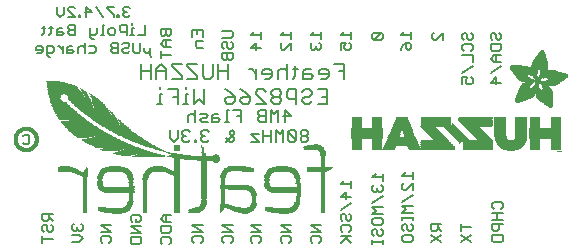
<source format=gbr>
G04 EAGLE Gerber RS-274X export*
G75*
%MOMM*%
%FSLAX34Y34*%
%LPD*%
%INSilkscreen Bottom*%
%IPPOS*%
%AMOC8*
5,1,8,0,0,1.08239X$1,22.5*%
G01*
%ADD10C,0.127000*%
%ADD11C,0.177800*%
%ADD12C,0.152400*%
%ADD13R,0.007600X0.068600*%
%ADD14R,0.007600X0.114300*%
%ADD15R,0.007700X0.152400*%
%ADD16R,0.007600X0.182900*%
%ADD17R,0.007600X0.205700*%
%ADD18R,0.007600X0.228600*%
%ADD19R,0.007600X0.259100*%
%ADD20R,0.007700X0.274300*%
%ADD21R,0.007600X0.289500*%
%ADD22R,0.007600X0.304800*%
%ADD23R,0.007600X0.320100*%
%ADD24R,0.007600X0.342900*%
%ADD25R,0.007700X0.350500*%
%ADD26R,0.007600X0.365800*%
%ADD27R,0.007600X0.381000*%
%ADD28R,0.007600X0.388600*%
%ADD29R,0.007600X0.403800*%
%ADD30R,0.007700X0.419100*%
%ADD31R,0.007600X0.426700*%
%ADD32R,0.007600X0.441900*%
%ADD33R,0.007600X0.449600*%
%ADD34R,0.007600X0.464800*%
%ADD35R,0.007700X0.480000*%
%ADD36R,0.007600X0.487600*%
%ADD37R,0.007600X0.495300*%
%ADD38R,0.007600X0.510500*%
%ADD39R,0.007600X0.518100*%
%ADD40R,0.007700X0.525700*%
%ADD41R,0.007600X0.541000*%
%ADD42R,0.007600X0.548600*%
%ADD43R,0.007600X0.563800*%
%ADD44R,0.007600X0.571500*%
%ADD45R,0.007700X0.579100*%
%ADD46R,0.007600X0.594300*%
%ADD47R,0.007600X0.601900*%
%ADD48R,0.007600X0.609600*%
%ADD49R,0.007600X0.624800*%
%ADD50R,0.007700X0.632400*%
%ADD51R,0.007600X0.640000*%
%ADD52R,0.007600X0.655300*%
%ADD53R,0.007600X0.662900*%
%ADD54R,0.007600X0.678100*%
%ADD55R,0.007700X0.685800*%
%ADD56R,0.007600X0.693400*%
%ADD57R,0.007600X0.708600*%
%ADD58R,0.007600X0.716200*%
%ADD59R,0.007600X0.723900*%
%ADD60R,0.007700X0.739100*%
%ADD61R,0.007600X0.746700*%
%ADD62R,0.007600X0.754300*%
%ADD63R,0.007600X0.769600*%
%ADD64R,0.007600X0.777200*%
%ADD65R,0.007700X0.792400*%
%ADD66R,0.007600X0.800100*%
%ADD67R,0.007600X0.807700*%
%ADD68R,0.007600X0.822900*%
%ADD69R,0.007600X0.830500*%
%ADD70R,0.007700X0.838200*%
%ADD71R,0.007600X0.091500*%
%ADD72R,0.007600X0.853400*%
%ADD73R,0.007600X0.144700*%
%ADD74R,0.007600X0.861000*%
%ADD75R,0.007600X0.190500*%
%ADD76R,0.007600X0.876300*%
%ADD77R,0.007600X0.221000*%
%ADD78R,0.007600X0.883900*%
%ADD79R,0.007700X0.259000*%
%ADD80R,0.007700X0.891500*%
%ADD81R,0.007600X0.289600*%
%ADD82R,0.007600X0.906700*%
%ADD83R,0.007600X0.914400*%
%ADD84R,0.007600X0.350500*%
%ADD85R,0.007600X0.922000*%
%ADD86R,0.007600X0.937200*%
%ADD87R,0.007700X0.411400*%
%ADD88R,0.007700X0.944800*%
%ADD89R,0.007600X0.434300*%
%ADD90R,0.007600X0.952500*%
%ADD91R,0.007600X0.464900*%
%ADD92R,0.007600X0.967700*%
%ADD93R,0.007600X0.975300*%
%ADD94R,0.007600X0.518200*%
%ADD95R,0.007600X0.990600*%
%ADD96R,0.007700X0.548600*%
%ADD97R,0.007700X0.998200*%
%ADD98R,0.007600X1.005800*%
%ADD99R,0.007600X0.594400*%
%ADD100R,0.007600X1.021000*%
%ADD101R,0.007600X0.617200*%
%ADD102R,0.007600X1.028700*%
%ADD103R,0.007600X0.647700*%
%ADD104R,0.007600X1.036300*%
%ADD105R,0.007700X0.670500*%
%ADD106R,0.007700X1.051500*%
%ADD107R,0.007600X1.059100*%
%ADD108R,0.007600X0.716300*%
%ADD109R,0.007600X1.066800*%
%ADD110R,0.007600X0.739100*%
%ADD111R,0.007600X1.074400*%
%ADD112R,0.007600X0.762000*%
%ADD113R,0.007600X1.089600*%
%ADD114R,0.007700X0.784800*%
%ADD115R,0.007700X1.097200*%
%ADD116R,0.007600X1.104900*%
%ADD117R,0.007600X0.830600*%
%ADD118R,0.007600X1.112500*%
%ADD119R,0.007600X0.845800*%
%ADD120R,0.007600X1.120100*%
%ADD121R,0.007600X0.868700*%
%ADD122R,0.007600X1.127700*%
%ADD123R,0.007700X1.135300*%
%ADD124R,0.007600X1.143000*%
%ADD125R,0.007600X0.944900*%
%ADD126R,0.007600X1.150600*%
%ADD127R,0.007600X0.960100*%
%ADD128R,0.007600X1.158200*%
%ADD129R,0.007600X0.983000*%
%ADD130R,0.007600X1.165800*%
%ADD131R,0.007700X1.005900*%
%ADD132R,0.007700X1.173400*%
%ADD133R,0.007600X1.021100*%
%ADD134R,0.007600X1.181100*%
%ADD135R,0.007600X1.044000*%
%ADD136R,0.007600X1.188700*%
%ADD137R,0.007600X1.196300*%
%ADD138R,0.007600X1.082000*%
%ADD139R,0.007600X1.203900*%
%ADD140R,0.007700X1.104900*%
%ADD141R,0.007700X1.211500*%
%ADD142R,0.007600X1.211500*%
%ADD143R,0.007600X1.219200*%
%ADD144R,0.007600X1.226800*%
%ADD145R,0.007600X1.234400*%
%ADD146R,0.007700X1.188700*%
%ADD147R,0.007700X1.242000*%
%ADD148R,0.007600X1.242000*%
%ADD149R,0.007600X1.211600*%
%ADD150R,0.007600X1.249600*%
%ADD151R,0.007600X1.257300*%
%ADD152R,0.007600X1.264900*%
%ADD153R,0.007700X1.242100*%
%ADD154R,0.007700X1.264900*%
%ADD155R,0.007600X1.272500*%
%ADD156R,0.007600X1.265000*%
%ADD157R,0.007600X1.280100*%
%ADD158R,0.007600X1.272600*%
%ADD159R,0.007600X1.287700*%
%ADD160R,0.007600X1.287800*%
%ADD161R,0.007700X1.295400*%
%ADD162R,0.007600X1.303000*%
%ADD163R,0.007600X1.318200*%
%ADD164R,0.007600X1.310600*%
%ADD165R,0.007600X1.325900*%
%ADD166R,0.007700X1.341100*%
%ADD167R,0.007700X1.318200*%
%ADD168R,0.007600X1.341100*%
%ADD169R,0.007600X1.325800*%
%ADD170R,0.007600X1.348700*%
%ADD171R,0.007600X1.364000*%
%ADD172R,0.007600X1.333500*%
%ADD173R,0.007700X1.371600*%
%ADD174R,0.007600X1.379200*%
%ADD175R,0.007600X1.379300*%
%ADD176R,0.007600X1.386900*%
%ADD177R,0.007600X1.394500*%
%ADD178R,0.007600X1.356300*%
%ADD179R,0.007700X1.394400*%
%ADD180R,0.007700X1.356300*%
%ADD181R,0.007600X1.402000*%
%ADD182R,0.007600X1.409700*%
%ADD183R,0.007600X1.363900*%
%ADD184R,0.007600X1.417300*%
%ADD185R,0.007600X1.371600*%
%ADD186R,0.007700X1.424900*%
%ADD187R,0.007600X1.424900*%
%ADD188R,0.007600X1.432600*%
%ADD189R,0.007600X1.440200*%
%ADD190R,0.007600X1.386800*%
%ADD191R,0.007700X1.447800*%
%ADD192R,0.007700X1.386800*%
%ADD193R,0.007600X1.447800*%
%ADD194R,0.007600X1.455500*%
%ADD195R,0.007600X1.394400*%
%ADD196R,0.007600X1.463100*%
%ADD197R,0.007700X1.455400*%
%ADD198R,0.007600X1.463000*%
%ADD199R,0.007600X1.470600*%
%ADD200R,0.007700X1.470600*%
%ADD201R,0.007700X1.409700*%
%ADD202R,0.007600X1.470700*%
%ADD203R,0.007600X1.402100*%
%ADD204R,0.007600X1.478300*%
%ADD205R,0.007700X1.478300*%
%ADD206R,0.007700X1.402100*%
%ADD207R,0.007600X1.485900*%
%ADD208R,0.007700X1.485900*%
%ADD209R,0.007700X1.493500*%
%ADD210R,0.007600X1.493500*%
%ADD211R,0.007700X1.394500*%
%ADD212R,0.007700X1.493600*%
%ADD213R,0.007700X1.386900*%
%ADD214R,0.007700X1.379200*%
%ADD215R,0.007700X2.857500*%
%ADD216R,0.007600X2.857500*%
%ADD217R,0.007600X2.849900*%
%ADD218R,0.007600X2.842300*%
%ADD219R,0.007700X2.834700*%
%ADD220R,0.007600X2.827000*%
%ADD221R,0.007600X2.819400*%
%ADD222R,0.007600X2.811800*%
%ADD223R,0.007700X2.811800*%
%ADD224R,0.007600X2.804100*%
%ADD225R,0.007600X2.796500*%
%ADD226R,0.007600X1.966000*%
%ADD227R,0.007600X1.943100*%
%ADD228R,0.007600X0.754400*%
%ADD229R,0.007700X1.927900*%
%ADD230R,0.007700X0.746700*%
%ADD231R,0.007600X1.912600*%
%ADD232R,0.007600X0.731500*%
%ADD233R,0.007600X1.905000*%
%ADD234R,0.007600X1.882200*%
%ADD235R,0.007600X1.874600*%
%ADD236R,0.007700X1.866900*%
%ADD237R,0.007700X0.708700*%
%ADD238R,0.007600X1.851600*%
%ADD239R,0.007600X0.701100*%
%ADD240R,0.007600X1.844000*%
%ADD241R,0.007600X1.836400*%
%ADD242R,0.007600X1.821200*%
%ADD243R,0.007600X0.685800*%
%ADD244R,0.007700X1.813500*%
%ADD245R,0.007600X1.805900*%
%ADD246R,0.007600X0.678200*%
%ADD247R,0.007600X1.790700*%
%ADD248R,0.007600X0.670600*%
%ADD249R,0.007600X1.775500*%
%ADD250R,0.007700X1.767900*%
%ADD251R,0.007700X0.663000*%
%ADD252R,0.007600X1.760200*%
%ADD253R,0.007600X1.752600*%
%ADD254R,0.007600X0.937300*%
%ADD255R,0.007600X0.792500*%
%ADD256R,0.007600X0.899100*%
%ADD257R,0.007700X0.883900*%
%ADD258R,0.007700X0.716300*%
%ADD259R,0.007700X0.647700*%
%ADD260R,0.007600X0.640100*%
%ADD261R,0.007600X0.632500*%
%ADD262R,0.007600X0.655400*%
%ADD263R,0.007600X0.632400*%
%ADD264R,0.007700X0.845800*%
%ADD265R,0.007700X0.617200*%
%ADD266R,0.007700X0.624800*%
%ADD267R,0.007600X0.602000*%
%ADD268R,0.007600X0.838200*%
%ADD269R,0.007600X0.586700*%
%ADD270R,0.007600X0.548700*%
%ADD271R,0.007700X0.830500*%
%ADD272R,0.007700X0.541000*%
%ADD273R,0.007700X0.594300*%
%ADD274R,0.007600X0.525800*%
%ADD275R,0.007600X0.586800*%
%ADD276R,0.007600X0.815300*%
%ADD277R,0.007600X0.579200*%
%ADD278R,0.007600X0.815400*%
%ADD279R,0.007700X0.815400*%
%ADD280R,0.007700X0.571500*%
%ADD281R,0.007600X0.807800*%
%ADD282R,0.007600X0.563900*%
%ADD283R,0.007600X0.457200*%
%ADD284R,0.007600X0.442000*%
%ADD285R,0.007600X0.556300*%
%ADD286R,0.007700X0.807700*%
%ADD287R,0.007600X0.411500*%
%ADD288R,0.007600X0.533400*%
%ADD289R,0.007600X0.076200*%
%ADD290R,0.007600X0.403900*%
%ADD291R,0.007600X0.525700*%
%ADD292R,0.007600X0.388700*%
%ADD293R,0.007600X0.297200*%
%ADD294R,0.007700X0.373400*%
%ADD295R,0.007700X0.503000*%
%ADD296R,0.007700X0.426800*%
%ADD297R,0.007600X0.358100*%
%ADD298R,0.007600X0.502900*%
%ADD299R,0.007600X0.472400*%
%ADD300R,0.007600X0.487700*%
%ADD301R,0.007600X0.335300*%
%ADD302R,0.007700X0.792500*%
%ADD303R,0.007700X0.327600*%
%ADD304R,0.007700X0.472400*%
%ADD305R,0.007700X0.640000*%
%ADD306R,0.007600X0.784800*%
%ADD307R,0.007600X0.320000*%
%ADD308R,0.007600X0.792400*%
%ADD309R,0.007600X1.173400*%
%ADD310R,0.007600X1.196400*%
%ADD311R,0.007600X0.784900*%
%ADD312R,0.007700X0.784900*%
%ADD313R,0.007700X0.297200*%
%ADD314R,0.007600X1.249700*%
%ADD315R,0.007600X0.281900*%
%ADD316R,0.007600X1.295400*%
%ADD317R,0.007600X0.266700*%
%ADD318R,0.007700X0.777300*%
%ADD319R,0.007700X0.266700*%
%ADD320R,0.007700X1.333500*%
%ADD321R,0.007600X0.777300*%
%ADD322R,0.007600X1.348800*%
%ADD323R,0.007600X0.251500*%
%ADD324R,0.007700X0.243900*%
%ADD325R,0.007600X0.243900*%
%ADD326R,0.007600X1.440100*%
%ADD327R,0.007600X0.236200*%
%ADD328R,0.007700X0.762000*%
%ADD329R,0.007700X0.236200*%
%ADD330R,0.007700X1.508700*%
%ADD331R,0.007600X1.531600*%
%ADD332R,0.007600X1.546900*%
%ADD333R,0.007600X1.569700*%
%ADD334R,0.007600X1.585000*%
%ADD335R,0.007700X0.746800*%
%ADD336R,0.007700X1.607800*%
%ADD337R,0.007600X0.243800*%
%ADD338R,0.007600X1.630700*%
%ADD339R,0.007600X1.653500*%
%ADD340R,0.007600X0.739200*%
%ADD341R,0.007600X1.684000*%
%ADD342R,0.007600X2.019300*%
%ADD343R,0.007700X0.731500*%
%ADD344R,0.007700X2.026900*%
%ADD345R,0.007600X2.049800*%
%ADD346R,0.007600X2.057400*%
%ADD347R,0.007600X0.708700*%
%ADD348R,0.007600X2.072600*%
%ADD349R,0.007600X0.701000*%
%ADD350R,0.007600X2.095500*%
%ADD351R,0.007700X0.693500*%
%ADD352R,0.007700X2.110800*%
%ADD353R,0.007600X2.141200*%
%ADD354R,0.007600X0.060900*%
%ADD355R,0.007600X2.872700*%
%ADD356R,0.007600X3.124200*%
%ADD357R,0.007600X3.177600*%
%ADD358R,0.007700X3.215600*%
%ADD359R,0.007600X3.253700*%
%ADD360R,0.007600X3.284300*%
%ADD361R,0.007600X3.314700*%
%ADD362R,0.007600X3.352800*%
%ADD363R,0.007700X3.375600*%
%ADD364R,0.007600X3.406200*%
%ADD365R,0.007600X3.429000*%
%ADD366R,0.007600X3.451800*%
%ADD367R,0.007600X3.482400*%
%ADD368R,0.007700X1.828800*%
%ADD369R,0.007700X1.539300*%
%ADD370R,0.007600X1.767900*%
%ADD371R,0.007600X1.767800*%
%ADD372R,0.007700X1.760200*%
%ADD373R,0.007600X1.760300*%
%ADD374R,0.007700X1.775400*%
%ADD375R,0.007700X1.379300*%
%ADD376R,0.007600X1.783000*%
%ADD377R,0.007600X1.813500*%
%ADD378R,0.007700X1.821100*%
%ADD379R,0.007600X0.503000*%
%ADD380R,0.007600X1.135400*%
%ADD381R,0.007700X1.127700*%
%ADD382R,0.007700X0.487700*%
%ADD383R,0.007600X1.120200*%
%ADD384R,0.007600X1.097300*%
%ADD385R,0.007600X0.510600*%
%ADD386R,0.007700X1.074400*%
%ADD387R,0.007700X0.525800*%
%ADD388R,0.007700X1.440200*%
%ADD389R,0.007600X1.059200*%
%ADD390R,0.007600X1.051600*%
%ADD391R,0.007600X1.051500*%
%ADD392R,0.007700X1.043900*%
%ADD393R,0.007700X0.602000*%
%ADD394R,0.007600X1.524000*%
%ADD395R,0.007600X1.539300*%
%ADD396R,0.007600X1.592600*%
%ADD397R,0.007700X1.021100*%
%ADD398R,0.007700X1.615400*%
%ADD399R,0.007600X1.013400*%
%ADD400R,0.007600X1.653600*%
%ADD401R,0.007600X1.013500*%
%ADD402R,0.007600X1.699300*%
%ADD403R,0.007600X2.743200*%
%ADD404R,0.007600X1.005900*%
%ADD405R,0.007600X2.415500*%
%ADD406R,0.007700X1.005800*%
%ADD407R,0.007700X0.281900*%
%ADD408R,0.007700X2.408000*%
%ADD409R,0.007600X2.407900*%
%ADD410R,0.007600X0.998200*%
%ADD411R,0.007600X0.282000*%
%ADD412R,0.007600X0.998300*%
%ADD413R,0.007600X2.400300*%
%ADD414R,0.007700X0.289500*%
%ADD415R,0.007700X2.400300*%
%ADD416R,0.007600X0.297100*%
%ADD417R,0.007600X0.312400*%
%ADD418R,0.007600X2.392700*%
%ADD419R,0.007700X0.990600*%
%ADD420R,0.007700X0.327700*%
%ADD421R,0.007700X2.392700*%
%ADD422R,0.007600X2.385100*%
%ADD423R,0.007700X0.381000*%
%ADD424R,0.007700X2.377400*%
%ADD425R,0.007600X2.377400*%
%ADD426R,0.007600X2.369800*%
%ADD427R,0.007600X0.419100*%
%ADD428R,0.007600X2.362200*%
%ADD429R,0.007600X0.426800*%
%ADD430R,0.007700X1.036300*%
%ADD431R,0.007700X0.442000*%
%ADD432R,0.007700X2.354600*%
%ADD433R,0.007600X2.354600*%
%ADD434R,0.007600X0.480100*%
%ADD435R,0.007600X2.347000*%
%ADD436R,0.007600X1.074500*%
%ADD437R,0.007600X2.339400*%
%ADD438R,0.007700X1.082100*%
%ADD439R,0.007700X0.548700*%
%ADD440R,0.007700X2.331800*%
%ADD441R,0.007600X2.331800*%
%ADD442R,0.007600X0.624900*%
%ADD443R,0.007600X2.324100*%
%ADD444R,0.007600X1.859300*%
%ADD445R,0.007600X2.308800*%
%ADD446R,0.007700X2.301200*%
%ADD447R,0.007600X2.301200*%
%ADD448R,0.007600X2.293600*%
%ADD449R,0.007600X2.278400*%
%ADD450R,0.007600X1.889800*%
%ADD451R,0.007600X2.270700*%
%ADD452R,0.007700X1.897400*%
%ADD453R,0.007700X2.255500*%
%ADD454R,0.007600X1.897400*%
%ADD455R,0.007600X2.247900*%
%ADD456R,0.007600X2.232600*%
%ADD457R,0.007600X1.912700*%
%ADD458R,0.007600X2.209800*%
%ADD459R,0.007600X1.920300*%
%ADD460R,0.007600X2.186900*%
%ADD461R,0.007700X1.920300*%
%ADD462R,0.007700X2.171700*%
%ADD463R,0.007600X1.935500*%
%ADD464R,0.007600X2.148800*%
%ADD465R,0.007600X2.126000*%
%ADD466R,0.007600X1.950700*%
%ADD467R,0.007700X1.958400*%
%ADD468R,0.007700X2.042200*%
%ADD469R,0.007600X1.973600*%
%ADD470R,0.007600X1.996500*%
%ADD471R,0.007600X1.981200*%
%ADD472R,0.007600X1.988800*%
%ADD473R,0.007700X1.996400*%
%ADD474R,0.007600X1.996400*%
%ADD475R,0.007600X2.004100*%
%ADD476R,0.007600X1.874500*%
%ADD477R,0.007600X1.425000*%
%ADD478R,0.007600X2.026900*%
%ADD479R,0.007700X0.434400*%
%ADD480R,0.007700X1.364000*%
%ADD481R,0.007600X2.034500*%
%ADD482R,0.007600X0.434400*%
%ADD483R,0.007600X2.049700*%
%ADD484R,0.007700X2.065000*%
%ADD485R,0.007700X0.464800*%
%ADD486R,0.007700X1.196300*%
%ADD487R,0.007600X2.080300*%
%ADD488R,0.007600X1.158300*%
%ADD489R,0.007600X2.087900*%
%ADD490R,0.007600X0.472500*%
%ADD491R,0.007600X2.103100*%
%ADD492R,0.007600X2.118400*%
%ADD493R,0.007600X2.133600*%
%ADD494R,0.007700X2.148800*%
%ADD495R,0.007600X2.164000*%
%ADD496R,0.007600X2.171700*%
%ADD497R,0.007600X2.187000*%
%ADD498R,0.007600X0.556200*%
%ADD499R,0.007700X2.202200*%
%ADD500R,0.007700X0.556200*%
%ADD501R,0.007700X0.640100*%
%ADD502R,0.007600X0.579100*%
%ADD503R,0.007600X0.480000*%
%ADD504R,0.007700X1.752600*%
%ADD505R,0.007700X0.487600*%
%ADD506R,0.007700X0.594400*%
%ADD507R,0.007700X0.358100*%
%ADD508R,0.007600X0.099000*%
%ADD509R,0.007600X1.280200*%
%ADD510R,0.007600X1.745000*%
%ADD511R,0.007600X1.744900*%
%ADD512R,0.007700X1.737300*%
%ADD513R,0.007600X1.737400*%
%ADD514R,0.007600X1.729800*%
%ADD515R,0.007600X1.722200*%
%ADD516R,0.007600X1.722100*%
%ADD517R,0.007700X1.714500*%
%ADD518R,0.007700X1.356400*%
%ADD519R,0.007600X1.706900*%
%ADD520R,0.007600X1.356400*%
%ADD521R,0.007600X1.691700*%
%ADD522R,0.007700X1.668800*%
%ADD523R,0.007600X1.645900*%
%ADD524R,0.007600X1.623100*%
%ADD525R,0.007600X1.577400*%
%ADD526R,0.007600X1.554400*%
%ADD527R,0.007600X1.539200*%
%ADD528R,0.007700X1.524000*%
%ADD529R,0.007600X1.501100*%
%ADD530R,0.007600X1.455400*%
%ADD531R,0.007700X1.348800*%
%ADD532R,0.007600X1.318300*%
%ADD533R,0.007700X1.310600*%
%ADD534R,0.007700X1.287800*%
%ADD535R,0.007600X1.234500*%
%ADD536R,0.007600X1.226900*%
%ADD537R,0.007700X1.173500*%
%ADD538R,0.007600X1.173500*%
%ADD539R,0.007600X1.165900*%
%ADD540R,0.007700X1.143000*%
%ADD541R,0.007600X1.127800*%
%ADD542R,0.007600X1.097200*%
%ADD543R,0.007700X1.028700*%
%ADD544R,0.007600X0.982900*%
%ADD545R,0.007700X0.952500*%
%ADD546R,0.007600X0.929600*%
%ADD547R,0.007700X0.906800*%
%ADD548R,0.007600X0.906800*%
%ADD549R,0.007600X0.899200*%
%ADD550R,0.007600X0.884000*%
%ADD551R,0.007700X0.876300*%
%ADD552R,0.007700X0.830600*%
%ADD553R,0.007700X0.754400*%
%ADD554R,0.007600X0.746800*%
%ADD555R,0.007700X0.708600*%
%ADD556R,0.007700X0.678200*%
%ADD557R,0.007600X0.663000*%
%ADD558R,0.007700X0.632500*%
%ADD559R,0.007700X0.556300*%
%ADD560R,0.007700X0.518200*%
%ADD561R,0.007700X0.434300*%
%ADD562R,0.007700X0.396300*%
%ADD563R,0.007600X0.373300*%
%ADD564R,0.007600X0.365700*%
%ADD565R,0.007600X0.327700*%
%ADD566R,0.007700X0.304800*%
%ADD567R,0.007600X0.274300*%
%ADD568R,0.007700X0.243800*%
%ADD569R,0.007600X0.205800*%
%ADD570R,0.007600X0.152400*%
%ADD571R,0.007700X0.121900*%
%ADD572R,0.914400X0.025400*%
%ADD573R,0.508000X0.025400*%
%ADD574R,0.889000X0.025400*%
%ADD575R,0.406400X0.025400*%
%ADD576R,1.320800X0.025400*%
%ADD577R,0.736600X0.025400*%
%ADD578R,0.660400X0.025400*%
%ADD579R,1.346200X0.025400*%
%ADD580R,1.625600X0.025400*%
%ADD581R,0.939800X0.025400*%
%ADD582R,0.025400X0.025400*%
%ADD583R,0.863600X0.025400*%
%ADD584R,0.431800X0.025400*%
%ADD585R,1.600200X0.025400*%
%ADD586R,1.854200X0.025400*%
%ADD587R,1.066800X0.025400*%
%ADD588R,0.050800X0.025400*%
%ADD589R,1.828800X0.025400*%
%ADD590R,2.032000X0.025400*%
%ADD591R,1.219200X0.025400*%
%ADD592R,0.076200X0.025400*%
%ADD593R,0.990600X0.025400*%
%ADD594R,2.057400X0.025400*%
%ADD595R,2.209800X0.025400*%
%ADD596R,2.362200X0.025400*%
%ADD597R,1.447800X0.025400*%
%ADD598R,0.101600X0.025400*%
%ADD599R,1.092200X0.025400*%
%ADD600R,2.489200X0.025400*%
%ADD601R,1.574800X0.025400*%
%ADD602R,0.127000X0.025400*%
%ADD603R,1.143000X0.025400*%
%ADD604R,2.565400X0.025400*%
%ADD605R,1.676400X0.025400*%
%ADD606R,0.152400X0.025400*%
%ADD607R,1.168400X0.025400*%
%ADD608R,2.590800X0.025400*%
%ADD609R,1.752600X0.025400*%
%ADD610R,0.177800X0.025400*%
%ADD611R,1.193800X0.025400*%
%ADD612R,2.616200X0.025400*%
%ADD613R,0.203200X0.025400*%
%ADD614R,2.641600X0.025400*%
%ADD615R,1.930400X0.025400*%
%ADD616R,0.228600X0.025400*%
%ADD617R,1.244600X0.025400*%
%ADD618R,2.667000X0.025400*%
%ADD619R,0.254000X0.025400*%
%ADD620R,2.692400X0.025400*%
%ADD621R,2.108200X0.025400*%
%ADD622R,0.279400X0.025400*%
%ADD623R,2.717800X0.025400*%
%ADD624R,1.041400X0.025400*%
%ADD625R,2.743200X0.025400*%
%ADD626R,2.260600X0.025400*%
%ADD627R,0.304800X0.025400*%
%ADD628R,0.838200X0.025400*%
%ADD629R,0.685800X0.025400*%
%ADD630R,1.270000X0.025400*%
%ADD631R,0.330200X0.025400*%
%ADD632R,0.609600X0.025400*%
%ADD633R,0.355600X0.025400*%
%ADD634R,0.762000X0.025400*%
%ADD635R,0.635000X0.025400*%
%ADD636R,0.584200X0.025400*%
%ADD637R,0.381000X0.025400*%
%ADD638R,0.533400X0.025400*%
%ADD639R,0.558800X0.025400*%
%ADD640R,0.482600X0.025400*%
%ADD641R,1.117600X0.025400*%
%ADD642R,0.457200X0.025400*%
%ADD643R,0.787400X0.025400*%
%ADD644R,0.711200X0.025400*%
%ADD645R,2.413000X0.025400*%
%ADD646R,2.438400X0.025400*%
%ADD647R,2.540000X0.025400*%
%ADD648R,2.794000X0.025400*%
%ADD649R,2.819400X0.025400*%
%ADD650R,2.844800X0.025400*%
%ADD651R,2.870200X0.025400*%
%ADD652R,1.016000X0.025400*%
%ADD653R,2.895600X0.025400*%
%ADD654R,1.422400X0.025400*%
%ADD655R,2.921000X0.025400*%
%ADD656R,1.803400X0.025400*%
%ADD657R,2.946400X0.025400*%
%ADD658R,2.971800X0.025400*%
%ADD659R,2.997200X0.025400*%
%ADD660R,3.022600X0.025400*%
%ADD661R,2.768600X0.025400*%
%ADD662R,2.514600X0.025400*%
%ADD663R,2.336800X0.025400*%
%ADD664R,0.965200X0.025400*%
%ADD665R,0.812800X0.025400*%
%ADD666R,1.651000X0.025400*%
%ADD667R,1.701800X0.025400*%
%ADD668R,1.727200X0.025400*%
%ADD669R,2.159000X0.025400*%
%ADD670R,1.778000X0.025400*%
%ADD671R,2.082800X0.025400*%
%ADD672R,2.463800X0.025400*%
%ADD673R,2.006600X0.025400*%
%ADD674R,1.905000X0.025400*%
%ADD675R,2.286000X0.025400*%
%ADD676R,1.955800X0.025400*%
%ADD677R,2.235200X0.025400*%
%ADD678R,1.524000X0.025400*%
%ADD679R,1.981200X0.025400*%
%ADD680R,2.184400X0.025400*%
%ADD681R,1.473200X0.025400*%
%ADD682R,1.397000X0.025400*%
%ADD683R,2.387600X0.025400*%
%ADD684R,1.879600X0.025400*%
%ADD685R,1.295400X0.025400*%
%ADD686R,1.549400X0.025400*%
%ADD687R,1.371600X0.025400*%
%ADD688R,3.200400X0.025400*%
%ADD689R,3.378200X0.025400*%
%ADD690R,3.835400X0.025400*%
%ADD691R,3.987800X0.025400*%
%ADD692R,4.089400X0.025400*%
%ADD693R,4.216400X0.025400*%
%ADD694R,2.311400X0.025400*%
%ADD695R,3.225800X0.025400*%
%ADD696R,3.479800X0.025400*%
%ADD697R,3.454400X0.025400*%
%ADD698R,1.498600X0.025400*%
%ADD699R,3.429000X0.025400*%
%ADD700R,3.403600X0.025400*%
%ADD701R,3.352800X0.025400*%
%ADD702R,3.327400X0.025400*%
%ADD703R,3.302000X0.025400*%
%ADD704R,3.276600X0.025400*%
%ADD705R,3.251200X0.025400*%
%ADD706R,3.175000X0.025400*%
%ADD707R,2.133600X0.025400*%
%ADD708C,0.304800*%
%ADD709C,0.203200*%
%ADD710R,0.345441X0.005081*%
%ADD711R,0.436881X0.005078*%
%ADD712R,0.538481X0.005081*%
%ADD713R,0.619759X0.005081*%
%ADD714R,0.685800X0.005078*%
%ADD715R,0.756922X0.005081*%
%ADD716R,0.924559X0.005078*%
%ADD717R,0.929641X0.005078*%
%ADD718R,0.822959X0.005078*%
%ADD719R,2.524759X0.005078*%
%ADD720R,3.779519X0.005078*%
%ADD721R,1.920241X0.005078*%
%ADD722R,0.924563X0.005078*%
%ADD723R,0.924559X0.005081*%
%ADD724R,0.929641X0.005081*%
%ADD725R,0.878841X0.005081*%
%ADD726R,2.524759X0.005081*%
%ADD727R,3.784600X0.005081*%
%ADD728R,1.920241X0.005081*%
%ADD729R,0.924563X0.005081*%
%ADD730R,0.919478X0.005081*%
%ADD731R,3.794759X0.005081*%
%ADD732R,1.925319X0.005081*%
%ADD733R,0.960122X0.005078*%
%ADD734R,3.799841X0.005078*%
%ADD735R,1.925319X0.005078*%
%ADD736R,1.000759X0.005081*%
%ADD737R,2.824478X0.005081*%
%ADD738R,0.980441X0.005081*%
%ADD739R,0.995681X0.005081*%
%ADD740R,1.031241X0.005078*%
%ADD741R,2.829559X0.005078*%
%ADD742R,0.980441X0.005078*%
%ADD743R,0.995681X0.005078*%
%ADD744R,1.066800X0.005081*%
%ADD745R,2.834641X0.005081*%
%ADD746R,0.975363X0.005081*%
%ADD747R,0.990600X0.005081*%
%ADD748R,1.097281X0.005081*%
%ADD749R,2.839719X0.005081*%
%ADD750R,1.127759X0.005078*%
%ADD751R,2.844800X0.005078*%
%ADD752R,1.163319X0.005081*%
%ADD753R,2.849878X0.005081*%
%ADD754R,0.975359X0.005081*%
%ADD755R,0.995678X0.005081*%
%ADD756R,1.198881X0.005078*%
%ADD757R,2.854959X0.005078*%
%ADD758R,0.995678X0.005078*%
%ADD759R,1.234441X0.005081*%
%ADD760R,2.860041X0.005081*%
%ADD761R,1.259841X0.005081*%
%ADD762R,2.865119X0.005081*%
%ADD763R,0.980438X0.005081*%
%ADD764R,1.285238X0.005078*%
%ADD765R,2.870200X0.005078*%
%ADD766R,0.980438X0.005078*%
%ADD767R,1.305562X0.005081*%
%ADD768R,2.875278X0.005081*%
%ADD769R,1.330959X0.005078*%
%ADD770R,2.880359X0.005078*%
%ADD771R,1.361441X0.005081*%
%ADD772R,2.885441X0.005081*%
%ADD773R,1.381759X0.005081*%
%ADD774R,2.890519X0.005081*%
%ADD775R,1.402081X0.005078*%
%ADD776R,2.895600X0.005078*%
%ADD777R,0.975363X0.005078*%
%ADD778R,0.990600X0.005078*%
%ADD779R,1.427481X0.005081*%
%ADD780R,2.900678X0.005081*%
%ADD781R,1.447800X0.005078*%
%ADD782R,2.905759X0.005078*%
%ADD783R,1.473200X0.005081*%
%ADD784R,2.910841X0.005081*%
%ADD785R,1.493519X0.005081*%
%ADD786R,2.915919X0.005081*%
%ADD787R,1.513841X0.005078*%
%ADD788R,2.921000X0.005078*%
%ADD789R,0.975359X0.005078*%
%ADD790R,1.534159X0.005081*%
%ADD791R,2.926078X0.005081*%
%ADD792R,1.554481X0.005078*%
%ADD793R,2.931159X0.005078*%
%ADD794R,1.574800X0.005081*%
%ADD795R,2.936241X0.005081*%
%ADD796R,1.595119X0.005081*%
%ADD797R,2.941319X0.005081*%
%ADD798R,1.615441X0.005078*%
%ADD799R,2.946400X0.005078*%
%ADD800R,1.630681X0.005081*%
%ADD801R,2.951478X0.005081*%
%ADD802R,1.651000X0.005078*%
%ADD803R,2.956559X0.005078*%
%ADD804R,0.970281X0.005078*%
%ADD805R,1.671319X0.005081*%
%ADD806R,1.681481X0.005081*%
%ADD807R,2.946400X0.005081*%
%ADD808R,1.701800X0.005078*%
%ADD809R,2.941319X0.005078*%
%ADD810R,1.722119X0.005081*%
%ADD811R,1.732281X0.005078*%
%ADD812R,0.970278X0.005078*%
%ADD813R,1.752600X0.005081*%
%ADD814R,1.772919X0.005081*%
%ADD815R,2.921000X0.005081*%
%ADD816R,1.783081X0.005078*%
%ADD817R,2.915919X0.005078*%
%ADD818R,1.793238X0.005081*%
%ADD819R,1.813563X0.005078*%
%ADD820R,1.823719X0.005081*%
%ADD821R,0.970278X0.005081*%
%ADD822R,1.833881X0.005081*%
%ADD823R,2.895600X0.005081*%
%ADD824R,0.970281X0.005081*%
%ADD825R,0.985519X0.005081*%
%ADD826R,1.854200X0.005078*%
%ADD827R,2.890519X0.005078*%
%ADD828R,1.864363X0.005081*%
%ADD829R,1.874519X0.005078*%
%ADD830R,1.884681X0.005081*%
%ADD831R,1.899919X0.005081*%
%ADD832R,2.870200X0.005081*%
%ADD833R,0.985522X0.005081*%
%ADD834R,1.910081X0.005078*%
%ADD835R,2.865119X0.005078*%
%ADD836R,1.940559X0.005078*%
%ADD837R,0.985519X0.005078*%
%ADD838R,1.950719X0.005081*%
%ADD839R,1.960881X0.005081*%
%ADD840R,2.844800X0.005081*%
%ADD841R,1.971041X0.005078*%
%ADD842R,2.839719X0.005078*%
%ADD843R,1.981200X0.005081*%
%ADD844R,0.965200X0.005081*%
%ADD845R,1.996438X0.005078*%
%ADD846R,2.011681X0.005081*%
%ADD847R,2.021841X0.005081*%
%ADD848R,2.819400X0.005081*%
%ADD849R,2.037081X0.005078*%
%ADD850R,2.814319X0.005078*%
%ADD851R,2.047238X0.005081*%
%ADD852R,2.809241X0.005081*%
%ADD853R,2.057400X0.005078*%
%ADD854R,2.804159X0.005078*%
%ADD855R,0.985522X0.005078*%
%ADD856R,2.067563X0.005081*%
%ADD857R,2.799078X0.005081*%
%ADD858R,2.077719X0.005081*%
%ADD859R,2.794000X0.005081*%
%ADD860R,2.082800X0.005078*%
%ADD861R,2.788919X0.005078*%
%ADD862R,2.092959X0.005081*%
%ADD863R,2.783841X0.005081*%
%ADD864R,2.098038X0.005078*%
%ADD865R,2.778759X0.005078*%
%ADD866R,0.965200X0.005078*%
%ADD867R,2.108200X0.005081*%
%ADD868R,2.773678X0.005081*%
%ADD869R,2.113281X0.005081*%
%ADD870R,2.768600X0.005081*%
%ADD871R,2.123441X0.005078*%
%ADD872R,2.763519X0.005078*%
%ADD873R,2.133600X0.005081*%
%ADD874R,2.758441X0.005081*%
%ADD875R,2.143759X0.005078*%
%ADD876R,2.753359X0.005078*%
%ADD877R,2.153919X0.005081*%
%ADD878R,2.748278X0.005081*%
%ADD879R,2.159000X0.005081*%
%ADD880R,2.743200X0.005081*%
%ADD881R,2.905759X0.005081*%
%ADD882R,2.169163X0.005078*%
%ADD883R,2.738119X0.005078*%
%ADD884R,2.174241X0.005081*%
%ADD885R,2.733041X0.005081*%
%ADD886R,2.184400X0.005078*%
%ADD887R,2.727959X0.005078*%
%ADD888R,2.189481X0.005081*%
%ADD889R,2.722878X0.005081*%
%ADD890R,2.199638X0.005081*%
%ADD891R,2.717800X0.005081*%
%ADD892R,2.209800X0.005078*%
%ADD893R,2.712719X0.005078*%
%ADD894R,2.875281X0.005078*%
%ADD895R,2.219963X0.005081*%
%ADD896R,2.707641X0.005081*%
%ADD897R,2.875281X0.005081*%
%ADD898R,2.225041X0.005078*%
%ADD899R,2.702559X0.005078*%
%ADD900R,2.230119X0.005081*%
%ADD901R,2.697478X0.005081*%
%ADD902R,2.240281X0.005081*%
%ADD903R,2.692400X0.005081*%
%ADD904R,2.250438X0.005078*%
%ADD905R,2.687319X0.005078*%
%ADD906R,2.255519X0.005081*%
%ADD907R,2.682241X0.005081*%
%ADD908R,2.854959X0.005081*%
%ADD909R,2.260600X0.005078*%
%ADD910R,2.677159X0.005078*%
%ADD911R,2.270763X0.005081*%
%ADD912R,2.672078X0.005081*%
%ADD913R,2.275841X0.005081*%
%ADD914R,2.667000X0.005081*%
%ADD915R,2.286000X0.005078*%
%ADD916R,2.661919X0.005078*%
%ADD917R,2.834641X0.005078*%
%ADD918R,2.291081X0.005081*%
%ADD919R,2.656841X0.005081*%
%ADD920R,2.296159X0.005078*%
%ADD921R,2.651759X0.005078*%
%ADD922R,2.824481X0.005078*%
%ADD923R,2.301238X0.005081*%
%ADD924R,2.646678X0.005081*%
%ADD925R,2.824481X0.005081*%
%ADD926R,2.311400X0.005081*%
%ADD927R,2.641600X0.005081*%
%ADD928R,2.321563X0.005078*%
%ADD929R,2.636519X0.005078*%
%ADD930R,2.321563X0.005081*%
%ADD931R,2.631441X0.005081*%
%ADD932R,2.814319X0.005081*%
%ADD933R,2.331719X0.005078*%
%ADD934R,2.626359X0.005078*%
%ADD935R,2.336800X0.005081*%
%ADD936R,2.621278X0.005081*%
%ADD937R,2.804159X0.005081*%
%ADD938R,2.341881X0.005081*%
%ADD939R,2.616200X0.005081*%
%ADD940R,2.352038X0.005078*%
%ADD941R,2.611119X0.005078*%
%ADD942R,2.794000X0.005078*%
%ADD943R,2.357119X0.005081*%
%ADD944R,2.606041X0.005081*%
%ADD945R,2.362200X0.005078*%
%ADD946R,2.600959X0.005078*%
%ADD947R,2.783841X0.005078*%
%ADD948R,2.367281X0.005081*%
%ADD949R,2.595878X0.005081*%
%ADD950R,2.372362X0.005081*%
%ADD951R,2.590800X0.005081*%
%ADD952R,2.773681X0.005081*%
%ADD953R,2.377441X0.005078*%
%ADD954R,2.585719X0.005078*%
%ADD955R,2.773681X0.005078*%
%ADD956R,2.387600X0.005081*%
%ADD957R,2.580641X0.005081*%
%ADD958R,2.387600X0.005078*%
%ADD959R,2.575559X0.005078*%
%ADD960R,2.397759X0.005081*%
%ADD961R,2.570478X0.005081*%
%ADD962R,2.763519X0.005081*%
%ADD963R,2.565400X0.005081*%
%ADD964R,2.753359X0.005081*%
%ADD965R,2.407919X0.005078*%
%ADD966R,0.005081X0.005078*%
%ADD967R,2.560319X0.005078*%
%ADD968R,2.413000X0.005081*%
%ADD969R,0.015238X0.005081*%
%ADD970R,2.555241X0.005081*%
%ADD971R,2.418081X0.005078*%
%ADD972R,0.025400X0.005078*%
%ADD973R,2.550159X0.005078*%
%ADD974R,2.743200X0.005078*%
%ADD975R,2.423163X0.005081*%
%ADD976R,0.035563X0.005081*%
%ADD977R,2.545078X0.005081*%
%ADD978R,2.428241X0.005081*%
%ADD979R,0.045719X0.005081*%
%ADD980R,2.540000X0.005081*%
%ADD981R,2.433319X0.005078*%
%ADD982R,0.055881X0.005078*%
%ADD983R,2.534919X0.005078*%
%ADD984R,2.733041X0.005078*%
%ADD985R,2.438400X0.005081*%
%ADD986R,0.066037X0.005081*%
%ADD987R,2.529841X0.005081*%
%ADD988R,2.722881X0.005081*%
%ADD989R,2.443481X0.005078*%
%ADD990R,0.076200X0.005078*%
%ADD991R,2.722881X0.005078*%
%ADD992R,2.443481X0.005081*%
%ADD993R,0.086363X0.005081*%
%ADD994R,2.519678X0.005081*%
%ADD995R,2.453638X0.005081*%
%ADD996R,0.096519X0.005081*%
%ADD997R,2.514600X0.005081*%
%ADD998R,2.712719X0.005081*%
%ADD999R,2.453638X0.005078*%
%ADD1000R,0.106681X0.005078*%
%ADD1001R,2.509519X0.005078*%
%ADD1002R,2.463800X0.005081*%
%ADD1003R,0.116838X0.005081*%
%ADD1004R,2.504441X0.005081*%
%ADD1005R,2.702559X0.005081*%
%ADD1006R,2.463800X0.005078*%
%ADD1007R,0.127000X0.005078*%
%ADD1008R,2.499359X0.005078*%
%ADD1009R,2.468881X0.005081*%
%ADD1010R,0.137162X0.005081*%
%ADD1011R,2.494278X0.005081*%
%ADD1012R,2.473963X0.005081*%
%ADD1013R,0.147319X0.005081*%
%ADD1014R,2.473963X0.005078*%
%ADD1015R,0.157481X0.005078*%
%ADD1016R,2.489200X0.005078*%
%ADD1017R,2.692400X0.005078*%
%ADD1018R,2.484119X0.005081*%
%ADD1019R,0.167637X0.005081*%
%ADD1020R,2.484119X0.005078*%
%ADD1021R,0.177800X0.005078*%
%ADD1022R,2.479041X0.005078*%
%ADD1023R,2.682241X0.005078*%
%ADD1024R,2.489200X0.005081*%
%ADD1025R,0.187963X0.005081*%
%ADD1026R,2.473959X0.005081*%
%ADD1027R,2.672081X0.005081*%
%ADD1028R,2.494281X0.005081*%
%ADD1029R,0.198119X0.005081*%
%ADD1030R,2.468878X0.005081*%
%ADD1031R,2.494281X0.005078*%
%ADD1032R,0.208281X0.005078*%
%ADD1033R,2.672081X0.005078*%
%ADD1034R,2.499359X0.005081*%
%ADD1035R,0.218438X0.005081*%
%ADD1036R,2.458719X0.005081*%
%ADD1037R,2.661919X0.005081*%
%ADD1038R,2.504438X0.005078*%
%ADD1039R,0.228600X0.005078*%
%ADD1040R,2.453641X0.005078*%
%ADD1041R,2.509519X0.005081*%
%ADD1042R,0.238763X0.005081*%
%ADD1043R,2.448559X0.005081*%
%ADD1044R,2.651759X0.005081*%
%ADD1045R,0.248919X0.005081*%
%ADD1046R,2.443478X0.005081*%
%ADD1047R,2.514600X0.005078*%
%ADD1048R,0.259081X0.005078*%
%ADD1049R,2.438400X0.005078*%
%ADD1050R,2.641600X0.005078*%
%ADD1051R,2.519681X0.005081*%
%ADD1052R,0.269238X0.005081*%
%ADD1053R,2.433319X0.005081*%
%ADD1054R,2.524763X0.005078*%
%ADD1055R,0.279400X0.005078*%
%ADD1056R,2.428241X0.005078*%
%ADD1057R,0.289563X0.005081*%
%ADD1058R,2.423159X0.005081*%
%ADD1059R,2.534919X0.005081*%
%ADD1060R,0.299719X0.005081*%
%ADD1061R,2.418078X0.005081*%
%ADD1062R,2.540000X0.005078*%
%ADD1063R,0.309881X0.005078*%
%ADD1064R,2.413000X0.005078*%
%ADD1065R,2.621281X0.005078*%
%ADD1066R,0.320038X0.005081*%
%ADD1067R,2.407919X0.005081*%
%ADD1068R,2.621281X0.005081*%
%ADD1069R,2.545081X0.005078*%
%ADD1070R,0.330200X0.005078*%
%ADD1071R,2.402841X0.005078*%
%ADD1072R,2.550159X0.005081*%
%ADD1073R,0.340363X0.005081*%
%ADD1074R,2.611119X0.005081*%
%ADD1075R,2.555238X0.005081*%
%ADD1076R,0.350519X0.005081*%
%ADD1077R,2.392678X0.005081*%
%ADD1078R,0.360681X0.005078*%
%ADD1079R,2.560319X0.005081*%
%ADD1080R,0.370838X0.005081*%
%ADD1081R,2.382519X0.005081*%
%ADD1082R,2.600959X0.005081*%
%ADD1083R,0.381000X0.005078*%
%ADD1084R,2.590800X0.005078*%
%ADD1085R,2.570481X0.005081*%
%ADD1086R,0.391163X0.005081*%
%ADD1087R,2.372359X0.005081*%
%ADD1088R,2.367278X0.005081*%
%ADD1089R,2.570481X0.005078*%
%ADD1090R,2.580641X0.005078*%
%ADD1091R,2.575559X0.005081*%
%ADD1092R,1.102359X0.005081*%
%ADD1093R,1.041400X0.005081*%
%ADD1094R,1.102363X0.005078*%
%ADD1095R,1.041400X0.005078*%
%ADD1096R,1.270000X0.005078*%
%ADD1097R,1.102359X0.005078*%
%ADD1098R,1.229359X0.005081*%
%ADD1099R,1.188719X0.005078*%
%ADD1100R,1.188722X0.005078*%
%ADD1101R,1.158241X0.005081*%
%ADD1102R,1.148078X0.005081*%
%ADD1103R,1.143000X0.005081*%
%ADD1104R,1.137922X0.005078*%
%ADD1105R,1.122678X0.005078*%
%ADD1106R,1.122681X0.005081*%
%ADD1107R,1.112519X0.005081*%
%ADD1108R,1.112522X0.005078*%
%ADD1109R,1.107441X0.005078*%
%ADD1110R,2.529841X0.005078*%
%ADD1111R,1.107438X0.005081*%
%ADD1112R,1.097278X0.005081*%
%ADD1113R,1.087119X0.005081*%
%ADD1114R,1.087119X0.005078*%
%ADD1115R,1.076959X0.005078*%
%ADD1116R,2.519681X0.005078*%
%ADD1117R,1.076959X0.005081*%
%ADD1118R,1.071881X0.005081*%
%ADD1119R,1.071881X0.005078*%
%ADD1120R,1.066800X0.005078*%
%ADD1121R,1.056641X0.005081*%
%ADD1122R,1.061719X0.005081*%
%ADD1123R,1.046481X0.005081*%
%ADD1124R,1.061722X0.005078*%
%ADD1125R,1.036322X0.005078*%
%ADD1126R,1.051562X0.005081*%
%ADD1127R,1.036319X0.005081*%
%ADD1128R,1.046481X0.005078*%
%ADD1129R,1.026159X0.005081*%
%ADD1130R,1.036322X0.005081*%
%ADD1131R,2.479041X0.005081*%
%ADD1132R,1.036319X0.005078*%
%ADD1133R,1.021078X0.005078*%
%ADD1134R,1.021081X0.005081*%
%ADD1135R,1.016000X0.005078*%
%ADD1136R,2.468881X0.005078*%
%ADD1137R,1.016000X0.005081*%
%ADD1138R,1.010922X0.005081*%
%ADD1139R,1.010919X0.005081*%
%ADD1140R,1.005841X0.005081*%
%ADD1141R,1.005841X0.005078*%
%ADD1142R,1.000759X0.005078*%
%ADD1143R,2.458719X0.005078*%
%ADD1144R,2.448559X0.005078*%
%ADD1145R,2.418081X0.005081*%
%ADD1146R,2.687322X0.005081*%
%ADD1147R,2.687322X0.005078*%
%ADD1148R,0.960122X0.005081*%
%ADD1149R,2.377441X0.005081*%
%ADD1150R,0.960119X0.005081*%
%ADD1151R,0.960119X0.005078*%
%ADD1152R,2.367281X0.005078*%
%ADD1153R,0.955041X0.005081*%
%ADD1154R,0.955041X0.005078*%
%ADD1155R,2.357119X0.005078*%
%ADD1156R,0.949959X0.005081*%
%ADD1157R,0.939800X0.005081*%
%ADD1158R,0.944878X0.005081*%
%ADD1159R,0.949959X0.005078*%
%ADD1160R,0.939800X0.005078*%
%ADD1161R,0.929638X0.005081*%
%ADD1162R,0.944881X0.005081*%
%ADD1163R,0.944878X0.005078*%
%ADD1164R,0.949963X0.005081*%
%ADD1165R,0.949963X0.005078*%
%ADD1166R,0.944881X0.005078*%
%ADD1167R,0.919481X0.005081*%
%ADD1168R,0.934719X0.005081*%
%ADD1169R,0.934722X0.005081*%
%ADD1170R,0.934722X0.005078*%
%ADD1171R,0.919481X0.005078*%
%ADD1172R,0.934719X0.005078*%
%ADD1173R,0.919478X0.005078*%
%ADD1174R,0.929638X0.005078*%
%ADD1175R,0.914400X0.005081*%
%ADD1176R,0.914400X0.005078*%
%ADD1177R,1.046478X0.005081*%
%ADD1178R,1.046478X0.005078*%
%ADD1179R,0.909319X0.005081*%
%ADD1180R,0.909322X0.005078*%
%ADD1181R,1.107441X0.005081*%
%ADD1182R,0.909319X0.005078*%
%ADD1183R,0.909322X0.005081*%
%ADD1184R,0.904241X0.005081*%
%ADD1185R,0.904238X0.005081*%
%ADD1186R,0.904241X0.005078*%
%ADD1187R,1.112522X0.005081*%
%ADD1188R,1.112519X0.005078*%
%ADD1189R,0.899159X0.005078*%
%ADD1190R,0.899163X0.005078*%
%ADD1191R,0.899159X0.005081*%
%ADD1192R,1.818641X0.005081*%
%ADD1193R,1.808481X0.005078*%
%ADD1194R,1.808481X0.005081*%
%ADD1195R,1.798319X0.005081*%
%ADD1196R,1.798319X0.005078*%
%ADD1197R,1.788159X0.005081*%
%ADD1198R,1.788159X0.005078*%
%ADD1199R,1.778000X0.005081*%
%ADD1200R,1.778000X0.005078*%
%ADD1201R,1.767841X0.005081*%
%ADD1202R,1.767841X0.005078*%
%ADD1203R,1.757681X0.005081*%
%ADD1204R,1.757681X0.005078*%
%ADD1205R,1.747519X0.005081*%
%ADD1206R,1.747519X0.005078*%
%ADD1207R,1.737359X0.005081*%
%ADD1208R,1.737359X0.005078*%
%ADD1209R,1.727200X0.005081*%
%ADD1210R,1.727200X0.005078*%
%ADD1211R,1.717041X0.005081*%
%ADD1212R,1.717041X0.005078*%
%ADD1213R,1.706881X0.005081*%
%ADD1214R,1.706881X0.005078*%
%ADD1215R,1.696719X0.005081*%
%ADD1216R,1.686559X0.005078*%
%ADD1217R,1.686559X0.005081*%
%ADD1218R,1.676400X0.005081*%
%ADD1219R,1.666241X0.005078*%
%ADD1220R,1.666241X0.005081*%
%ADD1221R,1.656081X0.005081*%
%ADD1222R,1.645919X0.005078*%
%ADD1223R,1.645919X0.005081*%
%ADD1224R,1.635759X0.005078*%
%ADD1225R,1.635759X0.005081*%
%ADD1226R,1.625600X0.005078*%
%ADD1227R,1.625600X0.005081*%
%ADD1228R,1.615441X0.005081*%
%ADD1229R,1.605281X0.005078*%
%ADD1230R,1.605281X0.005081*%
%ADD1231R,1.595119X0.005078*%
%ADD1232R,1.584959X0.005081*%
%ADD1233R,1.584959X0.005078*%
%ADD1234R,1.574800X0.005078*%
%ADD1235R,1.564641X0.005081*%
%ADD1236R,1.564641X0.005078*%
%ADD1237R,1.554481X0.005081*%
%ADD1238R,1.544319X0.005081*%
%ADD1239R,1.544319X0.005078*%
%ADD1240R,2.362200X0.005081*%
%ADD1241R,2.367278X0.005078*%
%ADD1242R,1.534159X0.005078*%
%ADD1243R,0.391159X0.005081*%
%ADD1244R,2.377438X0.005081*%
%ADD1245R,0.381000X0.005081*%
%ADD1246R,1.524000X0.005081*%
%ADD1247R,2.382519X0.005078*%
%ADD1248R,0.370841X0.005078*%
%ADD1249R,1.524000X0.005078*%
%ADD1250R,0.360681X0.005081*%
%ADD1251R,1.513841X0.005081*%
%ADD1252R,2.392678X0.005078*%
%ADD1253R,0.350519X0.005078*%
%ADD1254R,0.340359X0.005081*%
%ADD1255R,1.503681X0.005081*%
%ADD1256R,2.402837X0.005081*%
%ADD1257R,0.330200X0.005081*%
%ADD1258R,0.320041X0.005078*%
%ADD1259R,1.503681X0.005078*%
%ADD1260R,0.309881X0.005081*%
%ADD1261R,2.418078X0.005078*%
%ADD1262R,0.299719X0.005078*%
%ADD1263R,1.493519X0.005078*%
%ADD1264R,0.289559X0.005081*%
%ADD1265R,1.483359X0.005081*%
%ADD1266R,2.428238X0.005081*%
%ADD1267R,0.279400X0.005081*%
%ADD1268R,0.269241X0.005078*%
%ADD1269R,1.483359X0.005078*%
%ADD1270R,0.259081X0.005081*%
%ADD1271R,2.443478X0.005078*%
%ADD1272R,0.248919X0.005078*%
%ADD1273R,1.473200X0.005078*%
%ADD1274R,0.238759X0.005081*%
%ADD1275R,1.463041X0.005081*%
%ADD1276R,0.228600X0.005081*%
%ADD1277R,0.218441X0.005078*%
%ADD1278R,1.452881X0.005078*%
%ADD1279R,0.208281X0.005081*%
%ADD1280R,1.452881X0.005081*%
%ADD1281R,2.468878X0.005078*%
%ADD1282R,0.198119X0.005078*%
%ADD1283R,0.187959X0.005081*%
%ADD1284R,1.442719X0.005081*%
%ADD1285R,2.479038X0.005081*%
%ADD1286R,0.177800X0.005081*%
%ADD1287R,0.167641X0.005078*%
%ADD1288R,1.432559X0.005078*%
%ADD1289R,0.157481X0.005081*%
%ADD1290R,1.432559X0.005081*%
%ADD1291R,2.494278X0.005078*%
%ADD1292R,0.147319X0.005078*%
%ADD1293R,0.137159X0.005081*%
%ADD1294R,1.422400X0.005081*%
%ADD1295R,2.504438X0.005081*%
%ADD1296R,0.127000X0.005081*%
%ADD1297R,0.116841X0.005078*%
%ADD1298R,1.412241X0.005078*%
%ADD1299R,0.106681X0.005081*%
%ADD1300R,1.412241X0.005081*%
%ADD1301R,2.519678X0.005078*%
%ADD1302R,0.096519X0.005078*%
%ADD1303R,0.086359X0.005081*%
%ADD1304R,1.402081X0.005081*%
%ADD1305R,2.529838X0.005081*%
%ADD1306R,0.076200X0.005081*%
%ADD1307R,0.066041X0.005078*%
%ADD1308R,1.391919X0.005078*%
%ADD1309R,0.055881X0.005081*%
%ADD1310R,1.391919X0.005081*%
%ADD1311R,2.545078X0.005078*%
%ADD1312R,0.045719X0.005078*%
%ADD1313R,1.381759X0.005078*%
%ADD1314R,0.035559X0.005081*%
%ADD1315R,0.025400X0.005081*%
%ADD1316R,0.015241X0.005078*%
%ADD1317R,1.371600X0.005078*%
%ADD1318R,1.371600X0.005081*%
%ADD1319R,2.570478X0.005078*%
%ADD1320R,1.361441X0.005078*%
%ADD1321R,2.580637X0.005081*%
%ADD1322R,1.351281X0.005081*%
%ADD1323R,1.351281X0.005078*%
%ADD1324R,2.595878X0.005078*%
%ADD1325R,1.341119X0.005078*%
%ADD1326R,1.341119X0.005081*%
%ADD1327R,2.606038X0.005081*%
%ADD1328R,1.330959X0.005081*%
%ADD1329R,2.621278X0.005078*%
%ADD1330R,1.320800X0.005078*%
%ADD1331R,2.626359X0.005081*%
%ADD1332R,1.320800X0.005081*%
%ADD1333R,2.631438X0.005081*%
%ADD1334R,1.310641X0.005081*%
%ADD1335R,1.310641X0.005078*%
%ADD1336R,1.300481X0.005081*%
%ADD1337R,2.646678X0.005078*%
%ADD1338R,1.300481X0.005078*%
%ADD1339R,2.656837X0.005081*%
%ADD1340R,1.290319X0.005081*%
%ADD1341R,1.290319X0.005078*%
%ADD1342R,1.280159X0.005081*%
%ADD1343R,2.672078X0.005078*%
%ADD1344R,1.280159X0.005078*%
%ADD1345R,2.677159X0.005081*%
%ADD1346R,2.682238X0.005081*%
%ADD1347R,1.270000X0.005081*%
%ADD1348R,2.697478X0.005078*%
%ADD1349R,1.259841X0.005078*%
%ADD1350R,1.249681X0.005081*%
%ADD1351R,2.707638X0.005081*%
%ADD1352R,1.249681X0.005078*%
%ADD1353R,1.239519X0.005081*%
%ADD1354R,2.722878X0.005078*%
%ADD1355R,1.239519X0.005078*%
%ADD1356R,2.727959X0.005081*%
%ADD1357R,2.733038X0.005081*%
%ADD1358R,1.219200X0.005078*%
%ADD1359R,1.219200X0.005081*%
%ADD1360R,2.748278X0.005078*%
%ADD1361R,1.209041X0.005081*%
%ADD1362R,2.758438X0.005081*%
%ADD1363R,1.198881X0.005081*%
%ADD1364R,2.773678X0.005078*%
%ADD1365R,2.778759X0.005081*%
%ADD1366R,1.188719X0.005081*%
%ADD1367R,2.783838X0.005081*%
%ADD1368R,1.178559X0.005078*%
%ADD1369R,1.178559X0.005081*%
%ADD1370R,2.799078X0.005078*%
%ADD1371R,1.168400X0.005078*%
%ADD1372R,1.168400X0.005081*%
%ADD1373R,2.809238X0.005081*%
%ADD1374R,1.158241X0.005078*%
%ADD1375R,2.824478X0.005078*%
%ADD1376R,1.148081X0.005078*%
%ADD1377R,2.829559X0.005081*%
%ADD1378R,1.148081X0.005081*%
%ADD1379R,2.834637X0.005081*%
%ADD1380R,1.137919X0.005078*%
%ADD1381R,1.137919X0.005081*%
%ADD1382R,2.849878X0.005078*%
%ADD1383R,1.127759X0.005081*%
%ADD1384R,2.860038X0.005081*%
%ADD1385R,1.117600X0.005081*%
%ADD1386R,1.117600X0.005078*%
%ADD1387R,2.875278X0.005078*%
%ADD1388R,2.880359X0.005081*%
%ADD1389R,2.885438X0.005081*%
%ADD1390R,1.097281X0.005078*%
%ADD1391R,2.900678X0.005078*%
%ADD1392R,2.910837X0.005081*%
%ADD1393R,2.926078X0.005078*%
%ADD1394R,2.931159X0.005081*%
%ADD1395R,2.936238X0.005081*%
%ADD1396R,1.056641X0.005078*%
%ADD1397R,2.951478X0.005078*%
%ADD1398R,2.956559X0.005081*%
%ADD1399R,2.936238X0.005078*%
%ADD1400R,1.026159X0.005078*%
%ADD1401R,2.910837X0.005078*%
%ADD1402R,2.885438X0.005078*%
%ADD1403C,0.000000*%


D10*
X134343Y223315D02*
X132860Y224798D01*
X129894Y224798D01*
X128411Y223315D01*
X128411Y221832D01*
X129894Y220349D01*
X131377Y220349D01*
X129894Y220349D02*
X128411Y218866D01*
X128411Y217383D01*
X129894Y215900D01*
X132860Y215900D01*
X134343Y217383D01*
X124988Y217383D02*
X124988Y215900D01*
X124988Y217383D02*
X123505Y217383D01*
X123505Y215900D01*
X124988Y215900D01*
X120310Y224798D02*
X114379Y224798D01*
X114379Y223315D01*
X120310Y217383D01*
X120310Y215900D01*
X110955Y215900D02*
X105024Y224798D01*
X97151Y224798D02*
X97151Y215900D01*
X101600Y220349D02*
X97151Y224798D01*
X95668Y220349D02*
X101600Y220349D01*
X92245Y217383D02*
X92245Y215900D01*
X92245Y217383D02*
X90762Y217383D01*
X90762Y215900D01*
X92245Y215900D01*
X87567Y215900D02*
X81636Y215900D01*
X87567Y215900D02*
X81636Y221832D01*
X81636Y223315D01*
X83118Y224798D01*
X86084Y224798D01*
X87567Y223315D01*
X78212Y224798D02*
X78212Y218866D01*
X75246Y215900D01*
X72280Y218866D01*
X72280Y224798D01*
X146817Y209558D02*
X146817Y200660D01*
X140885Y200660D01*
X137462Y206592D02*
X135979Y206592D01*
X135979Y200660D01*
X137462Y200660D02*
X134496Y200660D01*
X135979Y209558D02*
X135979Y211041D01*
X131225Y209558D02*
X131225Y200660D01*
X131225Y209558D02*
X126776Y209558D01*
X125293Y208075D01*
X125293Y205109D01*
X126776Y203626D01*
X131225Y203626D01*
X120387Y200660D02*
X117421Y200660D01*
X115938Y202143D01*
X115938Y205109D01*
X117421Y206592D01*
X120387Y206592D01*
X121870Y205109D01*
X121870Y202143D01*
X120387Y200660D01*
X112514Y209558D02*
X111032Y209558D01*
X111032Y200660D01*
X112514Y200660D02*
X109549Y200660D01*
X106278Y202143D02*
X106278Y206592D01*
X106278Y202143D02*
X104795Y200660D01*
X100346Y200660D01*
X100346Y199177D02*
X100346Y206592D01*
X100346Y199177D02*
X101829Y197694D01*
X103312Y197694D01*
X87567Y200660D02*
X87567Y209558D01*
X83119Y209558D01*
X81636Y208075D01*
X81636Y206592D01*
X83119Y205109D01*
X81636Y203626D01*
X81636Y202143D01*
X83119Y200660D01*
X87567Y200660D01*
X87567Y205109D02*
X83119Y205109D01*
X76729Y206592D02*
X73763Y206592D01*
X72280Y205109D01*
X72280Y200660D01*
X76729Y200660D01*
X78212Y202143D01*
X76729Y203626D01*
X72280Y203626D01*
X67374Y202143D02*
X67374Y208075D01*
X67374Y202143D02*
X65891Y200660D01*
X65891Y206592D02*
X68857Y206592D01*
X61137Y208075D02*
X61137Y202143D01*
X59654Y200660D01*
X59654Y206592D02*
X62620Y206592D01*
X150791Y189869D02*
X150791Y186903D01*
X149308Y185420D01*
X147825Y185420D01*
X146342Y186903D01*
X146342Y189869D01*
X150791Y186903D02*
X150791Y183937D01*
X152274Y182454D01*
X142919Y186903D02*
X142919Y194318D01*
X142919Y186903D02*
X141436Y185420D01*
X138470Y185420D01*
X136987Y186903D01*
X136987Y194318D01*
X129115Y194318D02*
X127632Y192835D01*
X129115Y194318D02*
X132081Y194318D01*
X133564Y192835D01*
X133564Y191352D01*
X132081Y189869D01*
X129115Y189869D01*
X127632Y188386D01*
X127632Y186903D01*
X129115Y185420D01*
X132081Y185420D01*
X133564Y186903D01*
X124208Y185420D02*
X124208Y194318D01*
X119760Y194318D01*
X118277Y192835D01*
X118277Y191352D01*
X119760Y189869D01*
X118277Y188386D01*
X118277Y186903D01*
X119760Y185420D01*
X124208Y185420D01*
X124208Y189869D02*
X119760Y189869D01*
X104015Y191352D02*
X99566Y191352D01*
X104015Y191352D02*
X105498Y189869D01*
X105498Y186903D01*
X104015Y185420D01*
X99566Y185420D01*
X96143Y185420D02*
X96143Y194318D01*
X94660Y191352D02*
X96143Y189869D01*
X94660Y191352D02*
X91694Y191352D01*
X90211Y189869D01*
X90211Y185420D01*
X85305Y191352D02*
X82339Y191352D01*
X80856Y189869D01*
X80856Y185420D01*
X85305Y185420D01*
X86788Y186903D01*
X85305Y188386D01*
X80856Y188386D01*
X77432Y185420D02*
X77432Y191352D01*
X74467Y191352D02*
X77432Y188386D01*
X74467Y191352D02*
X72984Y191352D01*
X66671Y182454D02*
X65188Y182454D01*
X63705Y183937D01*
X63705Y191352D01*
X68154Y191352D01*
X69637Y189869D01*
X69637Y186903D01*
X68154Y185420D01*
X63705Y185420D01*
X58798Y185420D02*
X55833Y185420D01*
X58798Y185420D02*
X60281Y186903D01*
X60281Y189869D01*
X58798Y191352D01*
X55833Y191352D01*
X54350Y189869D01*
X54350Y188386D01*
X60281Y188386D01*
D11*
X315483Y176287D02*
X315483Y163830D01*
X315483Y176287D02*
X307178Y176287D01*
X311330Y170058D02*
X315483Y170058D01*
X300309Y163830D02*
X296157Y163830D01*
X300309Y163830D02*
X302385Y165906D01*
X302385Y170058D01*
X300309Y172134D01*
X296157Y172134D01*
X294081Y170058D01*
X294081Y167982D01*
X302385Y167982D01*
X287212Y172134D02*
X283060Y172134D01*
X280984Y170058D01*
X280984Y163830D01*
X287212Y163830D01*
X289288Y165906D01*
X287212Y167982D01*
X280984Y167982D01*
X274115Y165906D02*
X274115Y174211D01*
X274115Y165906D02*
X272039Y163830D01*
X272039Y172134D02*
X276191Y172134D01*
X267459Y176287D02*
X267459Y163830D01*
X267459Y170058D02*
X265383Y172134D01*
X261231Y172134D01*
X259155Y170058D01*
X259155Y163830D01*
X252286Y163830D02*
X248134Y163830D01*
X252286Y163830D02*
X254362Y165906D01*
X254362Y170058D01*
X252286Y172134D01*
X248134Y172134D01*
X246058Y170058D01*
X246058Y167982D01*
X254362Y167982D01*
X241265Y163830D02*
X241265Y172134D01*
X241265Y167982D02*
X237113Y172134D01*
X235037Y172134D01*
X217253Y176287D02*
X217253Y163830D01*
X217253Y170058D02*
X208949Y170058D01*
X208949Y163830D02*
X208949Y176287D01*
X204156Y176287D02*
X204156Y165906D01*
X202080Y163830D01*
X197928Y163830D01*
X195852Y165906D01*
X195852Y176287D01*
X191059Y176287D02*
X182754Y176287D01*
X182754Y174211D01*
X191059Y165906D01*
X191059Y163830D01*
X182754Y163830D01*
X177961Y176287D02*
X169657Y176287D01*
X169657Y174211D01*
X177961Y165906D01*
X177961Y163830D01*
X169657Y163830D01*
X164864Y163830D02*
X164864Y172134D01*
X160712Y176287D01*
X156560Y172134D01*
X156560Y163830D01*
X156560Y170058D02*
X164864Y170058D01*
X151767Y163830D02*
X151767Y176287D01*
X151767Y170058D02*
X143463Y170058D01*
X143463Y163830D02*
X143463Y176287D01*
X292989Y154951D02*
X301294Y154951D01*
X301294Y142494D01*
X292989Y142494D01*
X297142Y148722D02*
X301294Y148722D01*
X281968Y154951D02*
X279892Y152875D01*
X281968Y154951D02*
X286121Y154951D01*
X288197Y152875D01*
X288197Y150798D01*
X286121Y148722D01*
X281968Y148722D01*
X279892Y146646D01*
X279892Y144570D01*
X281968Y142494D01*
X286121Y142494D01*
X288197Y144570D01*
X275099Y142494D02*
X275099Y154951D01*
X268871Y154951D01*
X266795Y152875D01*
X266795Y148722D01*
X268871Y146646D01*
X275099Y146646D01*
X262002Y152875D02*
X259926Y154951D01*
X255774Y154951D01*
X253698Y152875D01*
X253698Y150798D01*
X255774Y148722D01*
X253698Y146646D01*
X253698Y144570D01*
X255774Y142494D01*
X259926Y142494D01*
X262002Y144570D01*
X262002Y146646D01*
X259926Y148722D01*
X262002Y150798D01*
X262002Y152875D01*
X259926Y148722D02*
X255774Y148722D01*
X248905Y142494D02*
X240600Y142494D01*
X240600Y150798D02*
X248905Y142494D01*
X240600Y150798D02*
X240600Y152875D01*
X242677Y154951D01*
X246829Y154951D01*
X248905Y152875D01*
X231655Y152875D02*
X227503Y154951D01*
X231655Y152875D02*
X235808Y148722D01*
X235808Y144570D01*
X233732Y142494D01*
X229579Y142494D01*
X227503Y144570D01*
X227503Y146646D01*
X229579Y148722D01*
X235808Y148722D01*
X218558Y152875D02*
X214406Y154951D01*
X218558Y152875D02*
X222710Y148722D01*
X222710Y144570D01*
X220634Y142494D01*
X216482Y142494D01*
X214406Y144570D01*
X214406Y146646D01*
X216482Y148722D01*
X222710Y148722D01*
X196516Y154951D02*
X196516Y142494D01*
X192364Y146646D01*
X188211Y142494D01*
X188211Y154951D01*
X183419Y150798D02*
X181343Y150798D01*
X181343Y142494D01*
X183419Y142494D02*
X179266Y142494D01*
X181343Y154951D02*
X181343Y157027D01*
X174687Y154951D02*
X174687Y142494D01*
X174687Y154951D02*
X166383Y154951D01*
X170535Y148722D02*
X174687Y148722D01*
X161590Y150798D02*
X159514Y150798D01*
X159514Y142494D01*
X161590Y142494D02*
X157438Y142494D01*
X159514Y154951D02*
X159514Y157027D01*
D12*
X265312Y137359D02*
X265312Y127445D01*
X270270Y132402D02*
X265312Y137359D01*
X263660Y132402D02*
X270270Y132402D01*
X259745Y127445D02*
X259745Y137359D01*
X256440Y134054D01*
X253135Y137359D01*
X253135Y127445D01*
X249220Y127445D02*
X249220Y137359D01*
X244263Y137359D01*
X242611Y135707D01*
X242611Y134054D01*
X244263Y132402D01*
X242611Y130749D01*
X242611Y129097D01*
X244263Y127445D01*
X249220Y127445D01*
X249220Y132402D02*
X244263Y132402D01*
X228171Y127445D02*
X228171Y137359D01*
X221562Y137359D01*
X224866Y132402D02*
X228171Y132402D01*
X217647Y137359D02*
X215994Y137359D01*
X215994Y127445D01*
X214342Y127445D02*
X217647Y127445D01*
X208978Y134054D02*
X205673Y134054D01*
X204021Y132402D01*
X204021Y127445D01*
X208978Y127445D01*
X210630Y129097D01*
X208978Y130749D01*
X204021Y130749D01*
X200106Y127445D02*
X195148Y127445D01*
X193496Y129097D01*
X195148Y130749D01*
X198453Y130749D01*
X200106Y132402D01*
X198453Y134054D01*
X193496Y134054D01*
X189581Y137359D02*
X189581Y127445D01*
X189581Y132402D02*
X187929Y134054D01*
X184624Y134054D01*
X182971Y132402D01*
X182971Y127445D01*
X283527Y120214D02*
X285179Y118562D01*
X283527Y120214D02*
X280222Y120214D01*
X278570Y118562D01*
X278570Y116909D01*
X280222Y115257D01*
X278570Y113604D01*
X278570Y111952D01*
X280222Y110300D01*
X283527Y110300D01*
X285179Y111952D01*
X285179Y113604D01*
X283527Y115257D01*
X285179Y116909D01*
X285179Y118562D01*
X283527Y115257D02*
X280222Y115257D01*
X274655Y111952D02*
X274655Y118562D01*
X273002Y120214D01*
X269698Y120214D01*
X268045Y118562D01*
X268045Y111952D01*
X269698Y110300D01*
X273002Y110300D01*
X274655Y111952D01*
X268045Y118562D01*
X264130Y120214D02*
X264130Y110300D01*
X260825Y116909D02*
X264130Y120214D01*
X260825Y116909D02*
X257521Y120214D01*
X257521Y110300D01*
X253606Y110300D02*
X253606Y120214D01*
X253606Y115257D02*
X246996Y115257D01*
X246996Y120214D02*
X246996Y110300D01*
X243081Y116909D02*
X236471Y116909D01*
X243081Y110300D01*
X236471Y110300D01*
X218727Y110300D02*
X215422Y113604D01*
X218727Y110300D02*
X220379Y110300D01*
X222032Y111952D01*
X222032Y113604D01*
X218727Y116909D01*
X218727Y118562D01*
X220379Y120214D01*
X222032Y118562D01*
X222032Y116909D01*
X215422Y110300D01*
X200983Y118562D02*
X199330Y120214D01*
X196025Y120214D01*
X194373Y118562D01*
X194373Y116909D01*
X196025Y115257D01*
X197678Y115257D01*
X196025Y115257D02*
X194373Y113604D01*
X194373Y111952D01*
X196025Y110300D01*
X199330Y110300D01*
X200983Y111952D01*
X190458Y111952D02*
X190458Y110300D01*
X190458Y111952D02*
X188806Y111952D01*
X188806Y110300D01*
X190458Y110300D01*
X185196Y118562D02*
X183543Y120214D01*
X180239Y120214D01*
X178586Y118562D01*
X178586Y116909D01*
X180239Y115257D01*
X181891Y115257D01*
X180239Y115257D02*
X178586Y113604D01*
X178586Y111952D01*
X180239Y110300D01*
X183543Y110300D01*
X185196Y111952D01*
X174671Y113604D02*
X174671Y120214D01*
X174671Y113604D02*
X171366Y110300D01*
X168062Y113604D01*
X168062Y120214D01*
D10*
X212082Y204533D02*
X219497Y204533D01*
X220980Y203050D01*
X220980Y200084D01*
X219497Y198601D01*
X212082Y198601D01*
X212082Y190729D02*
X213565Y189246D01*
X212082Y190729D02*
X212082Y193695D01*
X213565Y195178D01*
X215048Y195178D01*
X216531Y193695D01*
X216531Y190729D01*
X218014Y189246D01*
X219497Y189246D01*
X220980Y190729D01*
X220980Y193695D01*
X219497Y195178D01*
X220980Y185822D02*
X212082Y185822D01*
X212082Y181374D01*
X213565Y179891D01*
X215048Y179891D01*
X216531Y181374D01*
X218014Y179891D01*
X219497Y179891D01*
X220980Y181374D01*
X220980Y185822D01*
X216531Y185822D02*
X216531Y181374D01*
X236212Y200699D02*
X239178Y203665D01*
X236212Y200699D02*
X245110Y200699D01*
X245110Y203665D02*
X245110Y197733D01*
X245110Y189861D02*
X236212Y189861D01*
X240661Y194310D01*
X240661Y188378D01*
X398780Y196866D02*
X398780Y202798D01*
X392848Y196866D01*
X391365Y196866D01*
X389882Y198349D01*
X389882Y201315D01*
X391365Y202798D01*
X289978Y203665D02*
X287012Y200699D01*
X295910Y200699D01*
X295910Y203665D02*
X295910Y197733D01*
X288495Y194310D02*
X287012Y192827D01*
X287012Y189861D01*
X288495Y188378D01*
X289978Y188378D01*
X291461Y189861D01*
X291461Y191344D01*
X291461Y189861D02*
X292944Y188378D01*
X294427Y188378D01*
X295910Y189861D01*
X295910Y192827D01*
X294427Y194310D01*
X312412Y200699D02*
X315378Y203665D01*
X312412Y200699D02*
X321310Y200699D01*
X321310Y203665D02*
X321310Y197733D01*
X312412Y194310D02*
X312412Y188378D01*
X312412Y194310D02*
X316861Y194310D01*
X315378Y191344D01*
X315378Y189861D01*
X316861Y188378D01*
X319827Y188378D01*
X321310Y189861D01*
X321310Y192827D01*
X319827Y194310D01*
X340565Y202798D02*
X346497Y202798D01*
X340565Y202798D02*
X339082Y201315D01*
X339082Y198349D01*
X340565Y196866D01*
X346497Y196866D01*
X347980Y198349D01*
X347980Y201315D01*
X346497Y202798D01*
X340565Y196866D01*
X415282Y198009D02*
X416765Y196526D01*
X415282Y198009D02*
X415282Y200975D01*
X416765Y202458D01*
X418248Y202458D01*
X419731Y200975D01*
X419731Y198009D01*
X421214Y196526D01*
X422697Y196526D01*
X424180Y198009D01*
X424180Y200975D01*
X422697Y202458D01*
X415282Y188654D02*
X416765Y187171D01*
X415282Y188654D02*
X415282Y191620D01*
X416765Y193103D01*
X422697Y193103D01*
X424180Y191620D01*
X424180Y188654D01*
X422697Y187171D01*
X424180Y183748D02*
X415282Y183748D01*
X424180Y183748D02*
X424180Y177816D01*
X424180Y174392D02*
X415282Y168461D01*
X415282Y165037D02*
X415282Y159106D01*
X415282Y165037D02*
X419731Y165037D01*
X418248Y162071D01*
X418248Y160588D01*
X419731Y159106D01*
X422697Y159106D01*
X424180Y160588D01*
X424180Y163554D01*
X422697Y165037D01*
X440895Y196526D02*
X439412Y198009D01*
X439412Y200975D01*
X440895Y202458D01*
X442378Y202458D01*
X443861Y200975D01*
X443861Y198009D01*
X445344Y196526D01*
X446827Y196526D01*
X448310Y198009D01*
X448310Y200975D01*
X446827Y202458D01*
X448310Y193103D02*
X439412Y193103D01*
X448310Y193103D02*
X448310Y188654D01*
X446827Y187171D01*
X440895Y187171D01*
X439412Y188654D01*
X439412Y193103D01*
X442378Y183748D02*
X448310Y183748D01*
X442378Y183748D02*
X439412Y180782D01*
X442378Y177816D01*
X448310Y177816D01*
X443861Y177816D02*
X443861Y183748D01*
X448310Y174392D02*
X439412Y168461D01*
X439412Y160588D02*
X448310Y160588D01*
X443861Y165037D02*
X439412Y160588D01*
X443861Y159106D02*
X443861Y165037D01*
X168910Y205803D02*
X160012Y205803D01*
X160012Y201354D01*
X161495Y199871D01*
X162978Y199871D01*
X164461Y201354D01*
X165944Y199871D01*
X167427Y199871D01*
X168910Y201354D01*
X168910Y205803D01*
X164461Y205803D02*
X164461Y201354D01*
X162978Y196448D02*
X168910Y196448D01*
X162978Y196448D02*
X160012Y193482D01*
X162978Y190516D01*
X168910Y190516D01*
X164461Y190516D02*
X164461Y196448D01*
X168910Y184127D02*
X160012Y184127D01*
X160012Y187092D02*
X160012Y181161D01*
X261612Y200699D02*
X264578Y203665D01*
X261612Y200699D02*
X270510Y200699D01*
X270510Y203665D02*
X270510Y197733D01*
X270510Y194310D02*
X270510Y188378D01*
X270510Y194310D02*
X264578Y188378D01*
X263095Y188378D01*
X261612Y189861D01*
X261612Y192827D01*
X263095Y194310D01*
X363212Y200699D02*
X366178Y203665D01*
X363212Y200699D02*
X372110Y200699D01*
X372110Y203665D02*
X372110Y197733D01*
X364695Y191344D02*
X363212Y188378D01*
X364695Y191344D02*
X367661Y194310D01*
X370627Y194310D01*
X372110Y192827D01*
X372110Y189861D01*
X370627Y188378D01*
X369144Y188378D01*
X367661Y189861D01*
X367661Y194310D01*
X186682Y199003D02*
X186682Y204935D01*
X195580Y204935D01*
X195580Y199003D01*
X191131Y201969D02*
X191131Y204935D01*
X189648Y195580D02*
X195580Y195580D01*
X189648Y195580D02*
X189648Y191131D01*
X191131Y189648D01*
X195580Y189648D01*
X68580Y49593D02*
X59682Y49593D01*
X59682Y45144D01*
X61165Y43661D01*
X64131Y43661D01*
X65614Y45144D01*
X65614Y49593D01*
X65614Y46627D02*
X68580Y43661D01*
X59682Y35789D02*
X61165Y34306D01*
X59682Y35789D02*
X59682Y38755D01*
X61165Y40238D01*
X62648Y40238D01*
X64131Y38755D01*
X64131Y35789D01*
X65614Y34306D01*
X67097Y34306D01*
X68580Y35789D01*
X68580Y38755D01*
X67097Y40238D01*
X68580Y27917D02*
X59682Y27917D01*
X59682Y30882D02*
X59682Y24951D01*
X109212Y39835D02*
X118110Y39835D01*
X118110Y33903D02*
X109212Y39835D01*
X109212Y33903D02*
X118110Y33903D01*
X109212Y26031D02*
X110695Y24548D01*
X109212Y26031D02*
X109212Y28997D01*
X110695Y30480D01*
X116627Y30480D01*
X118110Y28997D01*
X118110Y26031D01*
X116627Y24548D01*
X86565Y41105D02*
X85082Y39622D01*
X85082Y36656D01*
X86565Y35173D01*
X88048Y35173D01*
X89531Y36656D01*
X89531Y38139D01*
X89531Y36656D02*
X91014Y35173D01*
X92497Y35173D01*
X93980Y36656D01*
X93980Y39622D01*
X92497Y41105D01*
X91014Y31750D02*
X85082Y31750D01*
X91014Y31750D02*
X93980Y28784D01*
X91014Y25818D01*
X85082Y25818D01*
X287012Y39835D02*
X295910Y39835D01*
X295910Y33903D02*
X287012Y39835D01*
X287012Y33903D02*
X295910Y33903D01*
X287012Y26031D02*
X288495Y24548D01*
X287012Y26031D02*
X287012Y28997D01*
X288495Y30480D01*
X294427Y30480D01*
X295910Y28997D01*
X295910Y26031D01*
X294427Y24548D01*
X270510Y39835D02*
X261612Y39835D01*
X270510Y33903D01*
X261612Y33903D01*
X261612Y26031D02*
X263095Y24548D01*
X261612Y26031D02*
X261612Y28997D01*
X263095Y30480D01*
X269027Y30480D01*
X270510Y28997D01*
X270510Y26031D01*
X269027Y24548D01*
X245110Y39835D02*
X236212Y39835D01*
X245110Y33903D01*
X236212Y33903D01*
X236212Y26031D02*
X237695Y24548D01*
X236212Y26031D02*
X236212Y28997D01*
X237695Y30480D01*
X243627Y30480D01*
X245110Y28997D01*
X245110Y26031D01*
X243627Y24548D01*
X220980Y39835D02*
X212082Y39835D01*
X220980Y33903D01*
X212082Y33903D01*
X212082Y26031D02*
X213565Y24548D01*
X212082Y26031D02*
X212082Y28997D01*
X213565Y30480D01*
X219497Y30480D01*
X220980Y28997D01*
X220980Y26031D01*
X219497Y24548D01*
X195580Y39835D02*
X186682Y39835D01*
X195580Y33903D01*
X186682Y33903D01*
X186682Y26031D02*
X188165Y24548D01*
X186682Y26031D02*
X186682Y28997D01*
X188165Y30480D01*
X194097Y30480D01*
X195580Y28997D01*
X195580Y26031D01*
X194097Y24548D01*
X168910Y48323D02*
X162978Y48323D01*
X160012Y45357D01*
X162978Y42391D01*
X168910Y42391D01*
X164461Y42391D02*
X164461Y48323D01*
X160012Y38968D02*
X168910Y38968D01*
X168910Y34519D01*
X167427Y33036D01*
X161495Y33036D01*
X160012Y34519D01*
X160012Y38968D01*
X160012Y25164D02*
X161495Y23681D01*
X160012Y25164D02*
X160012Y28130D01*
X161495Y29612D01*
X167427Y29612D01*
X168910Y28130D01*
X168910Y25164D01*
X167427Y23681D01*
X312412Y74630D02*
X315378Y77596D01*
X312412Y74630D02*
X321310Y74630D01*
X321310Y77596D02*
X321310Y71664D01*
X321310Y63792D02*
X312412Y63792D01*
X316861Y68240D01*
X316861Y62309D01*
X321310Y58885D02*
X312412Y52953D01*
X312412Y45081D02*
X313895Y43598D01*
X312412Y45081D02*
X312412Y48047D01*
X313895Y49530D01*
X315378Y49530D01*
X316861Y48047D01*
X316861Y45081D01*
X318344Y43598D01*
X319827Y43598D01*
X321310Y45081D01*
X321310Y48047D01*
X319827Y49530D01*
X312412Y35726D02*
X313895Y34243D01*
X312412Y35726D02*
X312412Y38692D01*
X313895Y40175D01*
X319827Y40175D01*
X321310Y38692D01*
X321310Y35726D01*
X319827Y34243D01*
X321310Y30820D02*
X312412Y30820D01*
X318344Y30820D02*
X312412Y24888D01*
X316861Y29337D02*
X321310Y24888D01*
X339082Y80288D02*
X342048Y83254D01*
X339082Y80288D02*
X347980Y80288D01*
X347980Y83254D02*
X347980Y77322D01*
X340565Y73899D02*
X339082Y72416D01*
X339082Y69450D01*
X340565Y67967D01*
X342048Y67967D01*
X343531Y69450D01*
X343531Y70933D01*
X343531Y69450D02*
X345014Y67967D01*
X346497Y67967D01*
X347980Y69450D01*
X347980Y72416D01*
X346497Y73899D01*
X347980Y64544D02*
X339082Y58612D01*
X339082Y55188D02*
X347980Y55188D01*
X342048Y52223D02*
X339082Y55188D01*
X342048Y52223D02*
X339082Y49257D01*
X347980Y49257D01*
X339082Y44350D02*
X339082Y41384D01*
X339082Y44350D02*
X340565Y45833D01*
X346497Y45833D01*
X347980Y44350D01*
X347980Y41384D01*
X346497Y39902D01*
X340565Y39902D01*
X339082Y41384D01*
X339082Y32029D02*
X340565Y30546D01*
X339082Y32029D02*
X339082Y34995D01*
X340565Y36478D01*
X342048Y36478D01*
X343531Y34995D01*
X343531Y32029D01*
X345014Y30546D01*
X346497Y30546D01*
X347980Y32029D01*
X347980Y34995D01*
X346497Y36478D01*
X347980Y27123D02*
X347980Y24157D01*
X347980Y25640D02*
X339082Y25640D01*
X339082Y27123D02*
X339082Y24157D01*
X364482Y81558D02*
X367448Y84524D01*
X364482Y81558D02*
X373380Y81558D01*
X373380Y84524D02*
X373380Y78592D01*
X373380Y75169D02*
X373380Y69237D01*
X373380Y75169D02*
X367448Y69237D01*
X365965Y69237D01*
X364482Y70720D01*
X364482Y73686D01*
X365965Y75169D01*
X373380Y65814D02*
X364482Y59882D01*
X364482Y56458D02*
X373380Y56458D01*
X367448Y53493D02*
X364482Y56458D01*
X367448Y53493D02*
X364482Y50527D01*
X373380Y50527D01*
X373380Y47103D02*
X373380Y44137D01*
X373380Y45620D02*
X364482Y45620D01*
X364482Y47103D02*
X364482Y44137D01*
X364482Y36418D02*
X365965Y34935D01*
X364482Y36418D02*
X364482Y39384D01*
X365965Y40866D01*
X367448Y40866D01*
X368931Y39384D01*
X368931Y36418D01*
X370414Y34935D01*
X371897Y34935D01*
X373380Y36418D01*
X373380Y39384D01*
X371897Y40866D01*
X364482Y30028D02*
X364482Y27062D01*
X364482Y30028D02*
X365965Y31511D01*
X371897Y31511D01*
X373380Y30028D01*
X373380Y27062D01*
X371897Y25580D01*
X365965Y25580D01*
X364482Y27062D01*
X388612Y41105D02*
X397510Y41105D01*
X388612Y41105D02*
X388612Y36656D01*
X390095Y35173D01*
X393061Y35173D01*
X394544Y36656D01*
X394544Y41105D01*
X394544Y38139D02*
X397510Y35173D01*
X397510Y25818D02*
X388612Y31750D01*
X388612Y25818D02*
X397510Y31750D01*
X414012Y38139D02*
X422910Y38139D01*
X414012Y41105D02*
X414012Y35173D01*
X414012Y31750D02*
X422910Y25818D01*
X422910Y31750D02*
X414012Y25818D01*
X136095Y42391D02*
X134612Y43874D01*
X134612Y46840D01*
X136095Y48323D01*
X142027Y48323D01*
X143510Y46840D01*
X143510Y43874D01*
X142027Y42391D01*
X139061Y42391D01*
X139061Y45357D01*
X143510Y38968D02*
X134612Y38968D01*
X143510Y33036D01*
X134612Y33036D01*
X134612Y29612D02*
X143510Y29612D01*
X143510Y25164D01*
X142027Y23681D01*
X136095Y23681D01*
X134612Y25164D01*
X134612Y29612D01*
X440682Y54902D02*
X442165Y53419D01*
X440682Y54902D02*
X440682Y57867D01*
X442165Y59350D01*
X448097Y59350D01*
X449580Y57867D01*
X449580Y54902D01*
X448097Y53419D01*
X449580Y49995D02*
X440682Y49995D01*
X445131Y49995D02*
X445131Y44063D01*
X440682Y44063D02*
X449580Y44063D01*
X449580Y40640D02*
X440682Y40640D01*
X440682Y36191D01*
X442165Y34708D01*
X445131Y34708D01*
X446614Y36191D01*
X446614Y40640D01*
X449580Y31285D02*
X440682Y31285D01*
X449580Y31285D02*
X449580Y26836D01*
X448097Y25353D01*
X442165Y25353D01*
X440682Y26836D01*
X440682Y31285D01*
D13*
X456565Y173203D03*
D14*
X456641Y173203D03*
D15*
X456718Y173165D03*
D16*
X456794Y173165D03*
D17*
X456870Y173203D03*
D18*
X456946Y173165D03*
D19*
X457022Y173165D03*
D20*
X457099Y173165D03*
D21*
X457175Y173165D03*
D22*
X457251Y173088D03*
D23*
X457327Y173089D03*
D24*
X457403Y173051D03*
D25*
X457480Y173013D03*
D26*
X457556Y173012D03*
D27*
X457632Y172936D03*
D28*
X457708Y172898D03*
D29*
X457784Y172898D03*
D30*
X457861Y172822D03*
D31*
X457937Y172784D03*
D32*
X458013Y172708D03*
D33*
X458089Y172669D03*
D34*
X458165Y172669D03*
D35*
X458242Y172593D03*
D36*
X458318Y172555D03*
D37*
X458394Y172517D03*
D38*
X458470Y172441D03*
D39*
X458546Y172403D03*
D40*
X458623Y172365D03*
D41*
X458699Y172288D03*
D42*
X458775Y172250D03*
D43*
X458851Y172174D03*
D44*
X458927Y172136D03*
D45*
X459004Y172098D03*
D46*
X459080Y172022D03*
D47*
X459156Y171984D03*
D48*
X459232Y171945D03*
D49*
X459308Y171869D03*
D50*
X459385Y171831D03*
D51*
X459461Y171793D03*
D52*
X459537Y171717D03*
D53*
X459613Y171679D03*
D54*
X459689Y171603D03*
D55*
X459766Y171564D03*
D56*
X459842Y171526D03*
D57*
X459918Y171450D03*
D58*
X459994Y171412D03*
D59*
X460070Y171374D03*
D60*
X460147Y171298D03*
D61*
X460223Y171260D03*
D62*
X460299Y171222D03*
D63*
X460375Y171145D03*
D64*
X460451Y171107D03*
D65*
X460528Y171031D03*
D66*
X460604Y170993D03*
D67*
X460680Y170955D03*
D68*
X460756Y170879D03*
D69*
X460832Y170841D03*
D70*
X460909Y170802D03*
D71*
X460985Y145276D03*
D72*
X460985Y170726D03*
D73*
X461061Y145314D03*
D74*
X461061Y170688D03*
D75*
X461137Y145390D03*
D76*
X461137Y170612D03*
D77*
X461213Y145466D03*
D78*
X461213Y170574D03*
D79*
X461290Y145504D03*
D80*
X461290Y170536D03*
D81*
X461366Y145580D03*
D82*
X461366Y170460D03*
D23*
X461442Y145657D03*
D83*
X461442Y170421D03*
D84*
X461518Y145733D03*
D85*
X461518Y170383D03*
D27*
X461594Y145809D03*
D86*
X461594Y170307D03*
D87*
X461671Y145885D03*
D88*
X461671Y170269D03*
D89*
X461747Y146000D03*
D90*
X461747Y170231D03*
D91*
X461823Y146076D03*
D92*
X461823Y170155D03*
D37*
X461899Y146152D03*
D93*
X461899Y170117D03*
D94*
X461975Y146266D03*
D95*
X461975Y170040D03*
D96*
X462052Y146342D03*
D97*
X462052Y170002D03*
D44*
X462128Y146457D03*
D98*
X462128Y169964D03*
D99*
X462204Y146571D03*
D100*
X462204Y169888D03*
D101*
X462280Y146685D03*
D102*
X462280Y169850D03*
D103*
X462356Y146762D03*
D104*
X462356Y169812D03*
D105*
X462433Y146876D03*
D106*
X462433Y169736D03*
D56*
X462509Y146990D03*
D107*
X462509Y169698D03*
D108*
X462585Y147105D03*
D109*
X462585Y169659D03*
D110*
X462661Y147219D03*
D111*
X462661Y169621D03*
D112*
X462737Y147333D03*
D113*
X462737Y169545D03*
D114*
X462814Y147447D03*
D115*
X462814Y169507D03*
D67*
X462890Y147562D03*
D116*
X462890Y169469D03*
D117*
X462966Y147676D03*
D118*
X462966Y169431D03*
D119*
X463042Y147828D03*
D120*
X463042Y169393D03*
D121*
X463118Y147943D03*
D122*
X463118Y169355D03*
D80*
X463195Y148057D03*
D123*
X463195Y169317D03*
D85*
X463271Y148209D03*
D124*
X463271Y169278D03*
D125*
X463347Y148324D03*
D126*
X463347Y169240D03*
D127*
X463423Y148476D03*
D128*
X463423Y169202D03*
D129*
X463499Y148590D03*
D130*
X463499Y169164D03*
D131*
X463576Y148705D03*
D132*
X463576Y169126D03*
D133*
X463652Y148857D03*
D134*
X463652Y169088D03*
D135*
X463728Y148971D03*
D136*
X463728Y169050D03*
D109*
X463804Y149085D03*
D137*
X463804Y169012D03*
D138*
X463880Y149238D03*
D139*
X463880Y168974D03*
D140*
X463957Y149353D03*
D141*
X463957Y168936D03*
D120*
X464033Y149429D03*
D142*
X464033Y168936D03*
D124*
X464109Y149543D03*
D143*
X464109Y168897D03*
D126*
X464185Y149657D03*
D144*
X464185Y168859D03*
D130*
X464261Y149733D03*
D145*
X464261Y168821D03*
D146*
X464338Y149848D03*
D147*
X464338Y168783D03*
D137*
X464414Y149962D03*
D148*
X464414Y168783D03*
D149*
X464490Y150038D03*
D150*
X464490Y168745D03*
D144*
X464566Y150114D03*
D151*
X464566Y168707D03*
D144*
X464642Y150190D03*
D152*
X464642Y168669D03*
D153*
X464719Y150267D03*
D154*
X464719Y168669D03*
D151*
X464795Y150343D03*
D155*
X464795Y168631D03*
D156*
X464871Y150457D03*
D157*
X464871Y168593D03*
D158*
X464947Y150495D03*
D159*
X464947Y168555D03*
D160*
X465023Y150571D03*
D159*
X465023Y168555D03*
D161*
X465100Y150686D03*
X465100Y168516D03*
D162*
X465176Y150724D03*
X465176Y168478D03*
D163*
X465252Y150800D03*
D162*
X465252Y168478D03*
D163*
X465328Y150876D03*
D164*
X465328Y168440D03*
D165*
X465404Y150915D03*
D164*
X465404Y168440D03*
D166*
X465481Y150991D03*
D167*
X465481Y168402D03*
D168*
X465557Y151067D03*
D169*
X465557Y168364D03*
D170*
X465633Y151105D03*
D169*
X465633Y168364D03*
D171*
X465709Y151181D03*
D172*
X465709Y168326D03*
D171*
X465785Y151257D03*
D172*
X465785Y168326D03*
D173*
X465862Y151295D03*
D166*
X465862Y168288D03*
D174*
X465938Y151333D03*
D168*
X465938Y168288D03*
D175*
X466014Y151410D03*
D170*
X466014Y168250D03*
D176*
X466090Y151448D03*
D170*
X466090Y168250D03*
D177*
X466166Y151486D03*
D178*
X466166Y168212D03*
D179*
X466243Y151562D03*
D180*
X466243Y168212D03*
D181*
X466319Y151600D03*
D178*
X466319Y168212D03*
D182*
X466395Y151639D03*
D183*
X466395Y168174D03*
D182*
X466471Y151715D03*
D183*
X466471Y168174D03*
D184*
X466547Y151753D03*
D185*
X466547Y168135D03*
D186*
X466624Y151791D03*
D173*
X466624Y168135D03*
D187*
X466700Y151867D03*
D185*
X466700Y168135D03*
D188*
X466776Y151905D03*
D174*
X466776Y168097D03*
D189*
X466852Y151943D03*
D174*
X466852Y168097D03*
D189*
X466928Y152019D03*
D190*
X466928Y168059D03*
D191*
X467005Y152057D03*
D192*
X467005Y168059D03*
D193*
X467081Y152057D03*
D190*
X467081Y168059D03*
D193*
X467157Y152133D03*
D190*
X467157Y168059D03*
D194*
X467233Y152172D03*
D195*
X467233Y168021D03*
D196*
X467309Y152210D03*
D195*
X467309Y168021D03*
D197*
X467386Y152248D03*
D179*
X467386Y168021D03*
D198*
X467462Y152286D03*
D181*
X467462Y167983D03*
D199*
X467538Y152324D03*
D181*
X467538Y167983D03*
D198*
X467614Y152362D03*
D181*
X467614Y167983D03*
D199*
X467690Y152400D03*
D181*
X467690Y167983D03*
D200*
X467767Y152400D03*
D201*
X467767Y167945D03*
D202*
X467843Y152477D03*
D203*
X467843Y167907D03*
D204*
X467919Y152515D03*
D203*
X467919Y167907D03*
D204*
X467995Y152515D03*
D203*
X467995Y167907D03*
D204*
X468071Y152591D03*
D203*
X468071Y167907D03*
D205*
X468148Y152591D03*
D206*
X468148Y167907D03*
D207*
X468224Y152629D03*
D182*
X468224Y167869D03*
D204*
X468300Y152667D03*
D182*
X468300Y167869D03*
D207*
X468376Y152705D03*
D182*
X468376Y167869D03*
D207*
X468452Y152705D03*
D182*
X468452Y167869D03*
D208*
X468529Y152782D03*
D201*
X468529Y167869D03*
D207*
X468605Y152782D03*
D182*
X468605Y167869D03*
D207*
X468681Y152782D03*
D182*
X468681Y167869D03*
D207*
X468757Y152858D03*
D203*
X468757Y167831D03*
D207*
X468833Y152858D03*
D203*
X468833Y167831D03*
D209*
X468910Y152896D03*
D206*
X468910Y167831D03*
D207*
X468986Y152934D03*
D203*
X468986Y167831D03*
D207*
X469062Y152934D03*
D203*
X469062Y167831D03*
D210*
X469138Y152972D03*
D203*
X469138Y167831D03*
D207*
X469214Y153010D03*
D203*
X469214Y167831D03*
D208*
X469291Y153010D03*
D211*
X469291Y167793D03*
D210*
X469367Y153048D03*
D177*
X469367Y167793D03*
D207*
X469443Y153086D03*
D177*
X469443Y167793D03*
D207*
X469519Y153086D03*
D177*
X469519Y167793D03*
D207*
X469595Y153086D03*
D177*
X469595Y167793D03*
D212*
X469672Y153124D03*
D213*
X469672Y167755D03*
D207*
X469748Y153163D03*
D176*
X469748Y167755D03*
D207*
X469824Y153163D03*
D176*
X469824Y167755D03*
D210*
X469900Y153201D03*
D176*
X469900Y167755D03*
D207*
X469976Y153239D03*
D174*
X469976Y167716D03*
D208*
X470053Y153239D03*
D214*
X470053Y167716D03*
D210*
X470129Y153277D03*
D174*
X470129Y167716D03*
D207*
X470205Y153315D03*
D174*
X470205Y167716D03*
D207*
X470281Y153315D03*
D185*
X470281Y167678D03*
D207*
X470357Y153315D03*
D185*
X470357Y167678D03*
D215*
X470434Y160249D03*
D216*
X470510Y160249D03*
D217*
X470586Y160211D03*
D218*
X470662Y160249D03*
X470738Y160249D03*
D219*
X470815Y160211D03*
D220*
X470891Y160249D03*
X470967Y160249D03*
D221*
X471043Y160211D03*
D222*
X471119Y160249D03*
D223*
X471196Y160249D03*
D224*
X471272Y160211D03*
D225*
X471348Y160249D03*
D226*
X471424Y156096D03*
D63*
X471424Y170307D03*
D227*
X471500Y155982D03*
D228*
X471500Y170383D03*
D229*
X471577Y155982D03*
D230*
X471577Y170422D03*
D231*
X471653Y155905D03*
D232*
X471653Y170422D03*
D233*
X471729Y155867D03*
D232*
X471729Y170422D03*
D234*
X471805Y155829D03*
D108*
X471805Y170422D03*
D235*
X471881Y155791D03*
D108*
X471881Y170422D03*
D236*
X471958Y155753D03*
D237*
X471958Y170384D03*
D238*
X472034Y155753D03*
D239*
X472034Y170422D03*
D240*
X472110Y155715D03*
D56*
X472110Y170383D03*
D241*
X472186Y155677D03*
D56*
X472186Y170383D03*
D242*
X472262Y155677D03*
D243*
X472262Y170345D03*
D244*
X472339Y155639D03*
D55*
X472339Y170345D03*
D245*
X472415Y155601D03*
D246*
X472415Y170307D03*
D247*
X472491Y155601D03*
D246*
X472491Y170307D03*
D247*
X472567Y155601D03*
D248*
X472567Y170269D03*
D249*
X472643Y155601D03*
D248*
X472643Y170269D03*
D250*
X472720Y155563D03*
D251*
X472720Y170231D03*
D252*
X472796Y155524D03*
D52*
X472796Y170193D03*
D253*
X472872Y155562D03*
D52*
X472872Y170193D03*
D254*
X472948Y151486D03*
D255*
X472948Y160287D03*
D103*
X472948Y170155D03*
D256*
X473024Y151372D03*
D110*
X473024Y160478D03*
D103*
X473024Y170079D03*
D257*
X473101Y151296D03*
D258*
X473101Y160592D03*
D259*
X473101Y170079D03*
D121*
X473177Y151296D03*
D56*
X473177Y160630D03*
D260*
X473177Y170041D03*
D121*
X473253Y151296D03*
D248*
X473253Y160668D03*
D261*
X473253Y170003D03*
D72*
X473329Y151295D03*
D262*
X473329Y160744D03*
D49*
X473329Y169964D03*
D72*
X473405Y151295D03*
D263*
X473405Y160782D03*
D49*
X473405Y169964D03*
D264*
X473482Y151333D03*
D265*
X473482Y160858D03*
D266*
X473482Y169888D03*
D119*
X473558Y151333D03*
D267*
X473558Y160858D03*
D101*
X473558Y169850D03*
D268*
X473634Y151371D03*
D269*
X473634Y160935D03*
D48*
X473634Y169812D03*
D268*
X473710Y151371D03*
D44*
X473710Y160935D03*
D267*
X473710Y169774D03*
D69*
X473786Y151410D03*
D270*
X473786Y160973D03*
D47*
X473786Y169698D03*
D271*
X473863Y151410D03*
D272*
X473863Y161011D03*
D273*
X473863Y169660D03*
D68*
X473939Y151448D03*
D274*
X473939Y161011D03*
D269*
X473939Y169622D03*
D68*
X474015Y151448D03*
D94*
X474015Y161049D03*
D275*
X474015Y169545D03*
D276*
X474091Y151486D03*
D37*
X474091Y161087D03*
D277*
X474091Y169507D03*
D278*
X474167Y151562D03*
D36*
X474167Y161125D03*
D44*
X474167Y169469D03*
D279*
X474244Y151562D03*
D35*
X474244Y161163D03*
D280*
X474244Y169393D03*
D281*
X474320Y151600D03*
D34*
X474320Y161163D03*
D282*
X474320Y169355D03*
D278*
X474396Y151638D03*
D283*
X474396Y161201D03*
D282*
X474396Y169279D03*
D67*
X474472Y151677D03*
D284*
X474472Y161201D03*
D285*
X474472Y169241D03*
D66*
X474548Y151715D03*
D89*
X474548Y161240D03*
D41*
X474548Y169164D03*
D286*
X474625Y151753D03*
D30*
X474625Y161240D03*
D272*
X474625Y169088D03*
D66*
X474701Y151791D03*
D287*
X474701Y161278D03*
D288*
X474701Y169050D03*
D289*
X474701Y174003D03*
D66*
X474777Y151867D03*
D290*
X474777Y161316D03*
D291*
X474777Y168936D03*
D77*
X474777Y174041D03*
D66*
X474853Y151867D03*
D292*
X474853Y161316D03*
D39*
X474853Y168898D03*
D293*
X474853Y174041D03*
D66*
X474929Y151943D03*
D27*
X474929Y161354D03*
D94*
X474929Y168821D03*
D26*
X474929Y174079D03*
D65*
X475006Y151981D03*
D294*
X475006Y161392D03*
D295*
X475006Y168745D03*
D296*
X475006Y174079D03*
D255*
X475082Y152058D03*
D297*
X475082Y161392D03*
D298*
X475082Y168669D03*
D299*
X475082Y174079D03*
D66*
X475158Y152096D03*
D297*
X475158Y161392D03*
D300*
X475158Y168593D03*
D94*
X475158Y174079D03*
D255*
X475234Y152134D03*
D84*
X475234Y161430D03*
D300*
X475234Y168517D03*
D43*
X475234Y174079D03*
D255*
X475310Y152210D03*
D301*
X475310Y161430D03*
D299*
X475310Y168440D03*
D267*
X475310Y174117D03*
D302*
X475387Y152286D03*
D303*
X475387Y161468D03*
D304*
X475387Y168364D03*
D305*
X475387Y174079D03*
D306*
X475463Y152324D03*
D307*
X475463Y161506D03*
D283*
X475463Y168288D03*
D243*
X475463Y174079D03*
D308*
X475539Y152362D03*
D307*
X475539Y161506D03*
D309*
X475539Y171793D03*
D255*
X475615Y152439D03*
D22*
X475615Y161506D03*
D310*
X475615Y171831D03*
D311*
X475691Y152477D03*
D293*
X475691Y161544D03*
D149*
X475691Y171907D03*
D312*
X475768Y152553D03*
D313*
X475768Y161544D03*
D153*
X475768Y171984D03*
D311*
X475844Y152629D03*
D81*
X475844Y161582D03*
D314*
X475844Y172022D03*
D306*
X475920Y152705D03*
D315*
X475920Y161621D03*
D155*
X475920Y172060D03*
D306*
X475996Y152781D03*
D315*
X475996Y161621D03*
D316*
X475996Y172098D03*
D64*
X476072Y152819D03*
D317*
X476072Y161621D03*
D164*
X476072Y172174D03*
D318*
X476149Y152896D03*
D319*
X476149Y161621D03*
D320*
X476149Y172213D03*
D321*
X476225Y152972D03*
D19*
X476225Y161659D03*
D322*
X476225Y172212D03*
D64*
X476301Y153048D03*
D19*
X476301Y161659D03*
D185*
X476301Y172250D03*
D64*
X476377Y153124D03*
D323*
X476377Y161697D03*
D176*
X476377Y172327D03*
D64*
X476453Y153200D03*
D323*
X476453Y161697D03*
D203*
X476453Y172327D03*
D318*
X476530Y153277D03*
D324*
X476530Y161735D03*
D186*
X476530Y172365D03*
D63*
X476606Y153391D03*
D325*
X476606Y161735D03*
D326*
X476606Y172365D03*
D63*
X476682Y153467D03*
D327*
X476682Y161773D03*
D194*
X476682Y172365D03*
D63*
X476758Y153543D03*
D327*
X476758Y161773D03*
D204*
X476758Y172403D03*
D63*
X476834Y153619D03*
D18*
X476834Y161811D03*
D210*
X476834Y172403D03*
D328*
X476911Y153734D03*
D329*
X476911Y161849D03*
D330*
X476911Y172403D03*
D112*
X476987Y153810D03*
D327*
X476987Y161849D03*
D331*
X476987Y172441D03*
D112*
X477063Y153962D03*
D327*
X477063Y161849D03*
D332*
X477063Y172441D03*
D112*
X477139Y154038D03*
D18*
X477139Y161887D03*
D333*
X477139Y172479D03*
D228*
X477215Y154153D03*
D327*
X477215Y161925D03*
D334*
X477215Y172479D03*
D335*
X477292Y154267D03*
D329*
X477292Y161925D03*
D336*
X477292Y172441D03*
D61*
X477368Y154420D03*
D337*
X477368Y161963D03*
D338*
X477368Y172479D03*
D61*
X477444Y154496D03*
D323*
X477444Y162002D03*
D339*
X477444Y172441D03*
D340*
X477520Y154686D03*
D317*
X477520Y162078D03*
D341*
X477520Y172441D03*
D232*
X477596Y154801D03*
D342*
X477596Y170841D03*
D343*
X477673Y154953D03*
D344*
X477673Y170879D03*
D59*
X477749Y155144D03*
D345*
X477749Y170917D03*
D108*
X477825Y155334D03*
D346*
X477825Y170955D03*
D347*
X477901Y155525D03*
D348*
X477901Y170955D03*
D349*
X477977Y155715D03*
D350*
X477977Y170993D03*
D351*
X478054Y155982D03*
D352*
X478054Y170993D03*
D56*
X478130Y156210D03*
D353*
X478130Y170993D03*
D354*
X478206Y151753D03*
D355*
X478206Y167412D03*
D356*
X478282Y166230D03*
D357*
X478358Y166116D03*
D358*
X478435Y166002D03*
D359*
X478511Y165964D03*
D360*
X478587Y165888D03*
D361*
X478663Y165812D03*
D362*
X478739Y165773D03*
D363*
X478816Y165735D03*
D364*
X478892Y165735D03*
D365*
X478968Y165697D03*
D366*
X479044Y165659D03*
D367*
X479120Y165659D03*
D368*
X479197Y157239D03*
D369*
X479197Y175451D03*
D247*
X479273Y156896D03*
D207*
X479273Y175794D03*
D370*
X479349Y156706D03*
D198*
X479349Y176060D03*
D371*
X479425Y156553D03*
D189*
X479425Y176251D03*
D370*
X479501Y156401D03*
D187*
X479501Y176480D03*
D372*
X479578Y156286D03*
D201*
X479578Y176632D03*
D252*
X479654Y156134D03*
D195*
X479654Y176784D03*
D252*
X479730Y156058D03*
D177*
X479730Y176937D03*
D373*
X479806Y155982D03*
D190*
X479806Y177051D03*
D249*
X479882Y155906D03*
D174*
X479882Y177241D03*
D374*
X479959Y155829D03*
D375*
X479959Y177318D03*
D376*
X480035Y155791D03*
D185*
X480035Y177432D03*
D247*
X480111Y155753D03*
D185*
X480111Y177584D03*
D245*
X480187Y155677D03*
D185*
X480187Y177660D03*
D377*
X480263Y155639D03*
D171*
X480263Y177775D03*
D378*
X480340Y155601D03*
D173*
X480340Y177889D03*
D143*
X480416Y152514D03*
D291*
X480416Y162078D03*
D185*
X480416Y177965D03*
D134*
X480492Y152248D03*
D379*
X480492Y162268D03*
D175*
X480492Y178080D03*
D128*
X480568Y152057D03*
D300*
X480568Y162345D03*
D174*
X480568Y178156D03*
D380*
X480644Y151867D03*
D300*
X480644Y162421D03*
D190*
X480644Y178194D03*
D381*
X480721Y151753D03*
D382*
X480721Y162497D03*
D179*
X480721Y178308D03*
D383*
X480797Y151562D03*
D37*
X480797Y162535D03*
D177*
X480797Y178385D03*
D118*
X480873Y151448D03*
D37*
X480873Y162611D03*
D182*
X480873Y178461D03*
D384*
X480949Y151296D03*
D379*
X480949Y162649D03*
D184*
X480949Y178499D03*
D138*
X481025Y151219D03*
D385*
X481025Y162687D03*
D187*
X481025Y178537D03*
D386*
X481102Y151105D03*
D387*
X481102Y162763D03*
D388*
X481102Y178613D03*
D109*
X481178Y150990D03*
D288*
X481178Y162801D03*
D193*
X481178Y178651D03*
D389*
X481254Y150876D03*
D270*
X481254Y162878D03*
D198*
X481254Y178727D03*
D390*
X481330Y150762D03*
D282*
X481330Y162954D03*
D202*
X481330Y178766D03*
D391*
X481406Y150686D03*
D277*
X481406Y163030D03*
D207*
X481406Y178766D03*
D392*
X481483Y150572D03*
D393*
X481483Y163068D03*
D330*
X481483Y178804D03*
D135*
X481559Y150495D03*
D101*
X481559Y163144D03*
D394*
X481559Y178803D03*
D104*
X481635Y150381D03*
D103*
X481635Y163221D03*
D395*
X481635Y178804D03*
D104*
X481711Y150305D03*
D248*
X481711Y163335D03*
D333*
X481711Y178804D03*
D133*
X481787Y150229D03*
D349*
X481787Y163411D03*
D396*
X481787Y178765D03*
D397*
X481864Y150153D03*
D60*
X481864Y163526D03*
D398*
X481864Y178727D03*
D399*
X481940Y150038D03*
D64*
X481940Y163716D03*
D400*
X481940Y178689D03*
D401*
X482016Y149962D03*
D117*
X482016Y163906D03*
D402*
X482016Y178537D03*
D401*
X482092Y149886D03*
D403*
X482092Y173393D03*
D404*
X482168Y149848D03*
D81*
X482168Y161049D03*
D405*
X482168Y175108D03*
D406*
X482245Y149771D03*
D407*
X482245Y160935D03*
D408*
X482245Y175222D03*
D98*
X482321Y149695D03*
D315*
X482321Y160859D03*
D409*
X482321Y175299D03*
D410*
X482397Y149657D03*
D411*
X482397Y160782D03*
D409*
X482397Y175375D03*
D410*
X482473Y149581D03*
D81*
X482473Y160744D03*
D409*
X482473Y175451D03*
D412*
X482549Y149505D03*
D81*
X482549Y160668D03*
D413*
X482549Y175489D03*
D97*
X482626Y149428D03*
D414*
X482626Y160592D03*
D415*
X482626Y175565D03*
D95*
X482702Y149390D03*
D416*
X482702Y160554D03*
D413*
X482702Y175642D03*
D95*
X482778Y149314D03*
D22*
X482778Y160439D03*
D413*
X482778Y175642D03*
D410*
X482854Y149276D03*
D417*
X482854Y160401D03*
D418*
X482854Y175680D03*
D410*
X482930Y149200D03*
D307*
X482930Y160363D03*
D418*
X482930Y175756D03*
D419*
X483007Y149162D03*
D420*
X483007Y160249D03*
D421*
X483007Y175756D03*
D412*
X483083Y149124D03*
D301*
X483083Y160211D03*
D422*
X483083Y175794D03*
D410*
X483159Y149047D03*
D84*
X483159Y160135D03*
D422*
X483159Y175794D03*
D98*
X483235Y149009D03*
D297*
X483235Y160097D03*
D422*
X483235Y175870D03*
D410*
X483311Y148971D03*
D26*
X483311Y159982D03*
D422*
X483311Y175870D03*
D406*
X483388Y148933D03*
D423*
X483388Y159906D03*
D424*
X483388Y175908D03*
D399*
X483464Y148895D03*
D28*
X483464Y159868D03*
D425*
X483464Y175908D03*
D399*
X483540Y148895D03*
D290*
X483540Y159792D03*
D426*
X483540Y175946D03*
D133*
X483616Y148857D03*
D427*
X483616Y159716D03*
D428*
X483616Y175908D03*
D102*
X483692Y148819D03*
D429*
X483692Y159601D03*
D428*
X483692Y175908D03*
D430*
X483769Y148781D03*
D431*
X483769Y159525D03*
D432*
X483769Y175946D03*
D104*
X483845Y148781D03*
D91*
X483845Y159411D03*
D433*
X483845Y175946D03*
D391*
X483921Y148781D03*
D434*
X483921Y159335D03*
D435*
X483921Y175984D03*
D107*
X483997Y148743D03*
D379*
X483997Y159220D03*
D435*
X483997Y175984D03*
D436*
X484073Y148743D03*
D274*
X484073Y159106D03*
D437*
X484073Y175946D03*
D438*
X484150Y148781D03*
D439*
X484150Y158992D03*
D440*
X484150Y175984D03*
D116*
X484226Y148819D03*
D277*
X484226Y158839D03*
D441*
X484226Y175984D03*
D124*
X484302Y148933D03*
D442*
X484302Y158611D03*
D443*
X484302Y175946D03*
D444*
X484378Y152439D03*
D443*
X484378Y175946D03*
D444*
X484454Y152439D03*
D445*
X484454Y175946D03*
D236*
X484531Y152401D03*
D446*
X484531Y175908D03*
D235*
X484607Y152362D03*
D447*
X484607Y175908D03*
D235*
X484683Y152362D03*
D448*
X484683Y175870D03*
D234*
X484759Y152324D03*
D449*
X484759Y175870D03*
D450*
X484835Y152286D03*
D451*
X484835Y175832D03*
D452*
X484912Y152248D03*
D453*
X484912Y175756D03*
D454*
X484988Y152248D03*
D455*
X484988Y175718D03*
D233*
X485064Y152210D03*
D456*
X485064Y175641D03*
D457*
X485140Y152172D03*
D458*
X485140Y175603D03*
D459*
X485216Y152134D03*
D460*
X485216Y175489D03*
D461*
X485293Y152134D03*
D462*
X485293Y175413D03*
D463*
X485369Y152134D03*
D464*
X485369Y175298D03*
D227*
X485445Y152096D03*
D465*
X485445Y175184D03*
D466*
X485521Y152058D03*
D350*
X485521Y175032D03*
D466*
X485597Y152058D03*
D348*
X485597Y174917D03*
D467*
X485674Y152019D03*
D468*
X485674Y174841D03*
D226*
X485750Y151981D03*
D342*
X485750Y174727D03*
D469*
X485826Y151943D03*
D470*
X485826Y174613D03*
D471*
X485902Y151981D03*
D469*
X485902Y174498D03*
D472*
X485978Y151943D03*
D466*
X485978Y174384D03*
D473*
X486055Y151905D03*
D229*
X486055Y174270D03*
D474*
X486131Y151905D03*
D454*
X486131Y174117D03*
D475*
X486207Y151867D03*
D476*
X486207Y174003D03*
D342*
X486283Y151867D03*
D427*
X486283Y166726D03*
D477*
X486283Y176022D03*
D478*
X486359Y151829D03*
D31*
X486359Y166764D03*
D195*
X486359Y175946D03*
D344*
X486436Y151829D03*
D479*
X486436Y166802D03*
D480*
X486436Y175870D03*
D481*
X486512Y151791D03*
D482*
X486512Y166802D03*
D172*
X486512Y175794D03*
D483*
X486588Y151791D03*
D284*
X486588Y166840D03*
D316*
X486588Y175755D03*
D346*
X486664Y151752D03*
D33*
X486664Y166878D03*
D151*
X486664Y175642D03*
D346*
X486740Y151752D03*
D283*
X486740Y166916D03*
D144*
X486740Y175565D03*
D484*
X486817Y151714D03*
D485*
X486817Y166954D03*
D486*
X486817Y175489D03*
D487*
X486893Y151715D03*
D34*
X486893Y166954D03*
D488*
X486893Y175451D03*
D489*
X486969Y151677D03*
D490*
X486969Y166993D03*
D122*
X486969Y175375D03*
D489*
X487045Y151677D03*
D434*
X487045Y167031D03*
D384*
X487045Y175299D03*
D491*
X487121Y151677D03*
D300*
X487121Y167069D03*
D389*
X487121Y175260D03*
D352*
X487198Y151638D03*
D382*
X487198Y167069D03*
D397*
X487198Y175146D03*
D492*
X487274Y151676D03*
D37*
X487274Y167107D03*
D129*
X487274Y175108D03*
D465*
X487350Y151638D03*
D38*
X487350Y167107D03*
D90*
X487350Y175032D03*
D493*
X487426Y151600D03*
D94*
X487426Y167145D03*
D83*
X487426Y174993D03*
D464*
X487502Y151600D03*
D94*
X487502Y167145D03*
D78*
X487502Y174918D03*
D494*
X487579Y151600D03*
D387*
X487579Y167183D03*
D264*
X487579Y174879D03*
D495*
X487655Y151600D03*
D288*
X487655Y167221D03*
D281*
X487655Y174841D03*
D496*
X487731Y151562D03*
D288*
X487731Y167221D03*
D63*
X487731Y174803D03*
D497*
X487807Y151562D03*
D42*
X487807Y167221D03*
D59*
X487807Y174727D03*
D497*
X487883Y151562D03*
D498*
X487883Y167259D03*
D243*
X487883Y174689D03*
D499*
X487960Y151562D03*
D500*
X487960Y167259D03*
D501*
X487960Y174689D03*
D253*
X488036Y149238D03*
D33*
X488036Y160325D03*
D44*
X488036Y167260D03*
D47*
X488036Y174651D03*
D253*
X488112Y149162D03*
D34*
X488112Y160325D03*
D44*
X488112Y167260D03*
D285*
X488112Y174651D03*
D253*
X488188Y149162D03*
D299*
X488188Y160363D03*
D502*
X488188Y167298D03*
D37*
X488188Y174651D03*
D253*
X488264Y149085D03*
D503*
X488264Y160325D03*
D275*
X488264Y167259D03*
D89*
X488264Y174575D03*
D504*
X488341Y149009D03*
D505*
X488341Y160363D03*
D506*
X488341Y167297D03*
D507*
X488341Y174575D03*
D253*
X488417Y149009D03*
D37*
X488417Y160402D03*
D267*
X488417Y167259D03*
D19*
X488417Y174537D03*
D253*
X488493Y148933D03*
D385*
X488493Y160401D03*
D48*
X488493Y167297D03*
D508*
X488493Y174498D03*
D253*
X488569Y148857D03*
D94*
X488569Y160439D03*
D101*
X488569Y167259D03*
D252*
X488645Y148819D03*
D274*
X488645Y160477D03*
D263*
X488645Y167259D03*
D504*
X488722Y148781D03*
D272*
X488722Y160477D03*
D305*
X488722Y167221D03*
D253*
X488798Y148704D03*
D285*
X488798Y160554D03*
D262*
X488798Y167221D03*
D252*
X488874Y148666D03*
D509*
X488874Y164097D03*
D252*
X488950Y148590D03*
D509*
X488950Y164097D03*
D253*
X489026Y148552D03*
D160*
X489026Y164135D03*
D504*
X489103Y148476D03*
D161*
X489103Y164097D03*
D252*
X489179Y148438D03*
D162*
X489179Y164135D03*
D253*
X489255Y148400D03*
D162*
X489255Y164135D03*
D253*
X489331Y148323D03*
D164*
X489331Y164097D03*
D253*
X489407Y148247D03*
D163*
X489407Y164135D03*
D504*
X489484Y148247D03*
D167*
X489484Y164135D03*
D253*
X489560Y148171D03*
D163*
X489560Y164135D03*
D253*
X489636Y148095D03*
D165*
X489636Y164097D03*
D510*
X489712Y148057D03*
D172*
X489712Y164135D03*
D511*
X489788Y147981D03*
D172*
X489788Y164135D03*
D512*
X489865Y147943D03*
D166*
X489865Y164097D03*
D513*
X489941Y147866D03*
D168*
X489941Y164097D03*
D514*
X490017Y147828D03*
D322*
X490017Y164135D03*
D515*
X490093Y147790D03*
D322*
X490093Y164135D03*
D516*
X490169Y147714D03*
D322*
X490169Y164135D03*
D517*
X490246Y147676D03*
D518*
X490246Y164097D03*
D519*
X490322Y147638D03*
D520*
X490322Y164097D03*
D521*
X490398Y147562D03*
D171*
X490398Y164135D03*
D341*
X490474Y147523D03*
D171*
X490474Y164135D03*
D341*
X490550Y147447D03*
D171*
X490550Y164135D03*
D522*
X490627Y147447D03*
D480*
X490627Y164135D03*
D400*
X490703Y147371D03*
D171*
X490703Y164135D03*
D523*
X490779Y147333D03*
D185*
X490779Y164097D03*
D338*
X490855Y147257D03*
D174*
X490855Y164135D03*
D524*
X490931Y147219D03*
D174*
X490931Y164135D03*
D336*
X491008Y147142D03*
D214*
X491008Y164135D03*
D334*
X491084Y147104D03*
D174*
X491084Y164135D03*
D525*
X491160Y147066D03*
D174*
X491160Y164135D03*
D526*
X491236Y147028D03*
D174*
X491236Y164135D03*
D527*
X491312Y146952D03*
D174*
X491312Y164135D03*
D528*
X491389Y146876D03*
D214*
X491389Y164135D03*
D529*
X491465Y146838D03*
D174*
X491465Y164135D03*
D202*
X491541Y146762D03*
D174*
X491541Y164135D03*
D530*
X491617Y146685D03*
D174*
X491617Y164135D03*
D477*
X491693Y146609D03*
D174*
X491693Y164135D03*
D211*
X491770Y146533D03*
D214*
X491770Y164135D03*
D185*
X491846Y146418D03*
D174*
X491846Y164135D03*
D168*
X491922Y146343D03*
D174*
X491922Y164135D03*
D316*
X491998Y146266D03*
D174*
X491998Y164135D03*
D151*
X492074Y146152D03*
D174*
X492074Y164135D03*
D141*
X492151Y146076D03*
D214*
X492151Y164135D03*
D126*
X492227Y145923D03*
D185*
X492227Y164173D03*
D111*
X492303Y145771D03*
D185*
X492303Y164173D03*
D267*
X492379Y144018D03*
D185*
X492379Y164173D03*
X492455Y164173D03*
D173*
X492532Y164173D03*
D185*
X492608Y164173D03*
X492684Y164173D03*
D171*
X492760Y164211D03*
X492836Y164211D03*
D480*
X492913Y164211D03*
D171*
X492989Y164211D03*
D520*
X493065Y164173D03*
D322*
X493141Y164211D03*
X493217Y164211D03*
D531*
X493294Y164211D03*
D322*
X493370Y164211D03*
D168*
X493446Y164250D03*
X493522Y164250D03*
X493598Y164250D03*
D320*
X493675Y164212D03*
D165*
X493751Y164250D03*
X493827Y164250D03*
X493903Y164250D03*
D532*
X493979Y164288D03*
D533*
X494056Y164249D03*
D164*
X494132Y164249D03*
D162*
X494208Y164287D03*
X494284Y164287D03*
X494360Y164287D03*
D534*
X494437Y164287D03*
D160*
X494513Y164287D03*
X494589Y164287D03*
D157*
X494665Y164326D03*
D155*
X494741Y164288D03*
D154*
X494818Y164326D03*
D152*
X494894Y164326D03*
X494970Y164326D03*
D314*
X495046Y164326D03*
X495122Y164326D03*
D153*
X495199Y164364D03*
D535*
X495275Y164326D03*
D536*
X495351Y164364D03*
X495427Y164364D03*
D142*
X495503Y164364D03*
D141*
X495580Y164364D03*
D139*
X495656Y164402D03*
D137*
X495732Y164364D03*
D136*
X495808Y164402D03*
X495884Y164402D03*
D537*
X495961Y164402D03*
D538*
X496037Y164402D03*
D539*
X496113Y164440D03*
X496189Y164440D03*
D126*
X496265Y164440D03*
D540*
X496342Y164478D03*
D124*
X496418Y164478D03*
D541*
X496494Y164478D03*
X496570Y164478D03*
D383*
X496646Y164516D03*
D140*
X496723Y164516D03*
D116*
X496799Y164516D03*
D542*
X496875Y164554D03*
D138*
X496951Y164554D03*
X497027Y164554D03*
D386*
X497104Y164592D03*
D389*
X497180Y164592D03*
D390*
X497256Y164630D03*
X497332Y164630D03*
D104*
X497408Y164631D03*
D543*
X497485Y164669D03*
D133*
X497561Y164707D03*
D401*
X497637Y164669D03*
D404*
X497713Y164707D03*
D412*
X497789Y164745D03*
D419*
X497866Y164706D03*
D544*
X497942Y164745D03*
D93*
X498018Y164783D03*
D127*
X498094Y164783D03*
X498170Y164783D03*
D545*
X498247Y164821D03*
D125*
X498323Y164859D03*
D254*
X498399Y164821D03*
D546*
X498475Y164859D03*
D85*
X498551Y164897D03*
D547*
X498628Y164897D03*
D548*
X498704Y164897D03*
D549*
X498780Y164935D03*
D550*
X498856Y164935D03*
X498932Y164935D03*
D551*
X499009Y164974D03*
D74*
X499085Y164973D03*
D72*
X499161Y165011D03*
X499237Y165011D03*
D268*
X499313Y165011D03*
D552*
X499390Y165049D03*
D117*
X499466Y165049D03*
D276*
X499542Y165050D03*
D67*
X499618Y165088D03*
D66*
X499694Y165126D03*
D302*
X499771Y165088D03*
D311*
X499847Y165126D03*
D321*
X499923Y165164D03*
D112*
X499999Y165164D03*
X500075Y165164D03*
D553*
X500152Y165202D03*
D554*
X500228Y165240D03*
D110*
X500304Y165202D03*
D232*
X500380Y165240D03*
D59*
X500456Y165278D03*
D555*
X500533Y165278D03*
D57*
X500609Y165278D03*
D349*
X500685Y165316D03*
D243*
X500761Y165316D03*
X500837Y165316D03*
D556*
X500914Y165354D03*
D557*
X500990Y165354D03*
D52*
X501066Y165393D03*
X501142Y165393D03*
D260*
X501218Y165393D03*
D558*
X501295Y165431D03*
D261*
X501371Y165431D03*
D101*
X501447Y165430D03*
D48*
X501523Y165468D03*
D47*
X501599Y165507D03*
D273*
X501676Y165469D03*
D269*
X501752Y165507D03*
D502*
X501828Y165545D03*
D44*
X501904Y165507D03*
D282*
X501980Y165545D03*
D559*
X502057Y165583D03*
D41*
X502133Y165583D03*
X502209Y165583D03*
D288*
X502285Y165621D03*
D274*
X502361Y165659D03*
D560*
X502438Y165621D03*
D385*
X502514Y165659D03*
D379*
X502590Y165697D03*
D36*
X502666Y165697D03*
X502742Y165697D03*
D35*
X502819Y165735D03*
D34*
X502895Y165735D03*
D283*
X502971Y165773D03*
X503047Y165773D03*
D284*
X503123Y165773D03*
D561*
X503200Y165812D03*
D89*
X503276Y165812D03*
D427*
X503352Y165812D03*
D287*
X503428Y165850D03*
D290*
X503504Y165888D03*
D562*
X503581Y165850D03*
D292*
X503657Y165888D03*
D27*
X503733Y165926D03*
D563*
X503809Y165888D03*
D564*
X503885Y165926D03*
D25*
X503962Y165926D03*
D24*
X504038Y165964D03*
X504114Y165964D03*
D565*
X504190Y165964D03*
D307*
X504266Y166002D03*
D566*
X504343Y166002D03*
D81*
X504419Y166002D03*
X504495Y166002D03*
D567*
X504571Y166002D03*
D19*
X504647Y166002D03*
D568*
X504724Y166002D03*
D18*
X504800Y166002D03*
D569*
X504876Y166040D03*
D16*
X504952Y166002D03*
D570*
X505028Y166002D03*
D571*
X505105Y166002D03*
D354*
X505181Y165926D03*
D572*
X264414Y49657D03*
D573*
X231394Y49657D03*
D574*
X123063Y49657D03*
D575*
X297942Y49911D03*
D576*
X263652Y49911D03*
D577*
X231267Y49911D03*
D578*
X187452Y49911D03*
D575*
X173990Y49911D03*
X147066Y49911D03*
D579*
X122301Y49911D03*
D575*
X96266Y49911D03*
X297942Y50165D03*
D580*
X263144Y50165D03*
D581*
X231013Y50165D03*
D582*
X210947Y50165D03*
D583*
X188214Y50165D03*
D584*
X173863Y50165D03*
D575*
X147066Y50165D03*
D585*
X121793Y50165D03*
D575*
X96266Y50165D03*
X297942Y50419D03*
D586*
X262763Y50419D03*
D587*
X230886Y50419D03*
D588*
X211074Y50419D03*
D581*
X188595Y50419D03*
D584*
X173863Y50419D03*
D575*
X147066Y50419D03*
D589*
X121412Y50419D03*
D575*
X96266Y50419D03*
X297942Y50673D03*
D590*
X262382Y50673D03*
D591*
X230632Y50673D03*
D592*
X211201Y50673D03*
D593*
X188849Y50673D03*
D584*
X173863Y50673D03*
D575*
X147066Y50673D03*
D594*
X121031Y50673D03*
D575*
X96266Y50673D03*
X297942Y50927D03*
D595*
X262001Y50927D03*
D579*
X230505Y50927D03*
D592*
X211201Y50927D03*
D587*
X189230Y50927D03*
D584*
X173863Y50927D03*
D575*
X147066Y50927D03*
D595*
X120777Y50927D03*
D575*
X96266Y50927D03*
X297942Y51181D03*
D596*
X261747Y51181D03*
D597*
X230251Y51181D03*
D598*
X211328Y51181D03*
D599*
X189357Y51181D03*
D584*
X173863Y51181D03*
D575*
X147066Y51181D03*
D596*
X120523Y51181D03*
D575*
X96266Y51181D03*
X297942Y51435D03*
D600*
X261620Y51435D03*
D601*
X230124Y51435D03*
D602*
X211455Y51435D03*
D603*
X189611Y51435D03*
D584*
X173863Y51435D03*
D575*
X147066Y51435D03*
D600*
X120142Y51435D03*
D575*
X96266Y51435D03*
X297942Y51689D03*
D604*
X261493Y51689D03*
D605*
X229870Y51689D03*
D606*
X211582Y51689D03*
D607*
X189738Y51689D03*
D584*
X173863Y51689D03*
D575*
X147066Y51689D03*
D604*
X120015Y51689D03*
D575*
X96266Y51689D03*
X297942Y51943D03*
D608*
X261620Y51943D03*
D609*
X229743Y51943D03*
D610*
X211709Y51943D03*
D611*
X189865Y51943D03*
D584*
X173863Y51943D03*
D575*
X147066Y51943D03*
D612*
X120269Y51943D03*
D575*
X96266Y51943D03*
X297942Y52197D03*
D612*
X261747Y52197D03*
D586*
X229489Y52197D03*
D613*
X211836Y52197D03*
D591*
X189992Y52197D03*
D584*
X173863Y52197D03*
D575*
X147066Y52197D03*
D614*
X120396Y52197D03*
D575*
X96266Y52197D03*
X297942Y52451D03*
D614*
X261874Y52451D03*
D615*
X229362Y52451D03*
D616*
X211963Y52451D03*
D617*
X190119Y52451D03*
D584*
X173863Y52451D03*
D575*
X147066Y52451D03*
D618*
X120523Y52451D03*
D575*
X96266Y52451D03*
X297942Y52705D03*
D618*
X262001Y52705D03*
D590*
X229108Y52705D03*
D619*
X212090Y52705D03*
D617*
X190373Y52705D03*
D584*
X173863Y52705D03*
D575*
X147066Y52705D03*
D620*
X120650Y52705D03*
D575*
X96266Y52705D03*
X297942Y52959D03*
D620*
X262128Y52959D03*
D621*
X228981Y52959D03*
D622*
X212217Y52959D03*
D607*
X191008Y52959D03*
D584*
X173863Y52959D03*
D575*
X147066Y52959D03*
D620*
X120650Y52959D03*
D575*
X96266Y52959D03*
X297942Y53213D03*
D623*
X262255Y53213D03*
D595*
X228727Y53213D03*
D622*
X212217Y53213D03*
D624*
X191643Y53213D03*
D584*
X173863Y53213D03*
D575*
X147066Y53213D03*
D623*
X120777Y53213D03*
D575*
X96266Y53213D03*
X297942Y53467D03*
D625*
X262382Y53467D03*
D626*
X228473Y53467D03*
D627*
X212344Y53467D03*
D581*
X192405Y53467D03*
D584*
X173863Y53467D03*
D575*
X147066Y53467D03*
D625*
X120904Y53467D03*
D575*
X96266Y53467D03*
X297942Y53721D03*
D628*
X271907Y53721D03*
D603*
X254381Y53721D03*
D629*
X236601Y53721D03*
D630*
X223012Y53721D03*
D631*
X212471Y53721D03*
D583*
X193040Y53721D03*
D584*
X173863Y53721D03*
D575*
X147066Y53721D03*
D628*
X130683Y53721D03*
D607*
X113030Y53721D03*
D575*
X96266Y53721D03*
X297942Y53975D03*
D629*
X272923Y53975D03*
D632*
X251714Y53975D03*
X236982Y53975D03*
D603*
X221869Y53975D03*
D633*
X212598Y53975D03*
D634*
X193548Y53975D03*
D584*
X173863Y53975D03*
D575*
X147066Y53975D03*
D629*
X131445Y53975D03*
D632*
X110236Y53975D03*
D575*
X96266Y53975D03*
X297942Y54229D03*
D635*
X273431Y54229D03*
D627*
X250190Y54229D03*
D636*
X237363Y54229D03*
D587*
X220980Y54229D03*
D637*
X212725Y54229D03*
D578*
X194310Y54229D03*
D584*
X173863Y54229D03*
D575*
X147066Y54229D03*
D635*
X131953Y54229D03*
D631*
X108839Y54229D03*
D575*
X96266Y54229D03*
X297942Y54483D03*
D636*
X273685Y54483D03*
D598*
X249174Y54483D03*
D638*
X237617Y54483D03*
D593*
X220091Y54483D03*
D575*
X212852Y54483D03*
D632*
X194564Y54483D03*
D584*
X173863Y54483D03*
D575*
X147066Y54483D03*
D636*
X132207Y54483D03*
D598*
X107696Y54483D03*
D575*
X96266Y54483D03*
X297942Y54737D03*
D639*
X274066Y54737D03*
D573*
X237998Y54737D03*
D576*
X217424Y54737D03*
D636*
X194945Y54737D03*
D584*
X173863Y54737D03*
D575*
X147066Y54737D03*
D639*
X132588Y54737D03*
D575*
X96266Y54737D03*
X297942Y54991D03*
D638*
X274193Y54991D03*
D640*
X238125Y54991D03*
D591*
X216916Y54991D03*
D638*
X195199Y54991D03*
D584*
X173863Y54991D03*
D575*
X147066Y54991D03*
D573*
X132842Y54991D03*
D575*
X96266Y54991D03*
X297942Y55245D03*
D638*
X274447Y55245D03*
D640*
X238379Y55245D03*
D641*
X216408Y55245D03*
D638*
X195453Y55245D03*
D584*
X173863Y55245D03*
D575*
X147066Y55245D03*
D573*
X133096Y55245D03*
D575*
X96266Y55245D03*
X297942Y55499D03*
D573*
X274574Y55499D03*
D640*
X238379Y55499D03*
D624*
X216027Y55499D03*
D573*
X195580Y55499D03*
D584*
X173863Y55499D03*
D575*
X147066Y55499D03*
D640*
X133223Y55499D03*
D575*
X96266Y55499D03*
X297942Y55753D03*
D640*
X274701Y55753D03*
D642*
X238506Y55753D03*
D581*
X215519Y55753D03*
D640*
X195707Y55753D03*
D584*
X173863Y55753D03*
D575*
X147066Y55753D03*
D640*
X133477Y55753D03*
D575*
X96266Y55753D03*
X297942Y56007D03*
D640*
X274955Y56007D03*
D642*
X238760Y56007D03*
D583*
X215138Y56007D03*
D640*
X195961Y56007D03*
D584*
X173863Y56007D03*
D575*
X147066Y56007D03*
D642*
X133604Y56007D03*
D575*
X96266Y56007D03*
X297942Y56261D03*
D642*
X275082Y56261D03*
X238760Y56261D03*
D643*
X214757Y56261D03*
D642*
X196088Y56261D03*
D584*
X173863Y56261D03*
D575*
X147066Y56261D03*
D642*
X133604Y56261D03*
D575*
X96266Y56261D03*
X297942Y56515D03*
D584*
X275209Y56515D03*
X238887Y56515D03*
D644*
X214376Y56515D03*
D642*
X196088Y56515D03*
D584*
X173863Y56515D03*
D575*
X147066Y56515D03*
D642*
X133858Y56515D03*
D575*
X96266Y56515D03*
X297942Y56769D03*
D642*
X275336Y56769D03*
D584*
X238887Y56769D03*
D635*
X213995Y56769D03*
D642*
X196342Y56769D03*
D584*
X173863Y56769D03*
D575*
X147066Y56769D03*
D584*
X133985Y56769D03*
D575*
X96266Y56769D03*
X297942Y57023D03*
D584*
X275463Y57023D03*
X239141Y57023D03*
D639*
X213614Y57023D03*
D642*
X196342Y57023D03*
D584*
X173863Y57023D03*
D575*
X147066Y57023D03*
D584*
X133985Y57023D03*
D575*
X96266Y57023D03*
X297942Y57277D03*
D584*
X275463Y57277D03*
X239141Y57277D03*
D640*
X213233Y57277D03*
D584*
X196469Y57277D03*
X173863Y57277D03*
D575*
X147066Y57277D03*
D584*
X134239Y57277D03*
D575*
X96266Y57277D03*
X297942Y57531D03*
D584*
X275717Y57531D03*
X239141Y57531D03*
D575*
X212852Y57531D03*
D584*
X196469Y57531D03*
X173863Y57531D03*
D575*
X147066Y57531D03*
D584*
X134239Y57531D03*
D575*
X96266Y57531D03*
X297942Y57785D03*
D584*
X275717Y57785D03*
X239141Y57785D03*
D575*
X212852Y57785D03*
D642*
X196596Y57785D03*
D584*
X173863Y57785D03*
D575*
X147066Y57785D03*
X134366Y57785D03*
X96266Y57785D03*
X297942Y58039D03*
X275844Y58039D03*
X239268Y58039D03*
X212852Y58039D03*
D584*
X196723Y58039D03*
X173863Y58039D03*
D575*
X147066Y58039D03*
D584*
X134493Y58039D03*
D575*
X96266Y58039D03*
X297942Y58293D03*
X275844Y58293D03*
X239268Y58293D03*
X212852Y58293D03*
D584*
X196723Y58293D03*
X173863Y58293D03*
D575*
X147066Y58293D03*
D584*
X134493Y58293D03*
D575*
X96266Y58293D03*
X297942Y58547D03*
D584*
X275971Y58547D03*
D575*
X239268Y58547D03*
X212852Y58547D03*
D584*
X196723Y58547D03*
X173863Y58547D03*
D575*
X147066Y58547D03*
X134620Y58547D03*
X96266Y58547D03*
X297942Y58801D03*
X276098Y58801D03*
X239268Y58801D03*
X212852Y58801D03*
X196850Y58801D03*
D584*
X173863Y58801D03*
D575*
X147066Y58801D03*
X134620Y58801D03*
X96266Y58801D03*
X297942Y59055D03*
X276098Y59055D03*
X239268Y59055D03*
X212852Y59055D03*
X196850Y59055D03*
D584*
X173863Y59055D03*
D575*
X147066Y59055D03*
X134620Y59055D03*
X96266Y59055D03*
X297942Y59309D03*
X276098Y59309D03*
X239268Y59309D03*
X212852Y59309D03*
D584*
X196977Y59309D03*
X173863Y59309D03*
D575*
X147066Y59309D03*
D584*
X134747Y59309D03*
D575*
X96266Y59309D03*
X297942Y59563D03*
X276098Y59563D03*
X239268Y59563D03*
X212852Y59563D03*
D584*
X196977Y59563D03*
X173863Y59563D03*
D575*
X147066Y59563D03*
X134874Y59563D03*
X96266Y59563D03*
X297942Y59817D03*
X276352Y59817D03*
X239268Y59817D03*
X212852Y59817D03*
D584*
X196977Y59817D03*
X173863Y59817D03*
D575*
X147066Y59817D03*
X134874Y59817D03*
X96266Y59817D03*
X297942Y60071D03*
X276352Y60071D03*
X239268Y60071D03*
X212852Y60071D03*
D584*
X196977Y60071D03*
X173863Y60071D03*
D575*
X147066Y60071D03*
X134874Y60071D03*
X96266Y60071D03*
X297942Y60325D03*
X276352Y60325D03*
X239268Y60325D03*
X212852Y60325D03*
X197104Y60325D03*
D584*
X173863Y60325D03*
D575*
X147066Y60325D03*
X134874Y60325D03*
X96266Y60325D03*
X297942Y60579D03*
X276352Y60579D03*
X239268Y60579D03*
X212852Y60579D03*
X197104Y60579D03*
D584*
X173863Y60579D03*
D575*
X147066Y60579D03*
X135128Y60579D03*
X96266Y60579D03*
X297942Y60833D03*
X276352Y60833D03*
X239268Y60833D03*
X212852Y60833D03*
X197104Y60833D03*
D584*
X173863Y60833D03*
D575*
X147066Y60833D03*
X135128Y60833D03*
X96266Y60833D03*
X297942Y61087D03*
X276352Y61087D03*
X239268Y61087D03*
X212852Y61087D03*
X197104Y61087D03*
D584*
X173863Y61087D03*
D575*
X147066Y61087D03*
X135128Y61087D03*
X96266Y61087D03*
X297942Y61341D03*
X276606Y61341D03*
X239268Y61341D03*
X212852Y61341D03*
X197104Y61341D03*
D584*
X173863Y61341D03*
D575*
X147066Y61341D03*
X135128Y61341D03*
X96266Y61341D03*
X297942Y61595D03*
X276606Y61595D03*
X239268Y61595D03*
X212852Y61595D03*
D584*
X197231Y61595D03*
X173863Y61595D03*
D575*
X147066Y61595D03*
X135128Y61595D03*
X96266Y61595D03*
X297942Y61849D03*
X276606Y61849D03*
X239268Y61849D03*
X212852Y61849D03*
D584*
X197231Y61849D03*
X173863Y61849D03*
D575*
X147066Y61849D03*
X135128Y61849D03*
X96266Y61849D03*
X297942Y62103D03*
X276606Y62103D03*
X239268Y62103D03*
X212852Y62103D03*
D584*
X197231Y62103D03*
X173863Y62103D03*
D575*
X147066Y62103D03*
X135128Y62103D03*
X96266Y62103D03*
X297942Y62357D03*
X276606Y62357D03*
X239268Y62357D03*
X212852Y62357D03*
D584*
X197231Y62357D03*
X173863Y62357D03*
D575*
X147066Y62357D03*
X135128Y62357D03*
X96266Y62357D03*
X297942Y62611D03*
X276606Y62611D03*
X239268Y62611D03*
X212852Y62611D03*
D584*
X197231Y62611D03*
X173863Y62611D03*
D575*
X147066Y62611D03*
X135382Y62611D03*
X96266Y62611D03*
X297942Y62865D03*
X276606Y62865D03*
X239268Y62865D03*
X212852Y62865D03*
D584*
X197231Y62865D03*
X173863Y62865D03*
D575*
X147066Y62865D03*
X135382Y62865D03*
X96266Y62865D03*
X297942Y63119D03*
X276606Y63119D03*
X239268Y63119D03*
X212852Y63119D03*
D584*
X197231Y63119D03*
X173863Y63119D03*
D575*
X147066Y63119D03*
X135382Y63119D03*
X96266Y63119D03*
X297942Y63373D03*
X276606Y63373D03*
X239268Y63373D03*
X212852Y63373D03*
D584*
X197231Y63373D03*
X173863Y63373D03*
D575*
X147066Y63373D03*
X135382Y63373D03*
X96266Y63373D03*
X297942Y63627D03*
X276606Y63627D03*
X239268Y63627D03*
X212852Y63627D03*
D584*
X197231Y63627D03*
X173863Y63627D03*
D575*
X147066Y63627D03*
X135382Y63627D03*
X96266Y63627D03*
X297942Y63881D03*
X276860Y63881D03*
X239268Y63881D03*
X212852Y63881D03*
D584*
X197231Y63881D03*
X173863Y63881D03*
D575*
X147066Y63881D03*
X135382Y63881D03*
X96266Y63881D03*
X297942Y64135D03*
X276860Y64135D03*
X239268Y64135D03*
X212852Y64135D03*
D584*
X197231Y64135D03*
X173863Y64135D03*
D575*
X147066Y64135D03*
X135382Y64135D03*
X96266Y64135D03*
X297942Y64389D03*
X276860Y64389D03*
X239268Y64389D03*
X212852Y64389D03*
D584*
X197231Y64389D03*
X173863Y64389D03*
D575*
X147066Y64389D03*
X135382Y64389D03*
X96266Y64389D03*
X297942Y64643D03*
X276860Y64643D03*
D584*
X239141Y64643D03*
D575*
X212852Y64643D03*
D584*
X197231Y64643D03*
X173863Y64643D03*
D575*
X147066Y64643D03*
X135382Y64643D03*
X96266Y64643D03*
X297942Y64897D03*
X276860Y64897D03*
D584*
X239141Y64897D03*
D575*
X212852Y64897D03*
D584*
X197231Y64897D03*
X173863Y64897D03*
D575*
X147066Y64897D03*
X135382Y64897D03*
X96266Y64897D03*
X297942Y65151D03*
X276860Y65151D03*
D584*
X239141Y65151D03*
D575*
X212852Y65151D03*
D584*
X197231Y65151D03*
X173863Y65151D03*
D575*
X147066Y65151D03*
X135382Y65151D03*
X96266Y65151D03*
X297942Y65405D03*
X276860Y65405D03*
D584*
X239141Y65405D03*
D575*
X212852Y65405D03*
D584*
X197231Y65405D03*
X173863Y65405D03*
D575*
X147066Y65405D03*
X135382Y65405D03*
X96266Y65405D03*
X297942Y65659D03*
X276860Y65659D03*
D642*
X239014Y65659D03*
D575*
X212852Y65659D03*
D584*
X197231Y65659D03*
X173863Y65659D03*
D575*
X147066Y65659D03*
X135382Y65659D03*
X96266Y65659D03*
X297942Y65913D03*
X276860Y65913D03*
D584*
X238887Y65913D03*
D575*
X212852Y65913D03*
D584*
X197231Y65913D03*
X173863Y65913D03*
D575*
X147066Y65913D03*
X135382Y65913D03*
X96266Y65913D03*
X297942Y66167D03*
X276860Y66167D03*
D584*
X238887Y66167D03*
D575*
X212852Y66167D03*
D584*
X197231Y66167D03*
X173863Y66167D03*
D575*
X147066Y66167D03*
X135382Y66167D03*
X96266Y66167D03*
X297942Y66421D03*
X276860Y66421D03*
D642*
X238760Y66421D03*
D575*
X212852Y66421D03*
D584*
X197231Y66421D03*
X173863Y66421D03*
D575*
X147066Y66421D03*
X135382Y66421D03*
X96266Y66421D03*
X297942Y66675D03*
X276860Y66675D03*
D640*
X238633Y66675D03*
D575*
X212852Y66675D03*
D584*
X197231Y66675D03*
X173863Y66675D03*
D575*
X147066Y66675D03*
X135382Y66675D03*
X96266Y66675D03*
X297942Y66929D03*
X276860Y66929D03*
D642*
X238506Y66929D03*
D575*
X212852Y66929D03*
D584*
X197231Y66929D03*
X173863Y66929D03*
D575*
X147066Y66929D03*
D584*
X135509Y66929D03*
D575*
X96266Y66929D03*
X297942Y67183D03*
D645*
X266827Y67183D03*
D640*
X238379Y67183D03*
D575*
X212852Y67183D03*
D584*
X197231Y67183D03*
X173863Y67183D03*
D575*
X147066Y67183D03*
D646*
X125476Y67183D03*
D575*
X96266Y67183D03*
X297942Y67437D03*
D647*
X266192Y67437D03*
D573*
X238252Y67437D03*
D575*
X212852Y67437D03*
D584*
X197231Y67437D03*
X173863Y67437D03*
D575*
X147066Y67437D03*
D647*
X124968Y67437D03*
D575*
X96266Y67437D03*
X297942Y67691D03*
D612*
X265811Y67691D03*
D573*
X237998Y67691D03*
D575*
X212852Y67691D03*
D584*
X197231Y67691D03*
X173863Y67691D03*
D575*
X147066Y67691D03*
D614*
X124460Y67691D03*
D575*
X96266Y67691D03*
X297942Y67945D03*
D620*
X265430Y67945D03*
D638*
X237871Y67945D03*
D575*
X212852Y67945D03*
D584*
X197231Y67945D03*
X173863Y67945D03*
D575*
X147066Y67945D03*
D620*
X124206Y67945D03*
D575*
X96266Y67945D03*
X297942Y68199D03*
D625*
X265176Y68199D03*
D636*
X237617Y68199D03*
D575*
X212852Y68199D03*
D584*
X197231Y68199D03*
X173863Y68199D03*
D575*
X147066Y68199D03*
D625*
X123952Y68199D03*
D575*
X96266Y68199D03*
X297942Y68453D03*
D648*
X264922Y68453D03*
D636*
X237363Y68453D03*
D575*
X212852Y68453D03*
D584*
X197231Y68453D03*
X173863Y68453D03*
D575*
X147066Y68453D03*
D648*
X123698Y68453D03*
D575*
X96266Y68453D03*
X297942Y68707D03*
D649*
X264795Y68707D03*
D578*
X236982Y68707D03*
D575*
X212852Y68707D03*
D584*
X197231Y68707D03*
X173863Y68707D03*
D575*
X147066Y68707D03*
D650*
X123444Y68707D03*
D575*
X96266Y68707D03*
X297942Y68961D03*
D650*
X264668Y68961D03*
D577*
X236347Y68961D03*
D575*
X212852Y68961D03*
D584*
X197231Y68961D03*
X173863Y68961D03*
D575*
X147066Y68961D03*
D651*
X123317Y68961D03*
D575*
X96266Y68961D03*
X297942Y69215D03*
D651*
X264541Y69215D03*
D652*
X234696Y69215D03*
D575*
X212852Y69215D03*
D584*
X197231Y69215D03*
X173863Y69215D03*
D575*
X147066Y69215D03*
D653*
X123190Y69215D03*
D575*
X96266Y69215D03*
X297942Y69469D03*
D653*
X264414Y69469D03*
D654*
X232664Y69469D03*
D575*
X212852Y69469D03*
D584*
X197231Y69469D03*
X173863Y69469D03*
D575*
X147066Y69469D03*
D655*
X123063Y69469D03*
D575*
X96266Y69469D03*
X297942Y69723D03*
D655*
X264287Y69723D03*
D656*
X230505Y69723D03*
D575*
X212852Y69723D03*
D584*
X197231Y69723D03*
X173863Y69723D03*
D575*
X147066Y69723D03*
D657*
X122936Y69723D03*
D575*
X96266Y69723D03*
X297942Y69977D03*
D657*
X264160Y69977D03*
D595*
X228219Y69977D03*
D575*
X212852Y69977D03*
D584*
X197231Y69977D03*
X173863Y69977D03*
D575*
X147066Y69977D03*
D658*
X122809Y69977D03*
D575*
X96266Y69977D03*
X297942Y70231D03*
D658*
X264033Y70231D03*
D650*
X225044Y70231D03*
D584*
X197231Y70231D03*
X173863Y70231D03*
D575*
X147066Y70231D03*
D659*
X122682Y70231D03*
D575*
X96266Y70231D03*
X297942Y70485D03*
D659*
X263906Y70485D03*
D649*
X224917Y70485D03*
D584*
X197231Y70485D03*
X173863Y70485D03*
D575*
X147066Y70485D03*
D659*
X122682Y70485D03*
D575*
X96266Y70485D03*
X297942Y70739D03*
D659*
X263906Y70739D03*
D648*
X224790Y70739D03*
D584*
X197231Y70739D03*
X173863Y70739D03*
D575*
X147066Y70739D03*
D660*
X122555Y70739D03*
D575*
X96266Y70739D03*
X297942Y70993D03*
D660*
X263779Y70993D03*
D661*
X224663Y70993D03*
D584*
X197231Y70993D03*
X173863Y70993D03*
D575*
X147066Y70993D03*
D660*
X122555Y70993D03*
D575*
X96266Y70993D03*
X297942Y71247D03*
X276860Y71247D03*
D578*
X251968Y71247D03*
D623*
X224409Y71247D03*
D584*
X197231Y71247D03*
X173863Y71247D03*
D575*
X147066Y71247D03*
D584*
X135509Y71247D03*
D629*
X110617Y71247D03*
D575*
X96266Y71247D03*
X297942Y71501D03*
X276860Y71501D03*
D636*
X251587Y71501D03*
D620*
X224282Y71501D03*
D584*
X197231Y71501D03*
X173863Y71501D03*
D575*
X147066Y71501D03*
D584*
X135509Y71501D03*
D636*
X110109Y71501D03*
D575*
X96266Y71501D03*
X297942Y71755D03*
X276860Y71755D03*
D639*
X251206Y71755D03*
D618*
X224155Y71755D03*
D584*
X197231Y71755D03*
X173863Y71755D03*
D575*
X147066Y71755D03*
D584*
X135509Y71755D03*
D638*
X109855Y71755D03*
D575*
X96266Y71755D03*
X297942Y72009D03*
X276860Y72009D03*
D573*
X250952Y72009D03*
D612*
X223901Y72009D03*
D584*
X197231Y72009D03*
X173863Y72009D03*
D575*
X147066Y72009D03*
X135382Y72009D03*
D573*
X109474Y72009D03*
D575*
X96266Y72009D03*
X297942Y72263D03*
X276860Y72263D03*
D640*
X250825Y72263D03*
D604*
X223647Y72263D03*
D584*
X197231Y72263D03*
X173863Y72263D03*
D575*
X147066Y72263D03*
X135382Y72263D03*
D640*
X109347Y72263D03*
D575*
X96266Y72263D03*
X297942Y72517D03*
X276860Y72517D03*
D640*
X250571Y72517D03*
D662*
X223393Y72517D03*
D584*
X197231Y72517D03*
X173863Y72517D03*
D575*
X147066Y72517D03*
X135382Y72517D03*
D642*
X109220Y72517D03*
D575*
X96266Y72517D03*
X297942Y72771D03*
X276860Y72771D03*
D642*
X250444Y72771D03*
D646*
X223012Y72771D03*
D584*
X197231Y72771D03*
X173863Y72771D03*
D575*
X147066Y72771D03*
X135382Y72771D03*
D642*
X108966Y72771D03*
D575*
X96266Y72771D03*
X297942Y73025D03*
X276860Y73025D03*
D584*
X250317Y73025D03*
D663*
X222504Y73025D03*
D584*
X197231Y73025D03*
X173863Y73025D03*
D575*
X147066Y73025D03*
X135382Y73025D03*
D642*
X108966Y73025D03*
D575*
X96266Y73025D03*
X297942Y73279D03*
X276860Y73279D03*
D584*
X250317Y73279D03*
D575*
X212852Y73279D03*
D584*
X197231Y73279D03*
X173863Y73279D03*
D575*
X147066Y73279D03*
X135382Y73279D03*
D584*
X108839Y73279D03*
D575*
X96266Y73279D03*
X297942Y73533D03*
X276860Y73533D03*
D584*
X250063Y73533D03*
D575*
X212852Y73533D03*
D584*
X197231Y73533D03*
X173863Y73533D03*
D575*
X147066Y73533D03*
X135382Y73533D03*
D584*
X108839Y73533D03*
D575*
X96266Y73533D03*
X297942Y73787D03*
X276860Y73787D03*
D584*
X250063Y73787D03*
D575*
X212852Y73787D03*
D584*
X197231Y73787D03*
X173863Y73787D03*
D575*
X147066Y73787D03*
X135382Y73787D03*
X108712Y73787D03*
X96266Y73787D03*
X297942Y74041D03*
X276860Y74041D03*
D584*
X250063Y74041D03*
D575*
X212852Y74041D03*
D584*
X197231Y74041D03*
X173863Y74041D03*
D575*
X147066Y74041D03*
X135382Y74041D03*
X108712Y74041D03*
X96266Y74041D03*
X297942Y74295D03*
X276860Y74295D03*
D584*
X250063Y74295D03*
D575*
X212852Y74295D03*
D584*
X197231Y74295D03*
X173863Y74295D03*
D575*
X147066Y74295D03*
X135382Y74295D03*
X108712Y74295D03*
X96266Y74295D03*
X297942Y74549D03*
D584*
X276733Y74549D03*
X250063Y74549D03*
D575*
X212852Y74549D03*
D584*
X197231Y74549D03*
X173863Y74549D03*
D575*
X147066Y74549D03*
X135382Y74549D03*
D584*
X108585Y74549D03*
D575*
X96266Y74549D03*
X297942Y74803D03*
D584*
X276733Y74803D03*
D575*
X249936Y74803D03*
X212852Y74803D03*
D584*
X197231Y74803D03*
X173863Y74803D03*
D575*
X147066Y74803D03*
X135382Y74803D03*
D584*
X108585Y74803D03*
D575*
X96266Y74803D03*
X297942Y75057D03*
X276606Y75057D03*
X249936Y75057D03*
X212852Y75057D03*
D584*
X197231Y75057D03*
X173863Y75057D03*
D575*
X147066Y75057D03*
X135382Y75057D03*
D584*
X108585Y75057D03*
D575*
X96266Y75057D03*
X297942Y75311D03*
X276606Y75311D03*
X249936Y75311D03*
X212852Y75311D03*
D584*
X197231Y75311D03*
X173863Y75311D03*
D575*
X147066Y75311D03*
X135382Y75311D03*
D584*
X108585Y75311D03*
D575*
X96266Y75311D03*
X297942Y75565D03*
X276606Y75565D03*
X249936Y75565D03*
X212852Y75565D03*
D584*
X197231Y75565D03*
X173863Y75565D03*
D575*
X147066Y75565D03*
X135382Y75565D03*
D584*
X108585Y75565D03*
D575*
X96266Y75565D03*
X297942Y75819D03*
X276606Y75819D03*
X249936Y75819D03*
X212852Y75819D03*
D584*
X197231Y75819D03*
X173863Y75819D03*
D575*
X147066Y75819D03*
D584*
X135255Y75819D03*
X108585Y75819D03*
D575*
X96266Y75819D03*
X297942Y76073D03*
X276606Y76073D03*
X249936Y76073D03*
X212852Y76073D03*
D584*
X197231Y76073D03*
X173863Y76073D03*
D575*
X147066Y76073D03*
X135128Y76073D03*
D584*
X108585Y76073D03*
D575*
X96266Y76073D03*
X297942Y76327D03*
X276606Y76327D03*
X249936Y76327D03*
X212852Y76327D03*
D584*
X197231Y76327D03*
X173863Y76327D03*
D575*
X147066Y76327D03*
X135128Y76327D03*
D584*
X108585Y76327D03*
D575*
X96266Y76327D03*
X297942Y76581D03*
X276606Y76581D03*
X249936Y76581D03*
X212852Y76581D03*
D584*
X197231Y76581D03*
X173863Y76581D03*
D575*
X147066Y76581D03*
X135128Y76581D03*
D584*
X108585Y76581D03*
D575*
X96266Y76581D03*
X297942Y76835D03*
X276606Y76835D03*
D584*
X250063Y76835D03*
D575*
X212852Y76835D03*
D584*
X197231Y76835D03*
X173863Y76835D03*
D575*
X147066Y76835D03*
X135128Y76835D03*
X108712Y76835D03*
X96266Y76835D03*
X297942Y77089D03*
X276606Y77089D03*
D584*
X250063Y77089D03*
D575*
X212852Y77089D03*
D584*
X197231Y77089D03*
X173863Y77089D03*
D575*
X147066Y77089D03*
X135128Y77089D03*
X108712Y77089D03*
X96266Y77089D03*
X297942Y77343D03*
X276352Y77343D03*
D584*
X250063Y77343D03*
D575*
X212852Y77343D03*
D584*
X197231Y77343D03*
X173863Y77343D03*
D575*
X147066Y77343D03*
X135128Y77343D03*
X108712Y77343D03*
X96266Y77343D03*
X297942Y77597D03*
X276352Y77597D03*
D584*
X250063Y77597D03*
D575*
X212852Y77597D03*
D584*
X197231Y77597D03*
X173863Y77597D03*
D575*
X147066Y77597D03*
X135128Y77597D03*
X108712Y77597D03*
X96266Y77597D03*
X297942Y77851D03*
X276352Y77851D03*
D584*
X250063Y77851D03*
D575*
X212852Y77851D03*
D584*
X197231Y77851D03*
X173863Y77851D03*
D575*
X147066Y77851D03*
D584*
X135001Y77851D03*
D575*
X108712Y77851D03*
X96266Y77851D03*
X297942Y78105D03*
X276352Y78105D03*
D584*
X250063Y78105D03*
D575*
X212852Y78105D03*
D584*
X197231Y78105D03*
X173863Y78105D03*
D575*
X147066Y78105D03*
X134874Y78105D03*
X108712Y78105D03*
X96266Y78105D03*
X297942Y78359D03*
X276352Y78359D03*
X250190Y78359D03*
X212852Y78359D03*
D584*
X197231Y78359D03*
X173863Y78359D03*
X147193Y78359D03*
D575*
X134874Y78359D03*
X108712Y78359D03*
X96266Y78359D03*
X297942Y78613D03*
D584*
X276225Y78613D03*
D575*
X250190Y78613D03*
X212852Y78613D03*
D584*
X197231Y78613D03*
X173863Y78613D03*
X147193Y78613D03*
D575*
X134874Y78613D03*
X108712Y78613D03*
X96266Y78613D03*
X297942Y78867D03*
X276098Y78867D03*
X250190Y78867D03*
X212852Y78867D03*
D584*
X197231Y78867D03*
X173863Y78867D03*
X147193Y78867D03*
D575*
X134874Y78867D03*
D584*
X108839Y78867D03*
D575*
X96266Y78867D03*
X297942Y79121D03*
X276098Y79121D03*
X250190Y79121D03*
X212852Y79121D03*
D584*
X197231Y79121D03*
X173863Y79121D03*
X147193Y79121D03*
X134747Y79121D03*
X108839Y79121D03*
D575*
X96266Y79121D03*
X297942Y79375D03*
X276098Y79375D03*
X250190Y79375D03*
X212852Y79375D03*
D584*
X197231Y79375D03*
X173863Y79375D03*
D575*
X147320Y79375D03*
X134620Y79375D03*
D584*
X108839Y79375D03*
D575*
X96266Y79375D03*
X297942Y79629D03*
D584*
X275971Y79629D03*
X250317Y79629D03*
D575*
X212852Y79629D03*
D584*
X197231Y79629D03*
X173863Y79629D03*
D575*
X147320Y79629D03*
X134620Y79629D03*
X108966Y79629D03*
X96266Y79629D03*
X297942Y79883D03*
D584*
X275971Y79883D03*
X250317Y79883D03*
D575*
X212852Y79883D03*
D584*
X197231Y79883D03*
X173863Y79883D03*
X147447Y79883D03*
X134493Y79883D03*
D575*
X108966Y79883D03*
X96266Y79883D03*
X297942Y80137D03*
X275844Y80137D03*
D584*
X250317Y80137D03*
X212979Y80137D03*
X197231Y80137D03*
X173863Y80137D03*
X147447Y80137D03*
X134493Y80137D03*
D575*
X108966Y80137D03*
X96266Y80137D03*
X297942Y80391D03*
D584*
X275717Y80391D03*
D575*
X250444Y80391D03*
D584*
X212979Y80391D03*
X197231Y80391D03*
X173863Y80391D03*
D575*
X147574Y80391D03*
X134366Y80391D03*
D584*
X109093Y80391D03*
D575*
X96266Y80391D03*
X297942Y80645D03*
D584*
X275717Y80645D03*
X250571Y80645D03*
X212979Y80645D03*
X197231Y80645D03*
X173863Y80645D03*
X147701Y80645D03*
X134239Y80645D03*
X109093Y80645D03*
D642*
X96012Y80645D03*
D575*
X297942Y80899D03*
D584*
X275463Y80899D03*
X250571Y80899D03*
D575*
X213106Y80899D03*
D584*
X197231Y80899D03*
X173863Y80899D03*
X147701Y80899D03*
X134239Y80899D03*
X109093Y80899D03*
D573*
X95758Y80899D03*
D575*
X297942Y81153D03*
D584*
X275463Y81153D03*
X250571Y81153D03*
X213233Y81153D03*
X197231Y81153D03*
D642*
X173736Y81153D03*
X147828Y81153D03*
X134112Y81153D03*
D584*
X109347Y81153D03*
D639*
X95504Y81153D03*
D575*
X297942Y81407D03*
D642*
X275336Y81407D03*
X250698Y81407D03*
D584*
X213233Y81407D03*
X197231Y81407D03*
D573*
X173482Y81407D03*
D584*
X147955Y81407D03*
X133985Y81407D03*
X109347Y81407D03*
D632*
X95250Y81407D03*
D575*
X297942Y81661D03*
D642*
X275336Y81661D03*
D584*
X250825Y81661D03*
X213233Y81661D03*
X197231Y81661D03*
D639*
X173228Y81661D03*
D642*
X148082Y81661D03*
X133858Y81661D03*
X109474Y81661D03*
D578*
X94996Y81661D03*
D575*
X297942Y81915D03*
D642*
X275082Y81915D03*
X250952Y81915D03*
X213360Y81915D03*
D584*
X197231Y81915D03*
D632*
X172974Y81915D03*
D642*
X148082Y81915D03*
X133858Y81915D03*
X109474Y81915D03*
D577*
X94615Y81915D03*
D575*
X297942Y82169D03*
D640*
X274955Y82169D03*
D642*
X250952Y82169D03*
D584*
X213487Y82169D03*
X197231Y82169D03*
D578*
X172720Y82169D03*
D642*
X148336Y82169D03*
X133604Y82169D03*
X109728Y82169D03*
D643*
X94361Y82169D03*
D575*
X297942Y82423D03*
D642*
X274828Y82423D03*
X251206Y82423D03*
X213614Y82423D03*
D584*
X197231Y82423D03*
D577*
X172339Y82423D03*
D640*
X148463Y82423D03*
X133477Y82423D03*
D642*
X109728Y82423D03*
D628*
X94107Y82423D03*
D575*
X297942Y82677D03*
D640*
X274701Y82677D03*
X251333Y82677D03*
D642*
X213614Y82677D03*
D584*
X197231Y82677D03*
D643*
X172085Y82677D03*
D642*
X148590Y82677D03*
D640*
X133223Y82677D03*
X109855Y82677D03*
D574*
X93853Y82677D03*
D575*
X297942Y82931D03*
D573*
X274574Y82931D03*
X251460Y82931D03*
D642*
X213868Y82931D03*
D584*
X197231Y82931D03*
D628*
X171831Y82931D03*
D640*
X148717Y82931D03*
D573*
X133096Y82931D03*
D640*
X110109Y82931D03*
D581*
X93599Y82931D03*
D575*
X297942Y83185D03*
D638*
X274193Y83185D03*
D573*
X251714Y83185D03*
D640*
X213995Y83185D03*
D584*
X197231Y83185D03*
D574*
X171577Y83185D03*
D640*
X148971Y83185D03*
D638*
X132969Y83185D03*
D573*
X110236Y83185D03*
D652*
X93218Y83185D03*
D575*
X297942Y83439D03*
D639*
X274066Y83439D03*
D638*
X251841Y83439D03*
D573*
X214122Y83439D03*
D584*
X197231Y83439D03*
D664*
X171196Y83439D03*
D573*
X149098Y83439D03*
D639*
X132588Y83439D03*
D638*
X110363Y83439D03*
D587*
X92964Y83439D03*
D575*
X297942Y83693D03*
D636*
X273685Y83693D03*
D638*
X252095Y83693D03*
D573*
X214376Y83693D03*
D584*
X197231Y83693D03*
D652*
X170942Y83693D03*
D638*
X149479Y83693D03*
D636*
X132461Y83693D03*
D639*
X110744Y83693D03*
D603*
X92583Y83693D03*
D575*
X297942Y83947D03*
D635*
X273431Y83947D03*
D636*
X252349Y83947D03*
D638*
X214503Y83947D03*
D584*
X197231Y83947D03*
D599*
X170561Y83947D03*
D639*
X149606Y83947D03*
D632*
X132080Y83947D03*
X110998Y83947D03*
D575*
X96266Y83947D03*
D643*
X90043Y83947D03*
D575*
X297942Y84201D03*
D578*
X273050Y84201D03*
X252730Y84201D03*
D638*
X214757Y84201D03*
D584*
X197231Y84201D03*
D607*
X170180Y84201D03*
D636*
X149987Y84201D03*
D578*
X131572Y84201D03*
D635*
X111379Y84201D03*
D637*
X96393Y84201D03*
D665*
X89408Y84201D03*
D575*
X297942Y84455D03*
D577*
X272415Y84455D03*
D644*
X253238Y84455D03*
D592*
X238633Y84455D03*
D636*
X215011Y84455D03*
D584*
X197231Y84455D03*
X173863Y84455D03*
D665*
X167386Y84455D03*
D632*
X150368Y84455D03*
D634*
X131064Y84455D03*
D577*
X111887Y84455D03*
D633*
X96520Y84455D03*
D574*
X88519Y84455D03*
D585*
X292227Y84709D03*
D581*
X271399Y84709D03*
D574*
X254381Y84709D03*
D633*
X237236Y84709D03*
D632*
X215392Y84709D03*
D584*
X197231Y84709D03*
X173863Y84709D03*
D583*
X166624Y84709D03*
D578*
X150622Y84709D03*
D581*
X129921Y84709D03*
D574*
X112903Y84709D03*
D631*
X96647Y84709D03*
D652*
X87630Y84709D03*
D606*
X74422Y84709D03*
D666*
X292481Y84963D03*
D608*
X262890Y84963D03*
D578*
X235712Y84963D03*
X215646Y84963D03*
D584*
X197231Y84963D03*
X173863Y84963D03*
D664*
X165608Y84963D03*
D644*
X151130Y84963D03*
D604*
X121539Y84963D03*
D627*
X96774Y84963D03*
D586*
X82931Y84963D03*
D667*
X292735Y85217D03*
D647*
X262890Y85217D03*
D652*
X233934Y85217D03*
D577*
X216281Y85217D03*
D584*
X197231Y85217D03*
X173863Y85217D03*
D595*
X158877Y85217D03*
D604*
X121539Y85217D03*
D622*
X96901Y85217D03*
D656*
X82677Y85217D03*
D668*
X292862Y85471D03*
D600*
X262890Y85471D03*
D612*
X225933Y85471D03*
D584*
X197231Y85471D03*
X173863Y85471D03*
D669*
X158877Y85471D03*
D662*
X121539Y85471D03*
D622*
X96901Y85471D03*
D609*
X82423Y85471D03*
D670*
X293116Y85725D03*
D646*
X262890Y85725D03*
D608*
X226060Y85725D03*
D584*
X197231Y85725D03*
X173863Y85725D03*
D671*
X158750Y85725D03*
D672*
X121539Y85725D03*
D619*
X97028Y85725D03*
D668*
X82296Y85725D03*
D589*
X293370Y85979D03*
D645*
X262763Y85979D03*
D608*
X226060Y85979D03*
D584*
X197231Y85979D03*
X173863Y85979D03*
D673*
X158623Y85979D03*
D645*
X121539Y85979D03*
D616*
X97155Y85979D03*
D605*
X82042Y85979D03*
D586*
X293497Y86233D03*
D596*
X262763Y86233D03*
D604*
X226187Y86233D03*
D584*
X197231Y86233D03*
X173863Y86233D03*
D615*
X158496Y86233D03*
D596*
X121539Y86233D03*
D613*
X97282Y86233D03*
D580*
X81788Y86233D03*
D674*
X293751Y86487D03*
D675*
X262890Y86487D03*
D647*
X226314Y86487D03*
D584*
X197231Y86487D03*
X173863Y86487D03*
D586*
X158369Y86487D03*
D675*
X121412Y86487D03*
D610*
X97409Y86487D03*
D601*
X81534Y86487D03*
D676*
X294005Y86741D03*
D677*
X262890Y86741D03*
D662*
X226441Y86741D03*
D584*
X197231Y86741D03*
X173863Y86741D03*
D670*
X158242Y86741D03*
D677*
X121412Y86741D03*
D606*
X97536Y86741D03*
D678*
X81280Y86741D03*
D679*
X294132Y86995D03*
D669*
X262763Y86995D03*
D600*
X226568Y86995D03*
D584*
X197231Y86995D03*
X173863Y86995D03*
D667*
X158115Y86995D03*
D680*
X121412Y86995D03*
D606*
X97536Y86995D03*
D681*
X81026Y86995D03*
D590*
X294386Y87249D03*
D671*
X262890Y87249D03*
D646*
X226822Y87249D03*
D584*
X197231Y87249D03*
X173863Y87249D03*
D580*
X157988Y87249D03*
D671*
X121412Y87249D03*
D602*
X97663Y87249D03*
D682*
X80645Y87249D03*
D594*
X294513Y87503D03*
D673*
X262763Y87503D03*
D683*
X226822Y87503D03*
D584*
X197231Y87503D03*
X173863Y87503D03*
D678*
X157988Y87503D03*
D679*
X121412Y87503D03*
D598*
X97790Y87503D03*
D579*
X80391Y87503D03*
D621*
X294767Y87757D03*
D586*
X262763Y87757D03*
D626*
X226441Y87757D03*
D584*
X197231Y87757D03*
X173863Y87757D03*
D654*
X157734Y87757D03*
D684*
X121412Y87757D03*
D592*
X97917Y87757D03*
D685*
X80137Y87757D03*
D669*
X295021Y88011D03*
D668*
X262636Y88011D03*
D621*
X226187Y88011D03*
D584*
X197231Y88011D03*
X173863Y88011D03*
D576*
X157734Y88011D03*
D668*
X121412Y88011D03*
D588*
X98044Y88011D03*
D591*
X79756Y88011D03*
D680*
X295148Y88265D03*
D601*
X262636Y88265D03*
D674*
X225679Y88265D03*
D584*
X197231Y88265D03*
X173863Y88265D03*
D611*
X157607Y88265D03*
D686*
X121285Y88265D03*
D582*
X98171Y88265D03*
D603*
X79375Y88265D03*
D677*
X295402Y88519D03*
D687*
X262636Y88519D03*
D667*
X225171Y88519D03*
D584*
X197231Y88519D03*
X173863Y88519D03*
D624*
X157607Y88519D03*
D579*
X121285Y88519D03*
D652*
X78994Y88519D03*
D575*
X297942Y88773D03*
D652*
X262636Y88773D03*
D597*
X224663Y88773D03*
D584*
X197231Y88773D03*
X173863Y88773D03*
D583*
X157480Y88773D03*
D652*
X121158Y88773D03*
D583*
X78740Y88773D03*
D575*
X297942Y89027D03*
D641*
X224028Y89027D03*
D584*
X197231Y89027D03*
X173863Y89027D03*
D578*
X157226Y89027D03*
D573*
X78740Y89027D03*
D575*
X297942Y89281D03*
D629*
X223139Y89281D03*
D584*
X197231Y89281D03*
X173863Y89281D03*
D631*
X157099Y89281D03*
D575*
X297942Y89535D03*
D584*
X197231Y89535D03*
X173863Y89535D03*
D575*
X297942Y89789D03*
D584*
X197231Y89789D03*
X173863Y89789D03*
D575*
X297942Y90043D03*
D584*
X197231Y90043D03*
X173863Y90043D03*
D575*
X297942Y90297D03*
D584*
X197231Y90297D03*
X173863Y90297D03*
D575*
X297942Y90551D03*
D584*
X197231Y90551D03*
X173863Y90551D03*
D575*
X297942Y90805D03*
D584*
X197231Y90805D03*
X173863Y90805D03*
D575*
X297942Y91059D03*
D584*
X197231Y91059D03*
X173863Y91059D03*
D575*
X297942Y91313D03*
D584*
X197231Y91313D03*
X173863Y91313D03*
D575*
X297942Y91567D03*
D584*
X197231Y91567D03*
X173863Y91567D03*
D575*
X297942Y91821D03*
D584*
X197231Y91821D03*
X173863Y91821D03*
D575*
X297942Y92075D03*
D584*
X197231Y92075D03*
X173863Y92075D03*
D575*
X297942Y92329D03*
D584*
X197231Y92329D03*
X173863Y92329D03*
D575*
X297942Y92583D03*
D602*
X206883Y92583D03*
D584*
X197231Y92583D03*
X173863Y92583D03*
D575*
X297942Y92837D03*
D622*
X206883Y92837D03*
D584*
X197231Y92837D03*
X173863Y92837D03*
D575*
X297942Y93091D03*
D637*
X206883Y93091D03*
D584*
X197231Y93091D03*
X173863Y93091D03*
D575*
X297942Y93345D03*
D584*
X206883Y93345D03*
X197231Y93345D03*
X173863Y93345D03*
D575*
X297942Y93599D03*
D640*
X206883Y93599D03*
D584*
X197231Y93599D03*
X173863Y93599D03*
D575*
X297942Y93853D03*
D638*
X206883Y93853D03*
D584*
X197231Y93853D03*
X173863Y93853D03*
D575*
X297942Y94107D03*
D681*
X202438Y94107D03*
D584*
X173863Y94107D03*
D575*
X297942Y94361D03*
D674*
X200279Y94361D03*
D584*
X173863Y94361D03*
D575*
X297942Y94615D03*
D626*
X198501Y94615D03*
D584*
X173863Y94615D03*
D575*
X297942Y94869D03*
D604*
X197231Y94869D03*
D584*
X173863Y94869D03*
D575*
X297942Y95123D03*
D648*
X196088Y95123D03*
D584*
X173863Y95123D03*
D575*
X297942Y95377D03*
D659*
X195072Y95377D03*
D584*
X173863Y95377D03*
D575*
X297942Y95631D03*
D688*
X194056Y95631D03*
D584*
X173863Y95631D03*
D575*
X297942Y95885D03*
D689*
X193167Y95885D03*
D584*
X173863Y95885D03*
D575*
X297942Y96139D03*
D690*
X190881Y96139D03*
D575*
X297942Y96393D03*
D690*
X190881Y96393D03*
D575*
X297942Y96647D03*
D690*
X190881Y96647D03*
D575*
X297942Y96901D03*
D691*
X190119Y96901D03*
D575*
X297942Y97155D03*
D692*
X189357Y97155D03*
D575*
X297942Y97409D03*
D693*
X188722Y97409D03*
D601*
X146558Y97409D03*
D575*
X297942Y97663D03*
D639*
X206756Y97663D03*
D637*
X196977Y97663D03*
D618*
X179705Y97663D03*
D694*
X147955Y97663D03*
D575*
X297942Y97917D03*
D638*
X206883Y97917D03*
D637*
X196977Y97917D03*
D683*
X177038Y97917D03*
D614*
X150368Y97917D03*
D575*
X297942Y98171D03*
D640*
X206883Y98171D03*
D633*
X196850Y98171D03*
D684*
X176530Y98171D03*
D608*
X150876Y98171D03*
D592*
X130683Y98171D03*
D575*
X297942Y98425D03*
D584*
X206883Y98425D03*
D633*
X196850Y98425D03*
D630*
X177038Y98425D03*
D645*
X150749Y98425D03*
D573*
X131064Y98425D03*
D584*
X297815Y98679D03*
D633*
X206756Y98679D03*
D631*
X196723Y98679D03*
D664*
X176276Y98679D03*
D595*
X150495Y98679D03*
D628*
X131191Y98679D03*
D584*
X297815Y98933D03*
D616*
X206883Y98933D03*
D631*
X196723Y98933D03*
D628*
X174879Y98933D03*
D590*
X150368Y98933D03*
D603*
X131191Y98933D03*
D584*
X297815Y99187D03*
D631*
X196723Y99187D03*
D644*
X173736Y99187D03*
D684*
X150114Y99187D03*
D682*
X131191Y99187D03*
D584*
X297815Y99441D03*
D627*
X196596Y99441D03*
D632*
X172466Y99441D03*
D667*
X149987Y99441D03*
D666*
X131191Y99441D03*
D575*
X297688Y99695D03*
D627*
X196596Y99695D03*
D573*
X171450Y99695D03*
D686*
X149733Y99695D03*
D586*
X131191Y99695D03*
D575*
X297688Y99949D03*
D627*
X196596Y99949D03*
D584*
X170307Y99949D03*
D682*
X149733Y99949D03*
D671*
X131064Y99949D03*
D584*
X297561Y100203D03*
D622*
X196469Y100203D03*
D633*
X169418Y100203D03*
D617*
X149479Y100203D03*
D626*
X131191Y100203D03*
D584*
X297561Y100457D03*
D622*
X196469Y100457D03*
X168275Y100457D03*
D689*
X137795Y100457D03*
D584*
X297561Y100711D03*
D619*
X196342Y100711D03*
D613*
X167386Y100711D03*
D695*
X137795Y100711D03*
D642*
X297434Y100965D03*
D619*
X196342Y100965D03*
D602*
X166497Y100965D03*
D660*
X137795Y100965D03*
D584*
X297307Y101219D03*
D619*
X196342Y101219D03*
D598*
X165608Y101219D03*
D651*
X137795Y101219D03*
D642*
X297180Y101473D03*
D616*
X196215Y101473D03*
D582*
X164719Y101473D03*
D623*
X137795Y101473D03*
D642*
X297180Y101727D03*
D616*
X196215Y101727D03*
D582*
X163957Y101727D03*
D647*
X137668Y101727D03*
D640*
X297053Y101981D03*
D613*
X196088Y101981D03*
D598*
X163068Y101981D03*
D683*
X137668Y101981D03*
D640*
X296799Y102235D03*
D613*
X196088Y102235D03*
D606*
X175260Y102235D03*
X162306Y102235D03*
D626*
X137541Y102235D03*
D637*
X116967Y102235D03*
D573*
X296672Y102489D03*
D613*
X196088Y102489D03*
D627*
X174498Y102489D03*
D613*
X161544Y102489D03*
D621*
X137541Y102489D03*
D593*
X117221Y102489D03*
D638*
X296291Y102743D03*
D610*
X195961Y102743D03*
D584*
X173863Y102743D03*
D619*
X160782Y102743D03*
D679*
X137414Y102743D03*
D617*
X117729Y102743D03*
D636*
X296037Y102997D03*
D610*
X195961Y102997D03*
D584*
X173863Y102997D03*
D627*
X160020Y102997D03*
D586*
X137287Y102997D03*
D597*
X117983Y102997D03*
D644*
X295402Y103251D03*
D613*
X282448Y103251D03*
D610*
X195961Y103251D03*
D584*
X173863Y103251D03*
D631*
X159385Y103251D03*
D668*
X137160Y103251D03*
D580*
X118364Y103251D03*
D609*
X289941Y103505D03*
D606*
X195834Y103505D03*
D584*
X173863Y103505D03*
D637*
X158623Y103505D03*
D585*
X137033Y103505D03*
D670*
X118364Y103505D03*
D609*
X289941Y103759D03*
D606*
X195834Y103759D03*
D584*
X173863Y103759D03*
X157861Y103759D03*
D681*
X136906Y103759D03*
D656*
X119253Y103759D03*
D668*
X289814Y104013D03*
D602*
X195707Y104013D03*
D584*
X173863Y104013D03*
D642*
X157226Y104013D03*
D687*
X136652Y104013D03*
D668*
X120142Y104013D03*
D667*
X289687Y104267D03*
D602*
X195707Y104267D03*
D584*
X173863Y104267D03*
D573*
X156464Y104267D03*
D617*
X136525Y104267D03*
D667*
X121031Y104267D03*
X289687Y104521D03*
D602*
X195707Y104521D03*
D584*
X173863Y104521D03*
D638*
X155829Y104521D03*
D607*
X136398Y104521D03*
D605*
X121920Y104521D03*
X289560Y104775D03*
D598*
X195580Y104775D03*
D584*
X173863Y104775D03*
D639*
X155194Y104775D03*
D620*
X128016Y104775D03*
D633*
X108204Y104775D03*
D666*
X289433Y105029D03*
D598*
X195580Y105029D03*
D584*
X173863Y105029D03*
D632*
X154432Y105029D03*
D647*
X128016Y105029D03*
D629*
X109347Y105029D03*
D580*
X289306Y105283D03*
D592*
X195453Y105283D03*
D584*
X173863Y105283D03*
D635*
X153797Y105283D03*
D683*
X128270Y105283D03*
D581*
X110109Y105283D03*
D585*
X289179Y105537D03*
D592*
X195453Y105537D03*
D584*
X173863Y105537D03*
D629*
X153289Y105537D03*
D696*
X122047Y105537D03*
D601*
X289052Y105791D03*
D592*
X195453Y105791D03*
D584*
X173863Y105791D03*
D644*
X152654Y105791D03*
D697*
X121412Y105791D03*
D698*
X289179Y106045D03*
D588*
X195326Y106045D03*
D584*
X173863Y106045D03*
D577*
X152019Y106045D03*
D697*
X120904Y106045D03*
D579*
X289433Y106299D03*
D588*
X195326Y106299D03*
D584*
X173863Y106299D03*
D634*
X151384Y106299D03*
D699*
X120269Y106299D03*
D607*
X289814Y106553D03*
D582*
X195199Y106553D03*
D584*
X173863Y106553D03*
D643*
X150749Y106553D03*
D699*
X119761Y106553D03*
D593*
X290195Y106807D03*
D582*
X195199Y106807D03*
D584*
X173863Y106807D03*
D628*
X150241Y106807D03*
D700*
X119126Y106807D03*
D577*
X290703Y107061D03*
D584*
X173863Y107061D03*
D583*
X149606Y107061D03*
D700*
X118618Y107061D03*
D622*
X291465Y107315D03*
D574*
X148971Y107315D03*
D689*
X117983Y107315D03*
D572*
X148336Y107569D03*
D689*
X117475Y107569D03*
D581*
X147955Y107823D03*
D689*
X116967Y107823D03*
D664*
X147320Y108077D03*
D701*
X116332Y108077D03*
D593*
X146685Y108331D03*
D701*
X115824Y108331D03*
D652*
X146304Y108585D03*
D701*
X115316Y108585D03*
D624*
X145669Y108839D03*
D702*
X114681Y108839D03*
D599*
X145161Y109093D03*
D703*
X114300Y109093D03*
D599*
X144653Y109347D03*
D703*
X113792Y109347D03*
D641*
X144018Y109601D03*
D703*
X113284Y109601D03*
D603*
X143637Y109855D03*
D704*
X112649Y109855D03*
D607*
X143002Y110109D03*
D705*
X112268Y110109D03*
D611*
X142621Y110363D03*
D705*
X111760Y110363D03*
D638*
X145415Y110617D03*
D578*
X139192Y110617D03*
D705*
X111252Y110617D03*
D640*
X145161Y110871D03*
D644*
X138938Y110871D03*
D705*
X110744Y110871D03*
D642*
X145034Y111125D03*
D634*
X138684Y111125D03*
D695*
X110363Y111125D03*
D575*
X144780Y111379D03*
D665*
X138176Y111379D03*
D688*
X109728Y111379D03*
D575*
X144526Y111633D03*
D583*
X137922Y111633D03*
D706*
X109347Y111633D03*
D633*
X144272Y111887D03*
D574*
X137541Y111887D03*
D655*
X110109Y111887D03*
D631*
X144145Y112141D03*
D664*
X137160Y112141D03*
D625*
X110490Y112141D03*
D622*
X143891Y112395D03*
D652*
X136906Y112395D03*
D604*
X110871Y112395D03*
D619*
X143764Y112649D03*
D624*
X136525Y112649D03*
D683*
X111252Y112649D03*
D613*
X143510Y112903D03*
D599*
X136271Y112903D03*
D677*
X111506Y112903D03*
D613*
X143256Y113157D03*
D603*
X135763Y113157D03*
D621*
X111633Y113157D03*
D610*
X143129Y113411D03*
D611*
X135509Y113411D03*
D676*
X111887Y113411D03*
D602*
X142875Y113665D03*
D591*
X135128Y113665D03*
D589*
X112014Y113665D03*
D631*
X94361Y113665D03*
D598*
X142748Y113919D03*
D630*
X134874Y113919D03*
D667*
X112141Y113919D03*
D581*
X94615Y113919D03*
D588*
X142494Y114173D03*
D576*
X134620Y114173D03*
D601*
X112268Y114173D03*
D607*
X95250Y114173D03*
D588*
X142240Y114427D03*
D579*
X134239Y114427D03*
D698*
X112395Y114427D03*
D687*
X95758Y114427D03*
D682*
X133985Y114681D03*
D687*
X112522Y114681D03*
D678*
X96266Y114681D03*
D597*
X133477Y114935D03*
D630*
X112522Y114935D03*
D605*
X96520Y114935D03*
D698*
X133223Y115189D03*
D603*
X112649Y115189D03*
D589*
X97028Y115189D03*
D678*
X132842Y115443D03*
D587*
X112522Y115443D03*
D615*
X97282Y115443D03*
D619*
X139192Y115697D03*
D685*
X131191Y115697D03*
D660*
X102235Y115697D03*
D616*
X139065Y115951D03*
D579*
X130937Y115951D03*
D659*
X101854Y115951D03*
D613*
X138938Y116205D03*
D687*
X130556Y116205D03*
D660*
X101473Y116205D03*
D613*
X138684Y116459D03*
D682*
X130175Y116459D03*
D659*
X101092Y116459D03*
D606*
X138430Y116713D03*
D597*
X129921Y116713D03*
D658*
X100711Y116713D03*
D602*
X138303Y116967D03*
D681*
X129540Y116967D03*
D657*
X100330Y116967D03*
D602*
X138049Y117221D03*
D681*
X129286Y117221D03*
D657*
X99822Y117221D03*
D592*
X137795Y117475D03*
D678*
X129032Y117475D03*
D657*
X99568Y117475D03*
D592*
X137541Y117729D03*
D686*
X128651Y117729D03*
D655*
X99187Y117729D03*
D588*
X137414Y117983D03*
D601*
X128270Y117983D03*
D653*
X98806Y117983D03*
D582*
X137287Y118237D03*
D580*
X128016Y118237D03*
D651*
X98425Y118237D03*
D666*
X127635Y118491D03*
D653*
X98044Y118491D03*
D605*
X127254Y118745D03*
D651*
X97663Y118745D03*
D668*
X127000Y118999D03*
D650*
X97282Y118999D03*
D668*
X126746Y119253D03*
D650*
X97028Y119253D03*
D609*
X126365Y119507D03*
D649*
X96647Y119507D03*
D656*
X126111Y119761D03*
D648*
X96266Y119761D03*
D589*
X125730Y120015D03*
D648*
X96012Y120015D03*
D586*
X125349Y120269D03*
D661*
X95631Y120269D03*
D586*
X125095Y120523D03*
D625*
X95250Y120523D03*
D684*
X124714Y120777D03*
D625*
X94996Y120777D03*
D674*
X124333Y121031D03*
D623*
X94615Y121031D03*
D629*
X129921Y121285D03*
D611*
X120269Y121285D03*
D620*
X94234Y121285D03*
D578*
X129794Y121539D03*
D591*
X120142Y121539D03*
D620*
X93980Y121539D03*
D635*
X129667Y121793D03*
D630*
X119888Y121793D03*
D618*
X93599Y121793D03*
D632*
X129540Y122047D03*
D685*
X119507Y122047D03*
D618*
X93345Y122047D03*
D632*
X129286Y122301D03*
D576*
X119380Y122301D03*
D614*
X92964Y122301D03*
D639*
X129032Y122555D03*
D579*
X118999Y122555D03*
D614*
X92710Y122555D03*
D638*
X128905Y122809D03*
D682*
X118745Y122809D03*
D612*
X92329Y122809D03*
D573*
X128778Y123063D03*
D654*
X118618Y123063D03*
D608*
X91948Y123063D03*
D573*
X128524Y123317D03*
D597*
X118237Y123317D03*
D608*
X91694Y123317D03*
D640*
X128397Y123571D03*
D698*
X117983Y123571D03*
D604*
X91313Y123571D03*
D642*
X128270Y123825D03*
D698*
X117729Y123825D03*
D604*
X91059Y123825D03*
D575*
X128016Y124079D03*
D686*
X117475Y124079D03*
D647*
X90678Y124079D03*
D575*
X127762Y124333D03*
D686*
X117221Y124333D03*
D662*
X90551Y124333D03*
D637*
X127635Y124587D03*
D585*
X116967Y124587D03*
D600*
X90170Y124587D03*
D633*
X127508Y124841D03*
D666*
X116713Y124841D03*
D600*
X89916Y124841D03*
D631*
X127381Y125095D03*
D666*
X116459Y125095D03*
D672*
X89535Y125095D03*
D631*
X127127Y125349D03*
D667*
X116205Y125349D03*
D672*
X89281Y125349D03*
D627*
X127000Y125603D03*
D667*
X115951Y125603D03*
D646*
X88900Y125603D03*
D622*
X126873Y125857D03*
D609*
X115697Y125857D03*
D645*
X88773Y125857D03*
D616*
X126619Y126111D03*
D609*
X115443Y126111D03*
D645*
X88519Y126111D03*
D616*
X126365Y126365D03*
D656*
X115189Y126365D03*
D683*
X88138Y126365D03*
D613*
X126238Y126619D03*
D589*
X115062Y126619D03*
D683*
X87884Y126619D03*
D610*
X126111Y126873D03*
D586*
X114681Y126873D03*
D663*
X87630Y126873D03*
D606*
X125984Y127127D03*
D684*
X114554Y127127D03*
D679*
X89154Y127127D03*
D606*
X125730Y127381D03*
D674*
X114173Y127381D03*
D668*
X89916Y127381D03*
D602*
X125603Y127635D03*
D615*
X114046Y127635D03*
D686*
X90551Y127635D03*
D598*
X125476Y127889D03*
D676*
X113665Y127889D03*
D687*
X91186Y127889D03*
D598*
X125222Y128143D03*
D679*
X113538Y128143D03*
D591*
X91440Y128143D03*
D592*
X125095Y128397D03*
D673*
X113157Y128397D03*
D599*
X91821Y128397D03*
D588*
X124968Y128651D03*
D590*
X113030Y128651D03*
D593*
X92075Y128651D03*
D581*
X81407Y128651D03*
D582*
X124841Y128905D03*
D622*
X121539Y128905D03*
D609*
X111125Y128905D03*
D669*
X85725Y128905D03*
D627*
X121412Y129159D03*
D609*
X110871Y129159D03*
D595*
X85217Y129159D03*
D622*
X121285Y129413D03*
D656*
X110617Y129413D03*
D595*
X84963Y129413D03*
D622*
X121285Y129667D03*
D656*
X110363Y129667D03*
D669*
X84709Y129667D03*
D622*
X121031Y129921D03*
D589*
X110236Y129921D03*
D669*
X84455Y129921D03*
D622*
X121031Y130175D03*
D586*
X109855Y130175D03*
D669*
X84201Y130175D03*
D619*
X120904Y130429D03*
D684*
X109728Y130429D03*
D621*
X83947Y130429D03*
D622*
X120777Y130683D03*
D615*
X109474Y130683D03*
D621*
X83693Y130683D03*
D619*
X120650Y130937D03*
D615*
X109220Y130937D03*
D671*
X83566Y130937D03*
D619*
X120650Y131191D03*
D676*
X109093Y131191D03*
D594*
X83185Y131191D03*
D619*
X120396Y131445D03*
D679*
X108712Y131445D03*
D594*
X82931Y131445D03*
D619*
X120396Y131699D03*
D679*
X108458Y131699D03*
D590*
X82804Y131699D03*
D616*
X120269Y131953D03*
D673*
X108331Y131953D03*
X82423Y131953D03*
D619*
X120142Y132207D03*
D590*
X107950Y132207D03*
D673*
X82169Y132207D03*
D616*
X120015Y132461D03*
D594*
X107823Y132461D03*
D681*
X84582Y132461D03*
D582*
X72263Y132461D03*
D613*
X119888Y132715D03*
D594*
X107569Y132715D03*
D580*
X83566Y132715D03*
D613*
X119634Y132969D03*
D621*
X107315Y132969D03*
D667*
X82677Y132969D03*
D610*
X119507Y133223D03*
D621*
X107061Y133223D03*
D670*
X82042Y133223D03*
D606*
X119380Y133477D03*
D707*
X106934Y133477D03*
D586*
X81407Y133477D03*
D606*
X119126Y133731D03*
D669*
X106553Y133731D03*
D674*
X80899Y133731D03*
D602*
X118999Y133985D03*
D680*
X106426Y133985D03*
D684*
X80772Y133985D03*
D602*
X118745Y134239D03*
D680*
X106172Y134239D03*
D586*
X80391Y134239D03*
D598*
X118618Y134493D03*
D595*
X106045Y134493D03*
D586*
X80137Y134493D03*
D592*
X118491Y134747D03*
D677*
X105664Y134747D03*
D589*
X80010Y134747D03*
D598*
X118364Y135001D03*
D677*
X105410Y135001D03*
D589*
X79756Y135001D03*
D592*
X118237Y135255D03*
D626*
X105283Y135255D03*
D656*
X79629Y135255D03*
D588*
X118110Y135509D03*
D626*
X105029Y135509D03*
D670*
X79248Y135509D03*
D588*
X117856Y135763D03*
D694*
X104775Y135763D03*
D609*
X79121Y135763D03*
D582*
X117729Y136017D03*
D694*
X104521Y136017D03*
D609*
X78867Y136017D03*
D582*
X117475Y136271D03*
D663*
X104394Y136271D03*
D668*
X78740Y136271D03*
D663*
X104140Y136525D03*
D668*
X78486Y136525D03*
D596*
X103759Y136779D03*
D667*
X78359Y136779D03*
D611*
X109601Y137033D03*
D607*
X97536Y137033D03*
D605*
X77978Y137033D03*
D607*
X109474Y137287D03*
D611*
X97409Y137287D03*
D666*
X77851Y137287D03*
D607*
X109474Y137541D03*
D591*
X97282Y137541D03*
D580*
X77724Y137541D03*
D607*
X109220Y137795D03*
D591*
X97028Y137795D03*
D580*
X77470Y137795D03*
D603*
X109093Y138049D03*
D630*
X96774Y138049D03*
D585*
X77343Y138049D03*
D603*
X109093Y138303D03*
D685*
X96647Y138303D03*
D585*
X77089Y138303D03*
D641*
X108966Y138557D03*
D576*
X96520Y138557D03*
D601*
X76962Y138557D03*
D599*
X108839Y138811D03*
D576*
X96266Y138811D03*
D601*
X76708Y138811D03*
D599*
X108839Y139065D03*
D579*
X96139Y139065D03*
D678*
X76454Y139065D03*
D587*
X108712Y139319D03*
D687*
X96012Y139319D03*
D698*
X76327Y139319D03*
D587*
X108712Y139573D03*
D654*
X95758Y139573D03*
D698*
X76073Y139573D03*
D624*
X108585Y139827D03*
D654*
X95504Y139827D03*
D681*
X75946Y139827D03*
D652*
X108458Y140081D03*
D597*
X95377Y140081D03*
D681*
X75692Y140081D03*
D624*
X108331Y140335D03*
D681*
X95250Y140335D03*
D597*
X75565Y140335D03*
D652*
X108204Y140589D03*
D698*
X95123Y140589D03*
D597*
X75311Y140589D03*
D593*
X108077Y140843D03*
D698*
X94869Y140843D03*
D654*
X75184Y140843D03*
D664*
X107950Y141097D03*
D678*
X94742Y141097D03*
D682*
X75057Y141097D03*
D581*
X107823Y141351D03*
D686*
X94615Y141351D03*
D682*
X74803Y141351D03*
D572*
X107696Y141605D03*
D686*
X94361Y141605D03*
D687*
X74676Y141605D03*
D574*
X107569Y141859D03*
D585*
X94107Y141859D03*
D579*
X74549Y141859D03*
D574*
X107315Y142113D03*
D580*
X93980Y142113D03*
D579*
X74295Y142113D03*
D583*
X107188Y142367D03*
D580*
X93726Y142367D03*
D576*
X74168Y142367D03*
D628*
X107061Y142621D03*
D666*
X93599Y142621D03*
D685*
X74041Y142621D03*
D665*
X106934Y142875D03*
D605*
X93472Y142875D03*
D685*
X73787Y142875D03*
D643*
X106807Y143129D03*
D605*
X93218Y143129D03*
D630*
X73660Y143129D03*
D643*
X106553Y143383D03*
D667*
X93091Y143383D03*
D630*
X73406Y143383D03*
D577*
X106299Y143637D03*
D667*
X92837Y143637D03*
D617*
X73279Y143637D03*
D644*
X106172Y143891D03*
D668*
X92710Y143891D03*
D624*
X72263Y143891D03*
D629*
X106045Y144145D03*
D609*
X92583Y144145D03*
D652*
X71882Y144145D03*
D629*
X105791Y144399D03*
D609*
X92329Y144399D03*
D593*
X71755Y144399D03*
D578*
X105664Y144653D03*
D670*
X92202Y144653D03*
D581*
X71501Y144653D03*
D632*
X105410Y144907D03*
D656*
X92075Y144907D03*
D572*
X71374Y144907D03*
D636*
X105283Y145161D03*
D656*
X91821Y145161D03*
D581*
X71247Y145161D03*
D636*
X105029Y145415D03*
D589*
X91694Y145415D03*
D572*
X71120Y145415D03*
D639*
X104902Y145669D03*
D589*
X91440Y145669D03*
D572*
X71120Y145669D03*
D638*
X104775Y145923D03*
D586*
X91313Y145923D03*
D572*
X70866Y145923D03*
D573*
X104394Y146177D03*
D586*
X91059Y146177D03*
D572*
X70866Y146177D03*
D640*
X104267Y146431D03*
D586*
X91059Y146431D03*
D572*
X70866Y146431D03*
D642*
X104140Y146685D03*
D656*
X91059Y146685D03*
D572*
X70612Y146685D03*
D575*
X103886Y146939D03*
D656*
X91059Y146939D03*
D572*
X70612Y146939D03*
D575*
X103632Y147193D03*
D633*
X98044Y147193D03*
D682*
X89027Y147193D03*
D572*
X70612Y147193D03*
D637*
X103505Y147447D03*
D633*
X98044Y147447D03*
D682*
X89027Y147447D03*
D572*
X70612Y147447D03*
D633*
X103124Y147701D03*
X97790Y147701D03*
D682*
X88773Y147701D03*
D664*
X70612Y147701D03*
D631*
X102997Y147955D03*
D633*
X97790Y147955D03*
D682*
X88773Y147955D03*
D664*
X70612Y147955D03*
D627*
X102870Y148209D03*
D633*
X97536Y148209D03*
D687*
X88646Y148209D03*
D664*
X70612Y148209D03*
D622*
X102489Y148463D03*
D633*
X97536Y148463D03*
D687*
X88392Y148463D03*
D593*
X70739Y148463D03*
D619*
X102362Y148717D03*
D631*
X97409Y148717D03*
D687*
X88392Y148717D03*
D652*
X70612Y148717D03*
D613*
X102108Y148971D03*
D631*
X97155Y148971D03*
D687*
X88138Y148971D03*
D624*
X70739Y148971D03*
D613*
X101854Y149225D03*
D631*
X97155Y149225D03*
D687*
X87884Y149225D03*
D624*
X70739Y149225D03*
D606*
X101600Y149479D03*
D631*
X96901Y149479D03*
D687*
X87884Y149479D03*
D587*
X70866Y149479D03*
D606*
X101346Y149733D03*
D631*
X96901Y149733D03*
D682*
X87503Y149733D03*
D603*
X70993Y149733D03*
D598*
X101092Y149987D03*
D631*
X96647Y149987D03*
D682*
X87249Y149987D03*
D607*
X71120Y149987D03*
D592*
X100965Y150241D03*
D627*
X96520Y150241D03*
D597*
X86995Y150241D03*
D591*
X71374Y150241D03*
D588*
X100584Y150495D03*
D631*
X96393Y150495D03*
D651*
X79629Y150495D03*
D582*
X100457Y150749D03*
D627*
X96266Y150749D03*
D651*
X79375Y150749D03*
D627*
X96012Y151003D03*
D651*
X79375Y151003D03*
D627*
X96012Y151257D03*
D650*
X79248Y151257D03*
D627*
X95758Y151511D03*
D649*
X79121Y151511D03*
D622*
X95631Y151765D03*
D648*
X78994Y151765D03*
D622*
X95377Y152019D03*
D649*
X78867Y152019D03*
D622*
X95377Y152273D03*
D648*
X78740Y152273D03*
D622*
X95123Y152527D03*
D661*
X78613Y152527D03*
D619*
X94996Y152781D03*
D625*
X78486Y152781D03*
D619*
X94742Y153035D03*
D625*
X78486Y153035D03*
D616*
X94615Y153289D03*
D625*
X78232Y153289D03*
D616*
X94361Y153543D03*
D623*
X78105Y153543D03*
D616*
X94107Y153797D03*
D620*
X77978Y153797D03*
D610*
X93853Y154051D03*
D618*
X77851Y154051D03*
D606*
X93472Y154305D03*
D614*
X77724Y154305D03*
D598*
X93218Y154559D03*
D614*
X77724Y154559D03*
D592*
X92837Y154813D03*
D612*
X77597Y154813D03*
D588*
X92456Y155067D03*
D612*
X77343Y155067D03*
D608*
X77216Y155321D03*
D604*
X77089Y155575D03*
D647*
X76962Y155829D03*
D662*
X76835Y156083D03*
D600*
X76708Y156337D03*
D672*
X76581Y156591D03*
D646*
X76200Y156845D03*
D683*
X75946Y157099D03*
D694*
X75565Y157353D03*
D677*
X75184Y157607D03*
D669*
X74803Y157861D03*
D621*
X74549Y158115D03*
D673*
X74041Y158369D03*
D615*
X73660Y158623D03*
D586*
X73279Y158877D03*
D670*
X72898Y159131D03*
D605*
X72390Y159385D03*
D585*
X71755Y159639D03*
D698*
X71247Y159893D03*
D687*
X70612Y160147D03*
D617*
X69977Y160401D03*
D641*
X69342Y160655D03*
D664*
X68580Y160909D03*
D634*
X67564Y161163D03*
D642*
X66040Y161417D03*
D708*
X37375Y112395D02*
X37378Y112615D01*
X37386Y112836D01*
X37399Y113056D01*
X37418Y113275D01*
X37443Y113494D01*
X37472Y113713D01*
X37507Y113930D01*
X37548Y114147D01*
X37593Y114363D01*
X37644Y114577D01*
X37700Y114790D01*
X37762Y115002D01*
X37828Y115212D01*
X37900Y115420D01*
X37977Y115627D01*
X38059Y115831D01*
X38145Y116034D01*
X38237Y116234D01*
X38334Y116433D01*
X38435Y116628D01*
X38542Y116821D01*
X38653Y117012D01*
X38768Y117199D01*
X38888Y117384D01*
X39013Y117566D01*
X39142Y117744D01*
X39276Y117920D01*
X39413Y118092D01*
X39555Y118260D01*
X39701Y118426D01*
X39851Y118587D01*
X40005Y118745D01*
X40163Y118899D01*
X40324Y119049D01*
X40490Y119195D01*
X40658Y119337D01*
X40830Y119474D01*
X41006Y119608D01*
X41184Y119737D01*
X41366Y119862D01*
X41551Y119982D01*
X41738Y120097D01*
X41929Y120208D01*
X42122Y120315D01*
X42317Y120416D01*
X42516Y120513D01*
X42716Y120605D01*
X42919Y120691D01*
X43123Y120773D01*
X43330Y120850D01*
X43538Y120922D01*
X43748Y120988D01*
X43960Y121050D01*
X44173Y121106D01*
X44387Y121157D01*
X44603Y121202D01*
X44820Y121243D01*
X45037Y121278D01*
X45256Y121307D01*
X45475Y121332D01*
X45694Y121351D01*
X45914Y121364D01*
X46135Y121372D01*
X46355Y121375D01*
X46575Y121372D01*
X46796Y121364D01*
X47016Y121351D01*
X47235Y121332D01*
X47454Y121307D01*
X47673Y121278D01*
X47890Y121243D01*
X48107Y121202D01*
X48323Y121157D01*
X48537Y121106D01*
X48750Y121050D01*
X48962Y120988D01*
X49172Y120922D01*
X49380Y120850D01*
X49587Y120773D01*
X49791Y120691D01*
X49994Y120605D01*
X50194Y120513D01*
X50393Y120416D01*
X50588Y120315D01*
X50781Y120208D01*
X50972Y120097D01*
X51159Y119982D01*
X51344Y119862D01*
X51526Y119737D01*
X51704Y119608D01*
X51880Y119474D01*
X52052Y119337D01*
X52220Y119195D01*
X52386Y119049D01*
X52547Y118899D01*
X52705Y118745D01*
X52859Y118587D01*
X53009Y118426D01*
X53155Y118260D01*
X53297Y118092D01*
X53434Y117920D01*
X53568Y117744D01*
X53697Y117566D01*
X53822Y117384D01*
X53942Y117199D01*
X54057Y117012D01*
X54168Y116821D01*
X54275Y116628D01*
X54376Y116433D01*
X54473Y116234D01*
X54565Y116034D01*
X54651Y115831D01*
X54733Y115627D01*
X54810Y115420D01*
X54882Y115212D01*
X54948Y115002D01*
X55010Y114790D01*
X55066Y114577D01*
X55117Y114363D01*
X55162Y114147D01*
X55203Y113930D01*
X55238Y113713D01*
X55267Y113494D01*
X55292Y113275D01*
X55311Y113056D01*
X55324Y112836D01*
X55332Y112615D01*
X55335Y112395D01*
X55332Y112175D01*
X55324Y111954D01*
X55311Y111734D01*
X55292Y111515D01*
X55267Y111296D01*
X55238Y111077D01*
X55203Y110860D01*
X55162Y110643D01*
X55117Y110427D01*
X55066Y110213D01*
X55010Y110000D01*
X54948Y109788D01*
X54882Y109578D01*
X54810Y109370D01*
X54733Y109163D01*
X54651Y108959D01*
X54565Y108756D01*
X54473Y108556D01*
X54376Y108357D01*
X54275Y108162D01*
X54168Y107969D01*
X54057Y107778D01*
X53942Y107591D01*
X53822Y107406D01*
X53697Y107224D01*
X53568Y107046D01*
X53434Y106870D01*
X53297Y106698D01*
X53155Y106530D01*
X53009Y106364D01*
X52859Y106203D01*
X52705Y106045D01*
X52547Y105891D01*
X52386Y105741D01*
X52220Y105595D01*
X52052Y105453D01*
X51880Y105316D01*
X51704Y105182D01*
X51526Y105053D01*
X51344Y104928D01*
X51159Y104808D01*
X50972Y104693D01*
X50781Y104582D01*
X50588Y104475D01*
X50393Y104374D01*
X50194Y104277D01*
X49994Y104185D01*
X49791Y104099D01*
X49587Y104017D01*
X49380Y103940D01*
X49172Y103868D01*
X48962Y103802D01*
X48750Y103740D01*
X48537Y103684D01*
X48323Y103633D01*
X48107Y103588D01*
X47890Y103547D01*
X47673Y103512D01*
X47454Y103483D01*
X47235Y103458D01*
X47016Y103439D01*
X46796Y103426D01*
X46575Y103418D01*
X46355Y103415D01*
X46135Y103418D01*
X45914Y103426D01*
X45694Y103439D01*
X45475Y103458D01*
X45256Y103483D01*
X45037Y103512D01*
X44820Y103547D01*
X44603Y103588D01*
X44387Y103633D01*
X44173Y103684D01*
X43960Y103740D01*
X43748Y103802D01*
X43538Y103868D01*
X43330Y103940D01*
X43123Y104017D01*
X42919Y104099D01*
X42716Y104185D01*
X42516Y104277D01*
X42317Y104374D01*
X42122Y104475D01*
X41929Y104582D01*
X41738Y104693D01*
X41551Y104808D01*
X41366Y104928D01*
X41184Y105053D01*
X41006Y105182D01*
X40830Y105316D01*
X40658Y105453D01*
X40490Y105595D01*
X40324Y105741D01*
X40163Y105891D01*
X40005Y106045D01*
X39851Y106203D01*
X39701Y106364D01*
X39555Y106530D01*
X39413Y106698D01*
X39276Y106870D01*
X39142Y107046D01*
X39013Y107224D01*
X38888Y107406D01*
X38768Y107591D01*
X38653Y107778D01*
X38542Y107969D01*
X38435Y108162D01*
X38334Y108357D01*
X38237Y108556D01*
X38145Y108756D01*
X38059Y108959D01*
X37977Y109163D01*
X37900Y109370D01*
X37828Y109578D01*
X37762Y109788D01*
X37700Y110000D01*
X37644Y110213D01*
X37593Y110427D01*
X37548Y110643D01*
X37507Y110860D01*
X37472Y111077D01*
X37443Y111296D01*
X37418Y111515D01*
X37399Y111734D01*
X37386Y111954D01*
X37378Y112175D01*
X37375Y112395D01*
D709*
X43472Y115110D02*
X44828Y116466D01*
X47539Y116466D01*
X48895Y115110D01*
X48895Y109687D01*
X47539Y108331D01*
X44828Y108331D01*
X43472Y109687D01*
D710*
X456717Y102870D03*
D711*
X456717Y102921D03*
D712*
X456717Y102972D03*
D713*
X456717Y103022D03*
D714*
X456743Y103073D03*
D715*
X456743Y103124D03*
D716*
X494513Y103175D03*
D717*
X476910Y103175D03*
D718*
X456717Y103175D03*
D719*
X428396Y103175D03*
D720*
X389407Y103175D03*
D721*
X348564Y103175D03*
D722*
X326009Y103175D03*
D723*
X494513Y103226D03*
D724*
X476910Y103226D03*
D725*
X456743Y103226D03*
D726*
X428396Y103226D03*
D727*
X389433Y103226D03*
D728*
X348564Y103226D03*
D729*
X326009Y103226D03*
D723*
X494513Y103276D03*
D724*
X476910Y103276D03*
D730*
X456743Y103276D03*
D726*
X428396Y103276D03*
D731*
X389433Y103276D03*
D732*
X348590Y103276D03*
D729*
X326009Y103276D03*
D716*
X494513Y103327D03*
D717*
X476910Y103327D03*
D733*
X456743Y103327D03*
D719*
X428396Y103327D03*
D734*
X389458Y103327D03*
D735*
X348590Y103327D03*
D722*
X326009Y103327D03*
D723*
X494513Y103378D03*
D724*
X476910Y103378D03*
D736*
X456743Y103378D03*
D726*
X428396Y103378D03*
D737*
X394386Y103378D03*
D738*
X375310Y103378D03*
D739*
X353289Y103378D03*
D724*
X343611Y103378D03*
D729*
X326009Y103378D03*
D716*
X494513Y103429D03*
D717*
X476910Y103429D03*
D740*
X456743Y103429D03*
D719*
X428396Y103429D03*
D741*
X394411Y103429D03*
D742*
X375310Y103429D03*
D743*
X353289Y103429D03*
D717*
X343611Y103429D03*
D722*
X326009Y103429D03*
D723*
X494513Y103480D03*
D724*
X476910Y103480D03*
D744*
X456717Y103480D03*
D726*
X428396Y103480D03*
D745*
X394437Y103480D03*
D746*
X375285Y103480D03*
D747*
X353314Y103480D03*
D724*
X343611Y103480D03*
D729*
X326009Y103480D03*
D723*
X494513Y103530D03*
D724*
X476910Y103530D03*
D748*
X456717Y103530D03*
D726*
X428396Y103530D03*
D749*
X394462Y103530D03*
D738*
X375260Y103530D03*
D739*
X353339Y103530D03*
D724*
X343611Y103530D03*
D729*
X326009Y103530D03*
D716*
X494513Y103581D03*
D717*
X476910Y103581D03*
D750*
X456717Y103581D03*
D719*
X428396Y103581D03*
D751*
X394487Y103581D03*
D742*
X375260Y103581D03*
D743*
X353339Y103581D03*
D717*
X343611Y103581D03*
D722*
X326009Y103581D03*
D723*
X494513Y103632D03*
D724*
X476910Y103632D03*
D752*
X456692Y103632D03*
D726*
X428396Y103632D03*
D753*
X394513Y103632D03*
D754*
X375234Y103632D03*
D755*
X353390Y103632D03*
D724*
X343611Y103632D03*
D729*
X326009Y103632D03*
D716*
X494513Y103683D03*
D717*
X476910Y103683D03*
D756*
X456667Y103683D03*
D719*
X428396Y103683D03*
D757*
X394538Y103683D03*
D742*
X375209Y103683D03*
D758*
X353390Y103683D03*
D717*
X343611Y103683D03*
D722*
X326009Y103683D03*
D723*
X494513Y103734D03*
D724*
X476910Y103734D03*
D759*
X456641Y103734D03*
D726*
X428396Y103734D03*
D760*
X394564Y103734D03*
D754*
X375183Y103734D03*
D747*
X353416Y103734D03*
D724*
X343611Y103734D03*
D729*
X326009Y103734D03*
D723*
X494513Y103784D03*
D724*
X476910Y103784D03*
D761*
X456667Y103784D03*
D726*
X428396Y103784D03*
D762*
X394589Y103784D03*
D763*
X375158Y103784D03*
D739*
X353441Y103784D03*
D724*
X343611Y103784D03*
D729*
X326009Y103784D03*
D716*
X494513Y103835D03*
D717*
X476910Y103835D03*
D764*
X456692Y103835D03*
D719*
X428396Y103835D03*
D765*
X394614Y103835D03*
D766*
X375158Y103835D03*
D743*
X353441Y103835D03*
D717*
X343611Y103835D03*
D722*
X326009Y103835D03*
D723*
X494513Y103886D03*
D724*
X476910Y103886D03*
D767*
X456692Y103886D03*
D726*
X428396Y103886D03*
D768*
X394640Y103886D03*
D754*
X375133Y103886D03*
D747*
X353466Y103886D03*
D724*
X343611Y103886D03*
D729*
X326009Y103886D03*
D716*
X494513Y103937D03*
D717*
X476910Y103937D03*
D769*
X456717Y103937D03*
D719*
X428396Y103937D03*
D770*
X394665Y103937D03*
D742*
X375107Y103937D03*
D758*
X353492Y103937D03*
D717*
X343611Y103937D03*
D722*
X326009Y103937D03*
D723*
X494513Y103988D03*
D724*
X476910Y103988D03*
D771*
X456717Y103988D03*
D726*
X428396Y103988D03*
D772*
X394691Y103988D03*
D754*
X375082Y103988D03*
D747*
X353517Y103988D03*
D724*
X343611Y103988D03*
D729*
X326009Y103988D03*
D723*
X494513Y104038D03*
D724*
X476910Y104038D03*
D773*
X456717Y104038D03*
D726*
X428396Y104038D03*
D774*
X394716Y104038D03*
D754*
X375082Y104038D03*
D739*
X353543Y104038D03*
D724*
X343611Y104038D03*
D729*
X326009Y104038D03*
D716*
X494513Y104089D03*
D717*
X476910Y104089D03*
D775*
X456717Y104089D03*
D719*
X428396Y104089D03*
D776*
X394741Y104089D03*
D777*
X375031Y104089D03*
D778*
X353568Y104089D03*
D717*
X343611Y104089D03*
D722*
X326009Y104089D03*
D723*
X494513Y104140D03*
D724*
X476910Y104140D03*
D779*
X456692Y104140D03*
D726*
X428396Y104140D03*
D780*
X394767Y104140D03*
D746*
X375031Y104140D03*
D747*
X353568Y104140D03*
D724*
X343611Y104140D03*
D729*
X326009Y104140D03*
D716*
X494513Y104191D03*
D717*
X476910Y104191D03*
D781*
X456692Y104191D03*
D719*
X428396Y104191D03*
D782*
X394792Y104191D03*
D742*
X375006Y104191D03*
D743*
X353593Y104191D03*
D717*
X343611Y104191D03*
D722*
X326009Y104191D03*
D723*
X494513Y104242D03*
D724*
X476910Y104242D03*
D783*
X456717Y104242D03*
D726*
X428396Y104242D03*
D784*
X394818Y104242D03*
D754*
X374980Y104242D03*
D747*
X353619Y104242D03*
D724*
X343611Y104242D03*
D729*
X326009Y104242D03*
D723*
X494513Y104292D03*
D724*
X476910Y104292D03*
D785*
X456717Y104292D03*
D726*
X428396Y104292D03*
D786*
X394843Y104292D03*
D754*
X374980Y104292D03*
D755*
X353644Y104292D03*
D724*
X343611Y104292D03*
D729*
X326009Y104292D03*
D716*
X494513Y104343D03*
D717*
X476910Y104343D03*
D787*
X456717Y104343D03*
D719*
X428396Y104343D03*
D788*
X394868Y104343D03*
D789*
X374929Y104343D03*
D778*
X353670Y104343D03*
D717*
X343611Y104343D03*
D722*
X326009Y104343D03*
D723*
X494513Y104394D03*
D724*
X476910Y104394D03*
D790*
X456717Y104394D03*
D726*
X428396Y104394D03*
D791*
X394894Y104394D03*
D754*
X374929Y104394D03*
D747*
X353670Y104394D03*
D724*
X343611Y104394D03*
D729*
X326009Y104394D03*
D716*
X494513Y104445D03*
D717*
X476910Y104445D03*
D792*
X456717Y104445D03*
D719*
X428396Y104445D03*
D793*
X394919Y104445D03*
D789*
X374929Y104445D03*
D743*
X353695Y104445D03*
D717*
X343611Y104445D03*
D722*
X326009Y104445D03*
D723*
X494513Y104496D03*
D724*
X476910Y104496D03*
D794*
X456717Y104496D03*
D726*
X428396Y104496D03*
D795*
X394945Y104496D03*
D754*
X374879Y104496D03*
D747*
X353720Y104496D03*
D724*
X343611Y104496D03*
D729*
X326009Y104496D03*
D723*
X494513Y104546D03*
D724*
X476910Y104546D03*
D796*
X456717Y104546D03*
D726*
X428396Y104546D03*
D797*
X394970Y104546D03*
D754*
X374879Y104546D03*
D755*
X353746Y104546D03*
D724*
X343611Y104546D03*
D729*
X326009Y104546D03*
D716*
X494513Y104597D03*
D717*
X476910Y104597D03*
D798*
X456717Y104597D03*
D719*
X428396Y104597D03*
D799*
X394995Y104597D03*
D789*
X374828Y104597D03*
D778*
X353771Y104597D03*
D717*
X343611Y104597D03*
D722*
X326009Y104597D03*
D723*
X494513Y104648D03*
D724*
X476910Y104648D03*
D800*
X456692Y104648D03*
D726*
X428396Y104648D03*
D801*
X395021Y104648D03*
D754*
X374828Y104648D03*
D747*
X353771Y104648D03*
D724*
X343611Y104648D03*
D729*
X326009Y104648D03*
D716*
X494513Y104699D03*
D717*
X476910Y104699D03*
D802*
X456692Y104699D03*
D719*
X428396Y104699D03*
D803*
X395046Y104699D03*
D804*
X374802Y104699D03*
D778*
X353822Y104699D03*
D717*
X343611Y104699D03*
D722*
X326009Y104699D03*
D723*
X494513Y104750D03*
D724*
X476910Y104750D03*
D805*
X456692Y104750D03*
D726*
X428396Y104750D03*
D801*
X395021Y104750D03*
D746*
X374777Y104750D03*
D747*
X353822Y104750D03*
D724*
X343611Y104750D03*
D729*
X326009Y104750D03*
D723*
X494513Y104800D03*
D724*
X476910Y104800D03*
D806*
X456692Y104800D03*
D726*
X428396Y104800D03*
D807*
X394995Y104800D03*
D746*
X374777Y104800D03*
D747*
X353822Y104800D03*
D724*
X343611Y104800D03*
D729*
X326009Y104800D03*
D716*
X494513Y104851D03*
D717*
X476910Y104851D03*
D808*
X456692Y104851D03*
D719*
X428396Y104851D03*
D809*
X394970Y104851D03*
D804*
X374752Y104851D03*
D778*
X353873Y104851D03*
D717*
X343611Y104851D03*
D722*
X326009Y104851D03*
D723*
X494513Y104902D03*
D724*
X476910Y104902D03*
D810*
X456692Y104902D03*
D726*
X428396Y104902D03*
D795*
X394945Y104902D03*
D754*
X374726Y104902D03*
D747*
X353873Y104902D03*
D724*
X343611Y104902D03*
D729*
X326009Y104902D03*
D716*
X494513Y104953D03*
D717*
X476910Y104953D03*
D811*
X456692Y104953D03*
D719*
X428396Y104953D03*
D793*
X394919Y104953D03*
D812*
X374701Y104953D03*
D778*
X353924Y104953D03*
D717*
X343611Y104953D03*
D722*
X326009Y104953D03*
D723*
X494513Y105004D03*
D724*
X476910Y105004D03*
D813*
X456692Y105004D03*
D726*
X428396Y105004D03*
D791*
X394894Y105004D03*
D754*
X374675Y105004D03*
D747*
X353924Y105004D03*
D724*
X343611Y105004D03*
D729*
X326009Y105004D03*
D723*
X494513Y105054D03*
D724*
X476910Y105054D03*
D814*
X456692Y105054D03*
D726*
X428396Y105054D03*
D815*
X394868Y105054D03*
D754*
X374675Y105054D03*
D747*
X353924Y105054D03*
D724*
X343611Y105054D03*
D729*
X326009Y105054D03*
D716*
X494513Y105105D03*
D717*
X476910Y105105D03*
D816*
X456692Y105105D03*
D719*
X428396Y105105D03*
D817*
X394843Y105105D03*
D804*
X374650Y105105D03*
D778*
X353974Y105105D03*
D717*
X343611Y105105D03*
D722*
X326009Y105105D03*
D723*
X494513Y105156D03*
D724*
X476910Y105156D03*
D818*
X456692Y105156D03*
D726*
X428396Y105156D03*
D784*
X394818Y105156D03*
D754*
X374625Y105156D03*
D747*
X353974Y105156D03*
D724*
X343611Y105156D03*
D729*
X326009Y105156D03*
D716*
X494513Y105207D03*
D717*
X476910Y105207D03*
D819*
X456692Y105207D03*
D719*
X428396Y105207D03*
D782*
X394792Y105207D03*
D812*
X374599Y105207D03*
D778*
X354025Y105207D03*
D717*
X343611Y105207D03*
D722*
X326009Y105207D03*
D723*
X494513Y105258D03*
D724*
X476910Y105258D03*
D820*
X456692Y105258D03*
D726*
X428396Y105258D03*
D780*
X394767Y105258D03*
D821*
X374599Y105258D03*
D747*
X354025Y105258D03*
D724*
X343611Y105258D03*
D729*
X326009Y105258D03*
D723*
X494513Y105308D03*
D724*
X476910Y105308D03*
D822*
X456692Y105308D03*
D726*
X428396Y105308D03*
D823*
X394741Y105308D03*
D824*
X374548Y105308D03*
D825*
X354051Y105308D03*
D724*
X343611Y105308D03*
D729*
X326009Y105308D03*
D716*
X494513Y105359D03*
D717*
X476910Y105359D03*
D826*
X456692Y105359D03*
D719*
X428396Y105359D03*
D827*
X394716Y105359D03*
D804*
X374548Y105359D03*
D778*
X354076Y105359D03*
D717*
X343611Y105359D03*
D722*
X326009Y105359D03*
D723*
X494513Y105410D03*
D724*
X476910Y105410D03*
D828*
X456692Y105410D03*
D726*
X428396Y105410D03*
D772*
X394691Y105410D03*
D746*
X374523Y105410D03*
D747*
X354076Y105410D03*
D724*
X343611Y105410D03*
D729*
X326009Y105410D03*
D716*
X494513Y105461D03*
D717*
X476910Y105461D03*
D829*
X456692Y105461D03*
D719*
X428396Y105461D03*
D770*
X394665Y105461D03*
D804*
X374498Y105461D03*
D778*
X354127Y105461D03*
D717*
X343611Y105461D03*
D722*
X326009Y105461D03*
D723*
X494513Y105512D03*
D724*
X476910Y105512D03*
D830*
X456692Y105512D03*
D726*
X428396Y105512D03*
D768*
X394640Y105512D03*
D824*
X374498Y105512D03*
D747*
X354127Y105512D03*
D724*
X343611Y105512D03*
D729*
X326009Y105512D03*
D723*
X494513Y105562D03*
D724*
X476910Y105562D03*
D831*
X456667Y105562D03*
D726*
X428396Y105562D03*
D832*
X394614Y105562D03*
D821*
X374447Y105562D03*
D833*
X354152Y105562D03*
D724*
X343611Y105562D03*
D729*
X326009Y105562D03*
D716*
X494513Y105613D03*
D717*
X476910Y105613D03*
D834*
X456667Y105613D03*
D719*
X428396Y105613D03*
D835*
X394589Y105613D03*
D812*
X374447Y105613D03*
D778*
X354178Y105613D03*
D717*
X343611Y105613D03*
D722*
X326009Y105613D03*
D723*
X494513Y105664D03*
D724*
X476910Y105664D03*
D732*
X456692Y105664D03*
D726*
X428396Y105664D03*
D760*
X394564Y105664D03*
D821*
X374447Y105664D03*
D747*
X354178Y105664D03*
D724*
X343611Y105664D03*
D729*
X326009Y105664D03*
D716*
X494513Y105715D03*
D717*
X476910Y105715D03*
D836*
X456667Y105715D03*
D719*
X428396Y105715D03*
D757*
X394538Y105715D03*
D804*
X374396Y105715D03*
D837*
X354203Y105715D03*
D717*
X343611Y105715D03*
D722*
X326009Y105715D03*
D723*
X494513Y105766D03*
D724*
X476910Y105766D03*
D838*
X456667Y105766D03*
D726*
X428396Y105766D03*
D753*
X394513Y105766D03*
D824*
X374396Y105766D03*
D747*
X354228Y105766D03*
D724*
X343611Y105766D03*
D729*
X326009Y105766D03*
D723*
X494513Y105816D03*
D724*
X476910Y105816D03*
D839*
X456667Y105816D03*
D726*
X428396Y105816D03*
D840*
X394487Y105816D03*
D821*
X374345Y105816D03*
D833*
X354254Y105816D03*
D724*
X343611Y105816D03*
D729*
X326009Y105816D03*
D716*
X494513Y105867D03*
D717*
X476910Y105867D03*
D841*
X456667Y105867D03*
D719*
X428396Y105867D03*
D842*
X394462Y105867D03*
D812*
X374345Y105867D03*
D778*
X354279Y105867D03*
D717*
X343611Y105867D03*
D722*
X326009Y105867D03*
D723*
X494513Y105918D03*
D724*
X476910Y105918D03*
D843*
X456667Y105918D03*
D726*
X428396Y105918D03*
D745*
X394437Y105918D03*
D844*
X374320Y105918D03*
D825*
X354305Y105918D03*
D724*
X343611Y105918D03*
D729*
X326009Y105918D03*
D716*
X494513Y105969D03*
D717*
X476910Y105969D03*
D845*
X456692Y105969D03*
D719*
X428396Y105969D03*
D741*
X394411Y105969D03*
D804*
X374294Y105969D03*
D837*
X354305Y105969D03*
D717*
X343611Y105969D03*
D722*
X326009Y105969D03*
D723*
X494513Y106020D03*
D724*
X476910Y106020D03*
D846*
X456667Y106020D03*
D726*
X428396Y106020D03*
D737*
X394386Y106020D03*
D824*
X374294Y106020D03*
D747*
X354330Y106020D03*
D724*
X343611Y106020D03*
D729*
X326009Y106020D03*
D723*
X494513Y106070D03*
D724*
X476910Y106070D03*
D847*
X456667Y106070D03*
D726*
X428396Y106070D03*
D848*
X394360Y106070D03*
D844*
X374269Y106070D03*
D825*
X354355Y106070D03*
D724*
X343611Y106070D03*
D729*
X326009Y106070D03*
D716*
X494513Y106121D03*
D717*
X476910Y106121D03*
D849*
X456692Y106121D03*
D719*
X428396Y106121D03*
D850*
X394335Y106121D03*
D804*
X374244Y106121D03*
D778*
X354381Y106121D03*
D717*
X343611Y106121D03*
D722*
X326009Y106121D03*
D723*
X494513Y106172D03*
D724*
X476910Y106172D03*
D851*
X456692Y106172D03*
D726*
X428396Y106172D03*
D852*
X394310Y106172D03*
D844*
X374218Y106172D03*
D833*
X354406Y106172D03*
D724*
X343611Y106172D03*
D729*
X326009Y106172D03*
D716*
X494513Y106223D03*
D717*
X476910Y106223D03*
D853*
X456692Y106223D03*
D719*
X428396Y106223D03*
D854*
X394284Y106223D03*
D812*
X374193Y106223D03*
D855*
X354406Y106223D03*
D717*
X343611Y106223D03*
D722*
X326009Y106223D03*
D723*
X494513Y106274D03*
D724*
X476910Y106274D03*
D856*
X456692Y106274D03*
D726*
X428396Y106274D03*
D857*
X394259Y106274D03*
D821*
X374193Y106274D03*
D747*
X354432Y106274D03*
D724*
X343611Y106274D03*
D729*
X326009Y106274D03*
D723*
X494513Y106324D03*
D724*
X476910Y106324D03*
D858*
X456692Y106324D03*
D726*
X428396Y106324D03*
D859*
X394233Y106324D03*
D844*
X374167Y106324D03*
D825*
X354457Y106324D03*
D724*
X343611Y106324D03*
D729*
X326009Y106324D03*
D716*
X494513Y106375D03*
D717*
X476910Y106375D03*
D860*
X456667Y106375D03*
D719*
X428396Y106375D03*
D861*
X394208Y106375D03*
D804*
X374142Y106375D03*
D778*
X354482Y106375D03*
D717*
X343611Y106375D03*
D722*
X326009Y106375D03*
D723*
X494513Y106426D03*
D724*
X476910Y106426D03*
D862*
X456667Y106426D03*
D726*
X428396Y106426D03*
D863*
X394183Y106426D03*
D844*
X374117Y106426D03*
D833*
X354508Y106426D03*
D724*
X343611Y106426D03*
D729*
X326009Y106426D03*
D716*
X494513Y106477D03*
D717*
X476910Y106477D03*
D864*
X456692Y106477D03*
D719*
X428396Y106477D03*
D865*
X394157Y106477D03*
D866*
X374117Y106477D03*
D855*
X354508Y106477D03*
D717*
X343611Y106477D03*
D722*
X326009Y106477D03*
D723*
X494513Y106528D03*
D724*
X476910Y106528D03*
D867*
X456692Y106528D03*
D726*
X428396Y106528D03*
D868*
X394132Y106528D03*
D844*
X374066Y106528D03*
D825*
X354559Y106528D03*
D724*
X343611Y106528D03*
D729*
X326009Y106528D03*
D723*
X494513Y106578D03*
D724*
X476910Y106578D03*
D869*
X456667Y106578D03*
D726*
X428396Y106578D03*
D870*
X394106Y106578D03*
D844*
X374066Y106578D03*
D825*
X354559Y106578D03*
D724*
X343611Y106578D03*
D729*
X326009Y106578D03*
D716*
X494513Y106629D03*
D717*
X476910Y106629D03*
D871*
X456667Y106629D03*
D719*
X428396Y106629D03*
D872*
X394081Y106629D03*
D804*
X374040Y106629D03*
D837*
X354559Y106629D03*
D717*
X343611Y106629D03*
D722*
X326009Y106629D03*
D723*
X494513Y106680D03*
D724*
X476910Y106680D03*
D873*
X456667Y106680D03*
D726*
X428396Y106680D03*
D874*
X394056Y106680D03*
D844*
X374015Y106680D03*
D825*
X354609Y106680D03*
D724*
X343611Y106680D03*
D729*
X326009Y106680D03*
D716*
X494513Y106731D03*
D717*
X476910Y106731D03*
D875*
X456667Y106731D03*
D719*
X428396Y106731D03*
D876*
X394030Y106731D03*
D866*
X374015Y106731D03*
D837*
X354609Y106731D03*
D717*
X343611Y106731D03*
D722*
X326009Y106731D03*
D723*
X494513Y106782D03*
D724*
X476910Y106782D03*
D877*
X456667Y106782D03*
D726*
X428396Y106782D03*
D878*
X394005Y106782D03*
D844*
X373964Y106782D03*
D833*
X354660Y106782D03*
D724*
X343611Y106782D03*
D729*
X326009Y106782D03*
D723*
X494513Y106832D03*
D724*
X476910Y106832D03*
D879*
X456692Y106832D03*
D726*
X428396Y106832D03*
D880*
X393979Y106832D03*
D881*
X364261Y106832D03*
D724*
X343611Y106832D03*
D729*
X326009Y106832D03*
D716*
X494513Y106883D03*
D717*
X476910Y106883D03*
D882*
X456692Y106883D03*
D719*
X428396Y106883D03*
D883*
X393954Y106883D03*
D782*
X364261Y106883D03*
D717*
X343611Y106883D03*
D722*
X326009Y106883D03*
D723*
X494513Y106934D03*
D724*
X476910Y106934D03*
D884*
X456667Y106934D03*
D726*
X428396Y106934D03*
D885*
X393929Y106934D03*
D823*
X364261Y106934D03*
D724*
X343611Y106934D03*
D729*
X326009Y106934D03*
D716*
X494513Y106985D03*
D717*
X476910Y106985D03*
D886*
X456667Y106985D03*
D719*
X428396Y106985D03*
D887*
X393903Y106985D03*
D776*
X364261Y106985D03*
D717*
X343611Y106985D03*
D722*
X326009Y106985D03*
D723*
X494513Y107036D03*
D724*
X476910Y107036D03*
D888*
X456692Y107036D03*
D726*
X428396Y107036D03*
D889*
X393878Y107036D03*
D772*
X364261Y107036D03*
D724*
X343611Y107036D03*
D729*
X326009Y107036D03*
D723*
X494513Y107086D03*
D724*
X476910Y107086D03*
D890*
X456692Y107086D03*
D726*
X428396Y107086D03*
D891*
X393852Y107086D03*
D772*
X364261Y107086D03*
D724*
X343611Y107086D03*
D729*
X326009Y107086D03*
D716*
X494513Y107137D03*
D717*
X476910Y107137D03*
D892*
X456692Y107137D03*
D719*
X428396Y107137D03*
D893*
X393827Y107137D03*
D894*
X364261Y107137D03*
D717*
X343611Y107137D03*
D722*
X326009Y107137D03*
D723*
X494513Y107188D03*
D724*
X476910Y107188D03*
D895*
X456692Y107188D03*
D726*
X428396Y107188D03*
D896*
X393802Y107188D03*
D897*
X364261Y107188D03*
D724*
X343611Y107188D03*
D729*
X326009Y107188D03*
D716*
X494513Y107239D03*
D717*
X476910Y107239D03*
D898*
X456717Y107239D03*
D719*
X428396Y107239D03*
D899*
X393776Y107239D03*
D894*
X364261Y107239D03*
D717*
X343611Y107239D03*
D722*
X326009Y107239D03*
D723*
X494513Y107290D03*
D724*
X476910Y107290D03*
D900*
X456692Y107290D03*
D726*
X428396Y107290D03*
D901*
X393751Y107290D03*
D762*
X364261Y107290D03*
D724*
X343611Y107290D03*
D729*
X326009Y107290D03*
D723*
X494513Y107340D03*
D724*
X476910Y107340D03*
D902*
X456692Y107340D03*
D726*
X428396Y107340D03*
D903*
X393725Y107340D03*
D762*
X364261Y107340D03*
D724*
X343611Y107340D03*
D729*
X326009Y107340D03*
D716*
X494513Y107391D03*
D717*
X476910Y107391D03*
D904*
X456692Y107391D03*
D719*
X428396Y107391D03*
D905*
X393700Y107391D03*
D757*
X364261Y107391D03*
D717*
X343611Y107391D03*
D722*
X326009Y107391D03*
D723*
X494513Y107442D03*
D724*
X476910Y107442D03*
D906*
X456717Y107442D03*
D726*
X428396Y107442D03*
D907*
X393675Y107442D03*
D908*
X364261Y107442D03*
D724*
X343611Y107442D03*
D729*
X326009Y107442D03*
D716*
X494513Y107493D03*
D717*
X476910Y107493D03*
D909*
X456692Y107493D03*
D719*
X428396Y107493D03*
D910*
X393649Y107493D03*
D751*
X364261Y107493D03*
D717*
X343611Y107493D03*
D722*
X326009Y107493D03*
D723*
X494513Y107544D03*
D724*
X476910Y107544D03*
D911*
X456692Y107544D03*
D726*
X428396Y107544D03*
D912*
X393624Y107544D03*
D840*
X364261Y107544D03*
D724*
X343611Y107544D03*
D729*
X326009Y107544D03*
D723*
X494513Y107594D03*
D724*
X476910Y107594D03*
D913*
X456717Y107594D03*
D726*
X428396Y107594D03*
D914*
X393598Y107594D03*
D840*
X364261Y107594D03*
D724*
X343611Y107594D03*
D729*
X326009Y107594D03*
D716*
X494513Y107645D03*
D717*
X476910Y107645D03*
D915*
X456717Y107645D03*
D719*
X428396Y107645D03*
D916*
X393573Y107645D03*
D917*
X364261Y107645D03*
D717*
X343611Y107645D03*
D722*
X326009Y107645D03*
D723*
X494513Y107696D03*
D724*
X476910Y107696D03*
D918*
X456692Y107696D03*
D726*
X428396Y107696D03*
D919*
X393548Y107696D03*
D745*
X364261Y107696D03*
D724*
X343611Y107696D03*
D729*
X326009Y107696D03*
D716*
X494513Y107747D03*
D717*
X476910Y107747D03*
D920*
X456717Y107747D03*
D719*
X428396Y107747D03*
D921*
X393522Y107747D03*
D922*
X364261Y107747D03*
D717*
X343611Y107747D03*
D722*
X326009Y107747D03*
D723*
X494513Y107798D03*
D724*
X476910Y107798D03*
D923*
X456692Y107798D03*
D726*
X428396Y107798D03*
D924*
X393497Y107798D03*
D925*
X364261Y107798D03*
D724*
X343611Y107798D03*
D729*
X326009Y107798D03*
D723*
X494513Y107848D03*
D724*
X476910Y107848D03*
D926*
X456692Y107848D03*
D726*
X428396Y107848D03*
D927*
X393471Y107848D03*
D925*
X364261Y107848D03*
D724*
X343611Y107848D03*
D729*
X326009Y107848D03*
D716*
X494513Y107899D03*
D717*
X476910Y107899D03*
D928*
X456692Y107899D03*
D719*
X428396Y107899D03*
D929*
X393446Y107899D03*
D850*
X364261Y107899D03*
D717*
X343611Y107899D03*
D722*
X326009Y107899D03*
D723*
X494513Y107950D03*
D724*
X476910Y107950D03*
D930*
X456692Y107950D03*
D726*
X428396Y107950D03*
D931*
X393421Y107950D03*
D932*
X364261Y107950D03*
D724*
X343611Y107950D03*
D729*
X326009Y107950D03*
D716*
X494513Y108001D03*
D717*
X476910Y108001D03*
D933*
X456692Y108001D03*
D719*
X428396Y108001D03*
D934*
X393395Y108001D03*
D854*
X364261Y108001D03*
D717*
X343611Y108001D03*
D722*
X326009Y108001D03*
D723*
X494513Y108052D03*
D724*
X476910Y108052D03*
D935*
X456667Y108052D03*
D726*
X428396Y108052D03*
D936*
X393370Y108052D03*
D937*
X364261Y108052D03*
D724*
X343611Y108052D03*
D729*
X326009Y108052D03*
D723*
X494513Y108102D03*
D724*
X476910Y108102D03*
D938*
X456692Y108102D03*
D726*
X428396Y108102D03*
D939*
X393344Y108102D03*
D859*
X364261Y108102D03*
D724*
X343611Y108102D03*
D729*
X326009Y108102D03*
D716*
X494513Y108153D03*
D717*
X476910Y108153D03*
D940*
X456692Y108153D03*
D719*
X428396Y108153D03*
D941*
X393319Y108153D03*
D942*
X364261Y108153D03*
D717*
X343611Y108153D03*
D722*
X326009Y108153D03*
D723*
X494513Y108204D03*
D724*
X476910Y108204D03*
D943*
X456667Y108204D03*
D726*
X428396Y108204D03*
D944*
X393294Y108204D03*
D859*
X364261Y108204D03*
D724*
X343611Y108204D03*
D729*
X326009Y108204D03*
D716*
X494513Y108255D03*
D717*
X476910Y108255D03*
D945*
X456692Y108255D03*
D719*
X428396Y108255D03*
D946*
X393268Y108255D03*
D947*
X364261Y108255D03*
D717*
X343611Y108255D03*
D722*
X326009Y108255D03*
D723*
X494513Y108306D03*
D724*
X476910Y108306D03*
D948*
X456667Y108306D03*
D726*
X428396Y108306D03*
D949*
X393243Y108306D03*
D863*
X364261Y108306D03*
D724*
X343611Y108306D03*
D729*
X326009Y108306D03*
D723*
X494513Y108356D03*
D724*
X476910Y108356D03*
D950*
X456692Y108356D03*
D726*
X428396Y108356D03*
D951*
X393217Y108356D03*
D952*
X364261Y108356D03*
D724*
X343611Y108356D03*
D729*
X326009Y108356D03*
D716*
X494513Y108407D03*
D717*
X476910Y108407D03*
D953*
X456667Y108407D03*
D719*
X428396Y108407D03*
D954*
X393192Y108407D03*
D955*
X364261Y108407D03*
D717*
X343611Y108407D03*
D722*
X326009Y108407D03*
D723*
X494513Y108458D03*
D724*
X476910Y108458D03*
D956*
X456667Y108458D03*
D726*
X428396Y108458D03*
D957*
X393167Y108458D03*
D952*
X364261Y108458D03*
D724*
X343611Y108458D03*
D729*
X326009Y108458D03*
D716*
X494513Y108509D03*
D717*
X476910Y108509D03*
D958*
X456667Y108509D03*
D719*
X428396Y108509D03*
D959*
X393141Y108509D03*
D872*
X364261Y108509D03*
D717*
X343611Y108509D03*
D722*
X326009Y108509D03*
D723*
X494513Y108560D03*
D724*
X476910Y108560D03*
D960*
X456667Y108560D03*
D726*
X428396Y108560D03*
D961*
X393116Y108560D03*
D962*
X364261Y108560D03*
D724*
X343611Y108560D03*
D729*
X326009Y108560D03*
D723*
X494513Y108610D03*
D724*
X476910Y108610D03*
D960*
X456667Y108610D03*
D726*
X428396Y108610D03*
D963*
X393090Y108610D03*
D964*
X364261Y108610D03*
D724*
X343611Y108610D03*
D729*
X326009Y108610D03*
D716*
X494513Y108661D03*
D717*
X476910Y108661D03*
D965*
X456667Y108661D03*
D719*
X428396Y108661D03*
D966*
X413766Y108661D03*
D967*
X393065Y108661D03*
D876*
X364261Y108661D03*
D717*
X343611Y108661D03*
D722*
X326009Y108661D03*
D723*
X494513Y108712D03*
D724*
X476910Y108712D03*
D968*
X456692Y108712D03*
D726*
X428396Y108712D03*
D969*
X413766Y108712D03*
D970*
X393040Y108712D03*
D880*
X364261Y108712D03*
D724*
X343611Y108712D03*
D729*
X326009Y108712D03*
D716*
X494513Y108763D03*
D717*
X476910Y108763D03*
D971*
X456667Y108763D03*
D719*
X428396Y108763D03*
D972*
X413766Y108763D03*
D973*
X393014Y108763D03*
D974*
X364261Y108763D03*
D717*
X343611Y108763D03*
D722*
X326009Y108763D03*
D723*
X494513Y108814D03*
D724*
X476910Y108814D03*
D975*
X456692Y108814D03*
D726*
X428396Y108814D03*
D976*
X413766Y108814D03*
D977*
X392989Y108814D03*
D880*
X364261Y108814D03*
D724*
X343611Y108814D03*
D729*
X326009Y108814D03*
D723*
X494513Y108864D03*
D724*
X476910Y108864D03*
D978*
X456667Y108864D03*
D726*
X428396Y108864D03*
D979*
X413766Y108864D03*
D980*
X392963Y108864D03*
D885*
X364261Y108864D03*
D724*
X343611Y108864D03*
D729*
X326009Y108864D03*
D716*
X494513Y108915D03*
D717*
X476910Y108915D03*
D981*
X456692Y108915D03*
D719*
X428396Y108915D03*
D982*
X413766Y108915D03*
D983*
X392938Y108915D03*
D984*
X364261Y108915D03*
D717*
X343611Y108915D03*
D722*
X326009Y108915D03*
D723*
X494513Y108966D03*
D724*
X476910Y108966D03*
D985*
X456667Y108966D03*
D726*
X428396Y108966D03*
D986*
X413766Y108966D03*
D987*
X392913Y108966D03*
D988*
X364261Y108966D03*
D724*
X343611Y108966D03*
D729*
X326009Y108966D03*
D716*
X494513Y109017D03*
D717*
X476910Y109017D03*
D989*
X456692Y109017D03*
D719*
X428396Y109017D03*
D990*
X413766Y109017D03*
D719*
X392887Y109017D03*
D991*
X364261Y109017D03*
D717*
X343611Y109017D03*
D722*
X326009Y109017D03*
D723*
X494513Y109068D03*
D724*
X476910Y109068D03*
D992*
X456692Y109068D03*
D726*
X428396Y109068D03*
D993*
X413766Y109068D03*
D994*
X392862Y109068D03*
D988*
X364261Y109068D03*
D724*
X343611Y109068D03*
D729*
X326009Y109068D03*
D723*
X494513Y109118D03*
D724*
X476910Y109118D03*
D995*
X456692Y109118D03*
D726*
X428396Y109118D03*
D996*
X413766Y109118D03*
D997*
X392836Y109118D03*
D998*
X364261Y109118D03*
D724*
X343611Y109118D03*
D729*
X326009Y109118D03*
D716*
X494513Y109169D03*
D717*
X476910Y109169D03*
D999*
X456692Y109169D03*
D719*
X428396Y109169D03*
D1000*
X413766Y109169D03*
D1001*
X392811Y109169D03*
D893*
X364261Y109169D03*
D717*
X343611Y109169D03*
D722*
X326009Y109169D03*
D723*
X494513Y109220D03*
D724*
X476910Y109220D03*
D1002*
X456692Y109220D03*
D726*
X428396Y109220D03*
D1003*
X413766Y109220D03*
D1004*
X392786Y109220D03*
D1005*
X364261Y109220D03*
D724*
X343611Y109220D03*
D729*
X326009Y109220D03*
D716*
X494513Y109271D03*
D717*
X476910Y109271D03*
D1006*
X456692Y109271D03*
D719*
X428396Y109271D03*
D1007*
X413766Y109271D03*
D1008*
X392760Y109271D03*
D899*
X364261Y109271D03*
D717*
X343611Y109271D03*
D722*
X326009Y109271D03*
D723*
X494513Y109322D03*
D724*
X476910Y109322D03*
D1009*
X456717Y109322D03*
D726*
X428396Y109322D03*
D1010*
X413766Y109322D03*
D1011*
X392735Y109322D03*
D903*
X364261Y109322D03*
D724*
X343611Y109322D03*
D729*
X326009Y109322D03*
D723*
X494513Y109372D03*
D724*
X476910Y109372D03*
D1012*
X456692Y109372D03*
D726*
X428396Y109372D03*
D1013*
X413766Y109372D03*
D1011*
X392735Y109372D03*
D903*
X364261Y109372D03*
D724*
X343611Y109372D03*
D729*
X326009Y109372D03*
D716*
X494513Y109423D03*
D717*
X476910Y109423D03*
D1014*
X456692Y109423D03*
D719*
X428396Y109423D03*
D1015*
X413766Y109423D03*
D1016*
X392709Y109423D03*
D1017*
X364261Y109423D03*
D717*
X343611Y109423D03*
D722*
X326009Y109423D03*
D723*
X494513Y109474D03*
D724*
X476910Y109474D03*
D1018*
X456692Y109474D03*
D726*
X428396Y109474D03*
D1019*
X413766Y109474D03*
D1018*
X392684Y109474D03*
D907*
X364261Y109474D03*
D724*
X343611Y109474D03*
D729*
X326009Y109474D03*
D716*
X494513Y109525D03*
D717*
X476910Y109525D03*
D1020*
X456692Y109525D03*
D719*
X428396Y109525D03*
D1021*
X413766Y109525D03*
D1022*
X392659Y109525D03*
D1023*
X364261Y109525D03*
D717*
X343611Y109525D03*
D722*
X326009Y109525D03*
D723*
X494513Y109576D03*
D724*
X476910Y109576D03*
D1024*
X456667Y109576D03*
D726*
X428396Y109576D03*
D1025*
X413766Y109576D03*
D1026*
X392633Y109576D03*
D1027*
X364261Y109576D03*
D724*
X343611Y109576D03*
D729*
X326009Y109576D03*
D723*
X494513Y109626D03*
D724*
X476910Y109626D03*
D1028*
X456692Y109626D03*
D726*
X428396Y109626D03*
D1029*
X413766Y109626D03*
D1030*
X392608Y109626D03*
D1027*
X364261Y109626D03*
D724*
X343611Y109626D03*
D729*
X326009Y109626D03*
D716*
X494513Y109677D03*
D717*
X476910Y109677D03*
D1031*
X456692Y109677D03*
D719*
X428396Y109677D03*
D1032*
X413766Y109677D03*
D1006*
X392582Y109677D03*
D1033*
X364261Y109677D03*
D717*
X343611Y109677D03*
D722*
X326009Y109677D03*
D723*
X494513Y109728D03*
D724*
X476910Y109728D03*
D1034*
X456667Y109728D03*
D726*
X428396Y109728D03*
D1035*
X413766Y109728D03*
D1036*
X392557Y109728D03*
D1037*
X364261Y109728D03*
D724*
X343611Y109728D03*
D729*
X326009Y109728D03*
D716*
X494513Y109779D03*
D717*
X476910Y109779D03*
D1038*
X456692Y109779D03*
D719*
X428396Y109779D03*
D1039*
X413766Y109779D03*
D1040*
X392532Y109779D03*
D916*
X364261Y109779D03*
D717*
X343611Y109779D03*
D722*
X326009Y109779D03*
D723*
X494513Y109830D03*
D724*
X476910Y109830D03*
D1041*
X456667Y109830D03*
D726*
X428396Y109830D03*
D1042*
X413766Y109830D03*
D1043*
X392506Y109830D03*
D1044*
X364261Y109830D03*
D724*
X343611Y109830D03*
D729*
X326009Y109830D03*
D723*
X494513Y109880D03*
D724*
X476910Y109880D03*
D1041*
X456667Y109880D03*
D726*
X428396Y109880D03*
D1045*
X413766Y109880D03*
D1046*
X392481Y109880D03*
D1044*
X364261Y109880D03*
D724*
X343611Y109880D03*
D729*
X326009Y109880D03*
D716*
X494513Y109931D03*
D717*
X476910Y109931D03*
D1047*
X456692Y109931D03*
D719*
X428396Y109931D03*
D1048*
X413766Y109931D03*
D1049*
X392455Y109931D03*
D1050*
X364261Y109931D03*
D717*
X343611Y109931D03*
D722*
X326009Y109931D03*
D723*
X494513Y109982D03*
D724*
X476910Y109982D03*
D1051*
X456667Y109982D03*
D726*
X428396Y109982D03*
D1052*
X413766Y109982D03*
D1053*
X392430Y109982D03*
D927*
X364261Y109982D03*
D724*
X343611Y109982D03*
D729*
X326009Y109982D03*
D716*
X494513Y110033D03*
D717*
X476910Y110033D03*
D1054*
X456692Y110033D03*
D719*
X428396Y110033D03*
D1055*
X413766Y110033D03*
D1056*
X392405Y110033D03*
D1050*
X364261Y110033D03*
D717*
X343611Y110033D03*
D722*
X326009Y110033D03*
D723*
X494513Y110084D03*
D724*
X476910Y110084D03*
D987*
X456667Y110084D03*
D726*
X428396Y110084D03*
D1057*
X413766Y110084D03*
D1058*
X392379Y110084D03*
D931*
X364261Y110084D03*
D724*
X343611Y110084D03*
D729*
X326009Y110084D03*
D723*
X494513Y110134D03*
D724*
X476910Y110134D03*
D1059*
X456692Y110134D03*
D726*
X428396Y110134D03*
D1060*
X413766Y110134D03*
D1061*
X392354Y110134D03*
D931*
X364261Y110134D03*
D724*
X343611Y110134D03*
D729*
X326009Y110134D03*
D716*
X494513Y110185D03*
D717*
X476910Y110185D03*
D1062*
X456667Y110185D03*
D719*
X428396Y110185D03*
D1063*
X413766Y110185D03*
D1064*
X392328Y110185D03*
D1065*
X364261Y110185D03*
D717*
X343611Y110185D03*
D722*
X326009Y110185D03*
D723*
X494513Y110236D03*
D724*
X476910Y110236D03*
D980*
X456667Y110236D03*
D726*
X428396Y110236D03*
D1066*
X413766Y110236D03*
D1067*
X392303Y110236D03*
D1068*
X364261Y110236D03*
D724*
X343611Y110236D03*
D729*
X326009Y110236D03*
D716*
X494513Y110287D03*
D717*
X476910Y110287D03*
D1069*
X456692Y110287D03*
D719*
X428396Y110287D03*
D1070*
X413766Y110287D03*
D1071*
X392278Y110287D03*
D1065*
X364261Y110287D03*
D717*
X343611Y110287D03*
D722*
X326009Y110287D03*
D723*
X494513Y110338D03*
D724*
X476910Y110338D03*
D1072*
X456667Y110338D03*
D726*
X428396Y110338D03*
D1073*
X413766Y110338D03*
D960*
X392252Y110338D03*
D1074*
X364261Y110338D03*
D724*
X343611Y110338D03*
D729*
X326009Y110338D03*
D723*
X494513Y110388D03*
D724*
X476910Y110388D03*
D1075*
X456692Y110388D03*
D726*
X428396Y110388D03*
D1076*
X413766Y110388D03*
D1077*
X392227Y110388D03*
D1074*
X364261Y110388D03*
D724*
X343611Y110388D03*
D729*
X326009Y110388D03*
D716*
X494513Y110439D03*
D717*
X476910Y110439D03*
D967*
X456667Y110439D03*
D719*
X428396Y110439D03*
D1078*
X413766Y110439D03*
D958*
X392201Y110439D03*
D946*
X364261Y110439D03*
D717*
X343611Y110439D03*
D722*
X326009Y110439D03*
D723*
X494513Y110490D03*
D724*
X476910Y110490D03*
D1079*
X456667Y110490D03*
D726*
X428396Y110490D03*
D1080*
X413766Y110490D03*
D1081*
X392176Y110490D03*
D1082*
X364261Y110490D03*
D724*
X343611Y110490D03*
D729*
X326009Y110490D03*
D716*
X494513Y110541D03*
D717*
X476910Y110541D03*
D967*
X456667Y110541D03*
D719*
X428396Y110541D03*
D1083*
X413766Y110541D03*
D953*
X392151Y110541D03*
D1084*
X364261Y110541D03*
D717*
X343611Y110541D03*
D722*
X326009Y110541D03*
D723*
X494513Y110592D03*
D724*
X476910Y110592D03*
D1085*
X456667Y110592D03*
D726*
X428396Y110592D03*
D1086*
X413766Y110592D03*
D1087*
X392125Y110592D03*
D951*
X364261Y110592D03*
D724*
X343611Y110592D03*
D729*
X326009Y110592D03*
D723*
X494513Y110642D03*
D724*
X476910Y110642D03*
D1085*
X456667Y110642D03*
D791*
X426390Y110642D03*
D1088*
X392100Y110642D03*
D951*
X364261Y110642D03*
D724*
X343611Y110642D03*
D729*
X326009Y110642D03*
D716*
X494513Y110693D03*
D717*
X476910Y110693D03*
D1089*
X456667Y110693D03*
D793*
X426364Y110693D03*
D945*
X392074Y110693D03*
D1090*
X364261Y110693D03*
D717*
X343611Y110693D03*
D722*
X326009Y110693D03*
D723*
X494513Y110744D03*
D724*
X476910Y110744D03*
D1091*
X456641Y110744D03*
D1092*
X435407Y110744D03*
D1093*
X416865Y110744D03*
D1092*
X398323Y110744D03*
D957*
X364261Y110744D03*
D724*
X343611Y110744D03*
D729*
X326009Y110744D03*
D716*
X494513Y110795D03*
D717*
X476910Y110795D03*
D1090*
X456667Y110795D03*
D1094*
X435356Y110795D03*
D1095*
X416814Y110795D03*
D1094*
X398272Y110795D03*
D1089*
X364261Y110795D03*
D717*
X343611Y110795D03*
D722*
X326009Y110795D03*
D723*
X494513Y110846D03*
D724*
X476910Y110846D03*
D957*
X456667Y110846D03*
D1092*
X435305Y110846D03*
D1093*
X416763Y110846D03*
D1092*
X398221Y110846D03*
D1085*
X364261Y110846D03*
D724*
X343611Y110846D03*
D729*
X326009Y110846D03*
D723*
X494513Y110896D03*
D724*
X476910Y110896D03*
D957*
X456667Y110896D03*
D1092*
X435254Y110896D03*
D1093*
X416712Y110896D03*
D1092*
X398170Y110896D03*
D1085*
X364261Y110896D03*
D724*
X343611Y110896D03*
D729*
X326009Y110896D03*
D716*
X494513Y110947D03*
D717*
X476910Y110947D03*
D1096*
X463220Y110947D03*
X450063Y110947D03*
D1097*
X435204Y110947D03*
D1095*
X416662Y110947D03*
D1097*
X398120Y110947D03*
D967*
X364261Y110947D03*
D717*
X343611Y110947D03*
D722*
X326009Y110947D03*
D723*
X494513Y110998D03*
D724*
X476910Y110998D03*
D1098*
X463474Y110998D03*
X449859Y110998D03*
D1092*
X435153Y110998D03*
D1093*
X416611Y110998D03*
D1092*
X398069Y110998D03*
D1079*
X364261Y110998D03*
D724*
X343611Y110998D03*
D729*
X326009Y110998D03*
D716*
X494513Y111049D03*
D717*
X476910Y111049D03*
D1099*
X463677Y111049D03*
D1100*
X449656Y111049D03*
D1094*
X435102Y111049D03*
D1095*
X416560Y111049D03*
D1094*
X398018Y111049D03*
D973*
X364261Y111049D03*
D717*
X343611Y111049D03*
D722*
X326009Y111049D03*
D723*
X494513Y111100D03*
D724*
X476910Y111100D03*
D1101*
X463829Y111100D03*
D752*
X449478Y111100D03*
D1092*
X435051Y111100D03*
D1093*
X416509Y111100D03*
D1092*
X397967Y111100D03*
D1072*
X364261Y111100D03*
D724*
X343611Y111100D03*
D729*
X326009Y111100D03*
D723*
X494513Y111150D03*
D724*
X476910Y111150D03*
D1102*
X463880Y111150D03*
D1103*
X449377Y111150D03*
D1092*
X435000Y111150D03*
D1093*
X416458Y111150D03*
D1092*
X397916Y111150D03*
D980*
X364261Y111150D03*
D724*
X343611Y111150D03*
D729*
X326009Y111150D03*
D716*
X494513Y111201D03*
D717*
X476910Y111201D03*
D1104*
X463982Y111201D03*
D1105*
X449275Y111201D03*
D1097*
X434950Y111201D03*
D1095*
X416408Y111201D03*
D1097*
X397866Y111201D03*
D1062*
X364261Y111201D03*
D717*
X343611Y111201D03*
D722*
X326009Y111201D03*
D723*
X494513Y111252D03*
D724*
X476910Y111252D03*
D1106*
X464058Y111252D03*
D1107*
X449224Y111252D03*
D1092*
X434899Y111252D03*
D1093*
X416357Y111252D03*
D1092*
X397815Y111252D03*
D980*
X364261Y111252D03*
D724*
X343611Y111252D03*
D729*
X326009Y111252D03*
D716*
X494513Y111303D03*
D717*
X476910Y111303D03*
D1108*
X464109Y111303D03*
D1109*
X449148Y111303D03*
D1094*
X434848Y111303D03*
D1095*
X416306Y111303D03*
D1094*
X397764Y111303D03*
D1110*
X364261Y111303D03*
D717*
X343611Y111303D03*
D722*
X326009Y111303D03*
D723*
X494513Y111354D03*
D724*
X476910Y111354D03*
D1111*
X464185Y111354D03*
D748*
X449097Y111354D03*
D1092*
X434797Y111354D03*
D1093*
X416255Y111354D03*
D1092*
X397713Y111354D03*
D987*
X364261Y111354D03*
D724*
X343611Y111354D03*
D729*
X326009Y111354D03*
D723*
X494513Y111404D03*
D724*
X476910Y111404D03*
D1112*
X464236Y111404D03*
D1113*
X449047Y111404D03*
D1092*
X434746Y111404D03*
D1093*
X416204Y111404D03*
D1092*
X397662Y111404D03*
D1051*
X364261Y111404D03*
D724*
X343611Y111404D03*
D729*
X326009Y111404D03*
D716*
X494513Y111455D03*
D717*
X476910Y111455D03*
D1114*
X464287Y111455D03*
D1115*
X448996Y111455D03*
D1097*
X434696Y111455D03*
D1095*
X416154Y111455D03*
D1097*
X397612Y111455D03*
D1116*
X364261Y111455D03*
D717*
X343611Y111455D03*
D722*
X326009Y111455D03*
D723*
X494513Y111506D03*
D724*
X476910Y111506D03*
D1117*
X464337Y111506D03*
D1118*
X448920Y111506D03*
D1092*
X434645Y111506D03*
D1093*
X416103Y111506D03*
D1092*
X397561Y111506D03*
D1041*
X364261Y111506D03*
D724*
X343611Y111506D03*
D729*
X326009Y111506D03*
D716*
X494513Y111557D03*
D717*
X476910Y111557D03*
D1119*
X464414Y111557D03*
D1120*
X448894Y111557D03*
D1094*
X434594Y111557D03*
D1095*
X416052Y111557D03*
D1094*
X397510Y111557D03*
D1001*
X364261Y111557D03*
D717*
X343611Y111557D03*
D722*
X326009Y111557D03*
D723*
X494513Y111608D03*
D724*
X476910Y111608D03*
D744*
X464439Y111608D03*
D1121*
X448843Y111608D03*
D1092*
X434543Y111608D03*
D1093*
X416001Y111608D03*
D1092*
X397459Y111608D03*
D1041*
X364261Y111608D03*
D724*
X343611Y111608D03*
D729*
X326009Y111608D03*
D723*
X494513Y111658D03*
D724*
X476910Y111658D03*
D1122*
X464464Y111658D03*
D1123*
X448793Y111658D03*
D1092*
X434492Y111658D03*
D1093*
X415950Y111658D03*
D1092*
X397408Y111658D03*
D1034*
X364261Y111658D03*
D724*
X343611Y111658D03*
D729*
X326009Y111658D03*
D716*
X494513Y111709D03*
D717*
X476910Y111709D03*
D1124*
X464515Y111709D03*
D1125*
X448742Y111709D03*
D1097*
X434442Y111709D03*
D1095*
X415900Y111709D03*
D1097*
X397358Y111709D03*
D1008*
X364261Y111709D03*
D717*
X343611Y111709D03*
D722*
X326009Y111709D03*
D723*
X494513Y111760D03*
D724*
X476910Y111760D03*
D1126*
X464566Y111760D03*
D1127*
X448691Y111760D03*
D1092*
X434391Y111760D03*
D1093*
X415849Y111760D03*
D1092*
X397307Y111760D03*
D1024*
X364261Y111760D03*
D724*
X343611Y111760D03*
D729*
X326009Y111760D03*
D716*
X494513Y111811D03*
D717*
X476910Y111811D03*
D1128*
X464591Y111811D03*
D740*
X448666Y111811D03*
D1094*
X434340Y111811D03*
D1095*
X415798Y111811D03*
D1094*
X397256Y111811D03*
D1016*
X364261Y111811D03*
D717*
X343611Y111811D03*
D722*
X326009Y111811D03*
D723*
X494513Y111862D03*
D724*
X476910Y111862D03*
D1093*
X464617Y111862D03*
D1129*
X448640Y111862D03*
D1092*
X434289Y111862D03*
D1093*
X415747Y111862D03*
D1092*
X397205Y111862D03*
D1024*
X364261Y111862D03*
D724*
X343611Y111862D03*
D729*
X326009Y111862D03*
D723*
X494513Y111912D03*
D724*
X476910Y111912D03*
D1130*
X464642Y111912D03*
D1129*
X448640Y111912D03*
D1092*
X434238Y111912D03*
D1093*
X415696Y111912D03*
D1092*
X397154Y111912D03*
D1131*
X364261Y111912D03*
D724*
X343611Y111912D03*
D729*
X326009Y111912D03*
D716*
X494513Y111963D03*
D717*
X476910Y111963D03*
D1132*
X464693Y111963D03*
D1133*
X448615Y111963D03*
D1097*
X434188Y111963D03*
D1095*
X415646Y111963D03*
D1097*
X397104Y111963D03*
D1022*
X364261Y111963D03*
D717*
X343611Y111963D03*
D722*
X326009Y111963D03*
D723*
X494513Y112014D03*
D724*
X476910Y112014D03*
D1129*
X464744Y112014D03*
D1134*
X448564Y112014D03*
D1092*
X434137Y112014D03*
D1093*
X415595Y112014D03*
D1092*
X397053Y112014D03*
D1009*
X364261Y112014D03*
D724*
X343611Y112014D03*
D729*
X326009Y112014D03*
D716*
X494513Y112065D03*
D717*
X476910Y112065D03*
D1133*
X464769Y112065D03*
D1135*
X448539Y112065D03*
D1094*
X434086Y112065D03*
D1095*
X415544Y112065D03*
D1094*
X397002Y112065D03*
D1136*
X364261Y112065D03*
D717*
X343611Y112065D03*
D722*
X326009Y112065D03*
D723*
X494513Y112116D03*
D724*
X476910Y112116D03*
D1137*
X464795Y112116D03*
D1138*
X448513Y112116D03*
D1092*
X434035Y112116D03*
D1093*
X415493Y112116D03*
D1092*
X396951Y112116D03*
D1036*
X364261Y112116D03*
D724*
X343611Y112116D03*
D729*
X326009Y112116D03*
D723*
X494513Y112166D03*
D724*
X476910Y112166D03*
D1139*
X464820Y112166D03*
D1140*
X448488Y112166D03*
D1092*
X433984Y112166D03*
D1093*
X415442Y112166D03*
D1092*
X396900Y112166D03*
D1036*
X364261Y112166D03*
D724*
X343611Y112166D03*
D729*
X326009Y112166D03*
D716*
X494513Y112217D03*
D717*
X476910Y112217D03*
D1141*
X464845Y112217D03*
D1142*
X448412Y112217D03*
D1097*
X433934Y112217D03*
D1095*
X415392Y112217D03*
D1097*
X396850Y112217D03*
D1143*
X364261Y112217D03*
D717*
X343611Y112217D03*
D722*
X326009Y112217D03*
D723*
X494513Y112268D03*
D724*
X476910Y112268D03*
D1140*
X464845Y112268D03*
D755*
X448386Y112268D03*
D1092*
X433883Y112268D03*
D1093*
X415341Y112268D03*
D1092*
X396799Y112268D03*
D1043*
X364261Y112268D03*
D724*
X343611Y112268D03*
D729*
X326009Y112268D03*
D716*
X494513Y112319D03*
D717*
X476910Y112319D03*
D1141*
X464896Y112319D03*
D778*
X448361Y112319D03*
D1094*
X433832Y112319D03*
D1095*
X415290Y112319D03*
D1094*
X396748Y112319D03*
D1144*
X364261Y112319D03*
D717*
X343611Y112319D03*
D722*
X326009Y112319D03*
D723*
X494513Y112370D03*
D724*
X476910Y112370D03*
D736*
X464922Y112370D03*
D747*
X448361Y112370D03*
D1092*
X433781Y112370D03*
D1093*
X415239Y112370D03*
D1092*
X396697Y112370D03*
D985*
X364261Y112370D03*
D724*
X343611Y112370D03*
D729*
X326009Y112370D03*
D723*
X494513Y112420D03*
D724*
X476910Y112420D03*
D739*
X464947Y112420D03*
D825*
X448335Y112420D03*
D1092*
X433730Y112420D03*
D1093*
X415188Y112420D03*
D1092*
X396646Y112420D03*
D985*
X364261Y112420D03*
D724*
X343611Y112420D03*
D729*
X326009Y112420D03*
D716*
X494513Y112471D03*
D717*
X476910Y112471D03*
D743*
X464947Y112471D03*
D778*
X448310Y112471D03*
D1097*
X433680Y112471D03*
D1095*
X415138Y112471D03*
D1097*
X396596Y112471D03*
D1049*
X364261Y112471D03*
D717*
X343611Y112471D03*
D722*
X326009Y112471D03*
D723*
X494513Y112522D03*
D724*
X476910Y112522D03*
D747*
X464972Y112522D03*
D825*
X448285Y112522D03*
D1092*
X433629Y112522D03*
D1093*
X415087Y112522D03*
D1092*
X396545Y112522D03*
D978*
X364261Y112522D03*
D724*
X343611Y112522D03*
D729*
X326009Y112522D03*
D716*
X494513Y112573D03*
D717*
X476910Y112573D03*
D855*
X464998Y112573D03*
D837*
X448285Y112573D03*
D1094*
X433578Y112573D03*
D1095*
X415036Y112573D03*
D1094*
X396494Y112573D03*
D1056*
X364261Y112573D03*
D717*
X343611Y112573D03*
D722*
X326009Y112573D03*
D723*
X494513Y112624D03*
D724*
X476910Y112624D03*
D738*
X465023Y112624D03*
X448259Y112624D03*
D1092*
X433527Y112624D03*
D1093*
X414985Y112624D03*
D1092*
X396443Y112624D03*
D1145*
X364261Y112624D03*
D724*
X343611Y112624D03*
D729*
X326009Y112624D03*
D723*
X494513Y112674D03*
D724*
X476910Y112674D03*
D825*
X465049Y112674D03*
D754*
X448234Y112674D03*
D1092*
X433476Y112674D03*
D1093*
X414934Y112674D03*
D1092*
X396392Y112674D03*
D1145*
X364261Y112674D03*
D724*
X343611Y112674D03*
D729*
X326009Y112674D03*
D716*
X494513Y112725D03*
D717*
X476910Y112725D03*
D766*
X465074Y112725D03*
D789*
X448234Y112725D03*
D1097*
X433426Y112725D03*
D1095*
X414884Y112725D03*
D1097*
X396342Y112725D03*
D965*
X364261Y112725D03*
D717*
X343611Y112725D03*
D722*
X326009Y112725D03*
D723*
X494513Y112776D03*
D724*
X476910Y112776D03*
D754*
X465099Y112776D03*
D746*
X448183Y112776D03*
D1092*
X433375Y112776D03*
D1093*
X414833Y112776D03*
D1092*
X396291Y112776D03*
D1067*
X364261Y112776D03*
D724*
X343611Y112776D03*
D729*
X326009Y112776D03*
D716*
X494513Y112827D03*
D717*
X476910Y112827D03*
D789*
X465099Y112827D03*
D777*
X448183Y112827D03*
D1094*
X433324Y112827D03*
D1095*
X414782Y112827D03*
D1094*
X396240Y112827D03*
D965*
X364261Y112827D03*
D717*
X343611Y112827D03*
D722*
X326009Y112827D03*
D723*
X494513Y112878D03*
D724*
X476910Y112878D03*
D821*
X465125Y112878D03*
D824*
X448158Y112878D03*
D1092*
X433273Y112878D03*
D1093*
X414731Y112878D03*
D1092*
X396189Y112878D03*
D960*
X364261Y112878D03*
D724*
X343611Y112878D03*
D729*
X326009Y112878D03*
D723*
X494513Y112928D03*
D724*
X476910Y112928D03*
D821*
X465125Y112928D03*
D824*
X448158Y112928D03*
D1092*
X433222Y112928D03*
D1093*
X414680Y112928D03*
D1092*
X396138Y112928D03*
D960*
X364261Y112928D03*
D724*
X343611Y112928D03*
D729*
X326009Y112928D03*
D716*
X494513Y112979D03*
D717*
X476910Y112979D03*
D866*
X465150Y112979D03*
X448132Y112979D03*
D1097*
X433172Y112979D03*
D1095*
X414630Y112979D03*
D1097*
X396088Y112979D03*
D958*
X364261Y112979D03*
D717*
X343611Y112979D03*
D722*
X326009Y112979D03*
D1146*
X485699Y113030D03*
D844*
X465150Y113030D03*
X448132Y113030D03*
D1092*
X433121Y113030D03*
D1093*
X414579Y113030D03*
D1092*
X396037Y113030D03*
D956*
X364261Y113030D03*
D1146*
X334823Y113030D03*
D1147*
X485699Y113081D03*
D866*
X465201Y113081D03*
D733*
X448107Y113081D03*
D1094*
X433070Y113081D03*
D1095*
X414528Y113081D03*
D1094*
X395986Y113081D03*
D958*
X364261Y113081D03*
D1147*
X334823Y113081D03*
D1146*
X485699Y113132D03*
D844*
X465201Y113132D03*
D1148*
X448107Y113132D03*
D1092*
X433019Y113132D03*
D1093*
X414477Y113132D03*
D1092*
X395935Y113132D03*
D1149*
X364261Y113132D03*
D1146*
X334823Y113132D03*
X485699Y113182D03*
D844*
X465201Y113182D03*
D1150*
X448056Y113182D03*
D1092*
X432968Y113182D03*
D1093*
X414426Y113182D03*
D1092*
X395884Y113182D03*
D1149*
X364261Y113182D03*
D1146*
X334823Y113182D03*
D1147*
X485699Y113233D03*
D1151*
X465226Y113233D03*
X448056Y113233D03*
D1097*
X432918Y113233D03*
D1095*
X414376Y113233D03*
D1097*
X395834Y113233D03*
D1152*
X364261Y113233D03*
D1147*
X334823Y113233D03*
D1146*
X485699Y113284D03*
D1150*
X465226Y113284D03*
D1153*
X448031Y113284D03*
D1092*
X432867Y113284D03*
D1093*
X414325Y113284D03*
D1092*
X395783Y113284D03*
D948*
X364261Y113284D03*
D1146*
X334823Y113284D03*
D1147*
X485699Y113335D03*
D1154*
X465252Y113335D03*
X448031Y113335D03*
D1094*
X432816Y113335D03*
D1095*
X414274Y113335D03*
D1094*
X395732Y113335D03*
D1155*
X364261Y113335D03*
D1147*
X334823Y113335D03*
D1146*
X485699Y113386D03*
D1153*
X465252Y113386D03*
D1156*
X448005Y113386D03*
D1092*
X432765Y113386D03*
D1093*
X414223Y113386D03*
D1092*
X395681Y113386D03*
D723*
X371424Y113386D03*
D1157*
X357175Y113386D03*
D1146*
X334823Y113386D03*
X485699Y113436D03*
D1148*
X465277Y113436D03*
D1156*
X448005Y113436D03*
D1092*
X432714Y113436D03*
D1093*
X414172Y113436D03*
D1092*
X395630Y113436D03*
D724*
X371399Y113436D03*
D1158*
X357200Y113436D03*
D1146*
X334823Y113436D03*
D1147*
X485699Y113487D03*
D1154*
X465303Y113487D03*
D1159*
X448005Y113487D03*
D1097*
X432664Y113487D03*
D1095*
X414122Y113487D03*
D1097*
X395580Y113487D03*
D716*
X371373Y113487D03*
D1160*
X357226Y113487D03*
D1147*
X334823Y113487D03*
D1146*
X485699Y113538D03*
D1153*
X465303Y113538D03*
D1156*
X448005Y113538D03*
D1092*
X432613Y113538D03*
D1093*
X414071Y113538D03*
D1092*
X395529Y113538D03*
D1161*
X371348Y113538D03*
D1162*
X357251Y113538D03*
D1146*
X334823Y113538D03*
D1147*
X485699Y113589D03*
D1154*
X465303Y113589D03*
D1163*
X447980Y113589D03*
D1094*
X432562Y113589D03*
D1095*
X414020Y113589D03*
D1094*
X395478Y113589D03*
D716*
X371323Y113589D03*
D1160*
X357276Y113589D03*
D1147*
X334823Y113589D03*
D1146*
X485699Y113640D03*
D1164*
X465328Y113640D03*
D1158*
X447980Y113640D03*
D1092*
X432511Y113640D03*
D1093*
X413969Y113640D03*
D1092*
X395427Y113640D03*
D723*
X371323Y113640D03*
D1157*
X357276Y113640D03*
D1146*
X334823Y113640D03*
X485699Y113690D03*
D1164*
X465328Y113690D03*
D1158*
X447980Y113690D03*
D1092*
X432460Y113690D03*
D1093*
X413918Y113690D03*
D1092*
X395376Y113690D03*
D724*
X371297Y113690D03*
D1158*
X357302Y113690D03*
D1146*
X334823Y113690D03*
D1147*
X485699Y113741D03*
D1165*
X465328Y113741D03*
D1159*
X447954Y113741D03*
D1097*
X432410Y113741D03*
D1095*
X413868Y113741D03*
D1097*
X395326Y113741D03*
D716*
X371272Y113741D03*
D1160*
X357327Y113741D03*
D1147*
X334823Y113741D03*
D1146*
X485699Y113792D03*
D1162*
X465353Y113792D03*
X447929Y113792D03*
D1092*
X432359Y113792D03*
D1093*
X413817Y113792D03*
D1092*
X395275Y113792D03*
D723*
X371272Y113792D03*
D1157*
X357327Y113792D03*
D1146*
X334823Y113792D03*
D1147*
X485699Y113843D03*
D1159*
X465379Y113843D03*
D1166*
X447929Y113843D03*
D1094*
X432308Y113843D03*
D1095*
X413766Y113843D03*
D1094*
X395224Y113843D03*
D722*
X371221Y113843D03*
D1160*
X357378Y113843D03*
D1147*
X334823Y113843D03*
D1146*
X485699Y113894D03*
D1156*
X465379Y113894D03*
D1162*
X447929Y113894D03*
D1092*
X432257Y113894D03*
D1093*
X413715Y113894D03*
D1092*
X395173Y113894D03*
D729*
X371221Y113894D03*
D1157*
X357378Y113894D03*
D1146*
X334823Y113894D03*
X485699Y113944D03*
D1156*
X465379Y113944D03*
D1162*
X447929Y113944D03*
D1092*
X432206Y113944D03*
D1093*
X413664Y113944D03*
D1092*
X395122Y113944D03*
D723*
X371170Y113944D03*
D1157*
X357429Y113944D03*
D1146*
X334823Y113944D03*
D1147*
X485699Y113995D03*
D1163*
X465404Y113995D03*
D1166*
X447929Y113995D03*
D1097*
X432156Y113995D03*
D1095*
X413614Y113995D03*
D1097*
X395072Y113995D03*
D716*
X371170Y113995D03*
D1160*
X357429Y113995D03*
D1147*
X334823Y113995D03*
D1146*
X485699Y114046D03*
D1158*
X465404Y114046D03*
D1157*
X447904Y114046D03*
D1092*
X432105Y114046D03*
D1093*
X413563Y114046D03*
D1092*
X395021Y114046D03*
D723*
X371170Y114046D03*
D1157*
X357429Y114046D03*
D1146*
X334823Y114046D03*
D1147*
X485699Y114097D03*
D1163*
X465404Y114097D03*
D1160*
X447904Y114097D03*
D1094*
X432054Y114097D03*
D1095*
X413512Y114097D03*
D1094*
X394970Y114097D03*
D716*
X371119Y114097D03*
D1160*
X357480Y114097D03*
D1147*
X334823Y114097D03*
D1146*
X485699Y114148D03*
D1158*
X465404Y114148D03*
D1157*
X447904Y114148D03*
D1092*
X432003Y114148D03*
D1093*
X413461Y114148D03*
D1092*
X394919Y114148D03*
D723*
X371119Y114148D03*
D1157*
X357480Y114148D03*
D1146*
X334823Y114148D03*
X485699Y114198D03*
D1157*
X465430Y114198D03*
X447904Y114198D03*
D1092*
X431952Y114198D03*
D1093*
X413410Y114198D03*
D1092*
X394868Y114198D03*
D1167*
X371094Y114198D03*
D1168*
X357505Y114198D03*
D1146*
X334823Y114198D03*
D1147*
X485699Y114249D03*
D1160*
X465430Y114249D03*
X447904Y114249D03*
D1097*
X431902Y114249D03*
D1095*
X413360Y114249D03*
D1097*
X394818Y114249D03*
D716*
X371069Y114249D03*
D1160*
X357530Y114249D03*
D1147*
X334823Y114249D03*
D1146*
X485699Y114300D03*
D1157*
X465430Y114300D03*
D1169*
X447878Y114300D03*
D1092*
X431851Y114300D03*
D1093*
X413309Y114300D03*
D1092*
X394767Y114300D03*
D723*
X371069Y114300D03*
D1157*
X357530Y114300D03*
D1146*
X334823Y114300D03*
D1147*
X485699Y114351D03*
D1160*
X465430Y114351D03*
D1170*
X447878Y114351D03*
D1094*
X431800Y114351D03*
D1095*
X413258Y114351D03*
D1094*
X394716Y114351D03*
D716*
X371018Y114351D03*
D1160*
X357581Y114351D03*
D1147*
X334823Y114351D03*
D1146*
X485699Y114402D03*
D1162*
X465455Y114402D03*
D1169*
X447878Y114402D03*
D1092*
X431749Y114402D03*
D1093*
X413207Y114402D03*
D1092*
X394665Y114402D03*
D723*
X371018Y114402D03*
D1157*
X357581Y114402D03*
D1146*
X334823Y114402D03*
X485699Y114452D03*
D1157*
X465480Y114452D03*
D1169*
X447878Y114452D03*
D1092*
X431698Y114452D03*
D1093*
X413156Y114452D03*
D1092*
X394614Y114452D03*
D1167*
X370992Y114452D03*
D1168*
X357607Y114452D03*
D1146*
X334823Y114452D03*
D1147*
X485699Y114503D03*
D1160*
X465480Y114503D03*
D1170*
X447878Y114503D03*
D1097*
X431648Y114503D03*
D1095*
X413106Y114503D03*
D1097*
X39
... [79305 chars truncated]
</source>
